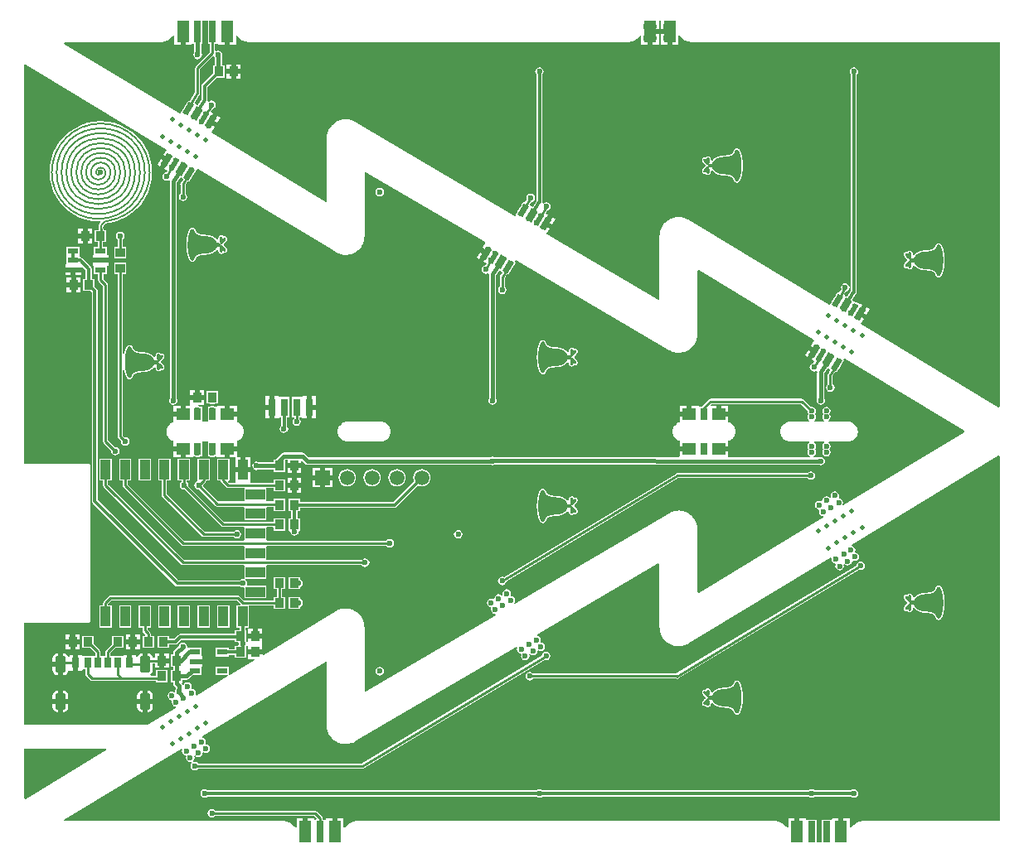
<source format=gtl>
G04*
G04 #@! TF.GenerationSoftware,Altium Limited,Altium Designer,20.0.2 (26)*
G04*
G04 Layer_Physical_Order=1*
G04 Layer_Color=25308*
%FSLAX25Y25*%
%MOIN*%
G70*
G01*
G75*
%ADD13C,0.01000*%
%ADD15R,0.03937X0.07874*%
%ADD16R,0.07874X0.03937*%
%ADD17R,0.03150X0.04409*%
%ADD18R,0.03150X0.07087*%
%ADD19R,0.04331X0.02362*%
%ADD20R,0.03661X0.03858*%
%ADD21R,0.03858X0.03661*%
G04:AMPARAMS|DCode=22|XSize=23.62mil|YSize=51.18mil|CornerRadius=0mil|HoleSize=0mil|Usage=FLASHONLY|Rotation=149.000|XOffset=0mil|YOffset=0mil|HoleType=Round|Shape=Rectangle|*
%AMROTATEDRECTD22*
4,1,4,0.02330,0.01585,-0.00306,-0.02802,-0.02330,-0.01585,0.00306,0.02802,0.02330,0.01585,0.0*
%
%ADD22ROTATEDRECTD22*%

G04:AMPARAMS|DCode=23|XSize=29.53mil|YSize=51.18mil|CornerRadius=0mil|HoleSize=0mil|Usage=FLASHONLY|Rotation=149.000|XOffset=0mil|YOffset=0mil|HoleType=Round|Shape=Rectangle|*
%AMROTATEDRECTD23*
4,1,4,0.02584,0.01433,-0.00053,-0.02954,-0.02584,-0.01433,0.00053,0.02954,0.02584,0.01433,0.0*
%
%ADD23ROTATEDRECTD23*%

G04:AMPARAMS|DCode=24|XSize=19.68mil|YSize=51.18mil|CornerRadius=0mil|HoleSize=0mil|Usage=FLASHONLY|Rotation=149.000|XOffset=0mil|YOffset=0mil|HoleType=Round|Shape=Rectangle|*
%AMROTATEDRECTD24*
4,1,4,0.02162,0.01687,-0.00474,-0.02701,-0.02162,-0.01687,0.00474,0.02701,0.02162,0.01687,0.0*
%
%ADD24ROTATEDRECTD24*%

G04:AMPARAMS|DCode=25|XSize=25.59mil|YSize=51.18mil|CornerRadius=0mil|HoleSize=0mil|Usage=FLASHONLY|Rotation=149.000|XOffset=0mil|YOffset=0mil|HoleType=Round|Shape=Rectangle|*
%AMROTATEDRECTD25*
4,1,4,0.02415,0.01535,-0.00221,-0.02853,-0.02415,-0.01535,0.00221,0.02853,0.02415,0.01535,0.0*
%
%ADD25ROTATEDRECTD25*%

%ADD26R,0.02756X0.08661*%
%ADD27R,0.05118X0.08661*%
%ADD28R,0.05787X0.04567*%
%ADD29R,0.02756X0.04921*%
%ADD52C,0.00800*%
%ADD53C,0.01400*%
%ADD54C,0.01800*%
%ADD55C,0.01402*%
G04:AMPARAMS|DCode=56|XSize=66.93mil|YSize=43.31mil|CornerRadius=10.83mil|HoleSize=0mil|Usage=FLASHONLY|Rotation=270.000|XOffset=0mil|YOffset=0mil|HoleType=Round|Shape=RoundedRectangle|*
%AMROUNDEDRECTD56*
21,1,0.06693,0.02165,0,0,270.0*
21,1,0.04528,0.04331,0,0,270.0*
1,1,0.02165,-0.01083,-0.02264*
1,1,0.02165,-0.01083,0.02264*
1,1,0.02165,0.01083,0.02264*
1,1,0.02165,0.01083,-0.02264*
%
%ADD56ROUNDEDRECTD56*%
%ADD57C,0.05906*%
%ADD58R,0.05906X0.05906*%
%ADD59C,0.01969*%
%ADD60C,0.02362*%
G36*
X256677Y162024D02*
X260236D01*
Y161024D01*
X261236D01*
Y155693D01*
X263795D01*
Y159262D01*
X264274Y159407D01*
X264429Y159174D01*
X264485Y159118D01*
X264529Y159053D01*
X265352Y158230D01*
X265418Y158186D01*
X265474Y158130D01*
X266441Y157484D01*
X266514Y157453D01*
X266580Y157409D01*
X267655Y156964D01*
X267732Y156949D01*
X267805Y156918D01*
X268947Y156691D01*
X269026D01*
X269103Y156676D01*
X392898D01*
Y9910D01*
X392463Y9664D01*
X336951Y43308D01*
X338217Y45414D01*
X336263Y46588D01*
X336778Y47445D01*
X335921Y47960D01*
X337754Y51011D01*
X336657Y51670D01*
X336536Y51468D01*
X335999Y51546D01*
X335966Y51595D01*
X335410Y51967D01*
X335084Y52032D01*
X334311Y52496D01*
X334311Y52496D01*
X333665Y52884D01*
X335103Y55278D01*
X335117Y55287D01*
X335382Y55684D01*
X335475Y56152D01*
Y143684D01*
X335837Y144226D01*
X335968Y144882D01*
X335837Y145538D01*
X335466Y146094D01*
X334910Y146466D01*
X334254Y146596D01*
X333598Y146466D01*
X333042Y146094D01*
X332670Y145538D01*
X332540Y144882D01*
X332670Y144226D01*
X333029Y143690D01*
Y56575D01*
X331650Y54281D01*
X331139Y54402D01*
X330923Y54532D01*
X330503Y54784D01*
X330382Y55269D01*
X330996Y56291D01*
X331471Y56385D01*
X332027Y56757D01*
X332399Y57313D01*
X332529Y57968D01*
X332399Y58624D01*
X332027Y59180D01*
X331471Y59552D01*
X330815Y59683D01*
X330159Y59552D01*
X329603Y59180D01*
X329231Y58624D01*
X329101Y57968D01*
X329231Y57313D01*
X328452Y56016D01*
X327885Y56357D01*
X327091Y55035D01*
X326928Y54791D01*
X326919Y54750D01*
X325469Y52335D01*
X325305Y52091D01*
X325297Y52050D01*
X324815Y51247D01*
X324251Y51005D01*
X267731Y85259D01*
X267209Y85509D01*
X266697Y85783D01*
X266536Y85832D01*
X266383Y85905D01*
X265822Y86048D01*
X265267Y86216D01*
X265099Y86233D01*
X264935Y86275D01*
X264357Y86306D01*
X263780Y86363D01*
X263612Y86346D01*
X263443Y86355D01*
X262870Y86273D01*
X262293Y86216D01*
X262131Y86167D01*
X261964Y86143D01*
X261417Y85951D01*
X260863Y85783D01*
X260714Y85703D01*
X260555Y85647D01*
X260056Y85351D01*
X259545Y85078D01*
X259414Y84971D01*
X259269Y84885D01*
X258838Y84498D01*
X258390Y84130D01*
X258282Y84000D01*
X258157Y83887D01*
X257809Y83423D01*
X257441Y82975D01*
X257362Y82826D01*
X257261Y82691D01*
X257010Y82168D01*
X256737Y81657D01*
X256688Y81495D01*
X256615Y81343D01*
X256471Y80782D01*
X256303Y80227D01*
X256287Y80059D01*
X256245Y79895D01*
X256214Y79316D01*
X256157Y78740D01*
Y53202D01*
X255723Y52954D01*
X210873Y79336D01*
X210749Y79821D01*
X211839Y81634D01*
X209885Y82808D01*
X210400Y83666D01*
X209543Y84181D01*
X211376Y87231D01*
X210323Y87864D01*
X210945Y88900D01*
X211286Y88968D01*
X211842Y89339D01*
X212213Y89895D01*
X212344Y90551D01*
X212213Y91207D01*
X211842Y91763D01*
X211286Y92135D01*
X210630Y92265D01*
X209974Y92135D01*
X209497Y91816D01*
X209198Y91936D01*
X209036Y92064D01*
X209098Y92372D01*
Y143684D01*
X209459Y144226D01*
X209590Y144882D01*
X209459Y145538D01*
X209088Y146094D01*
X208532Y146466D01*
X207876Y146596D01*
X207220Y146466D01*
X206664Y146094D01*
X206292Y145538D01*
X206162Y144882D01*
X206292Y144226D01*
X206650Y143690D01*
Y92796D01*
X205272Y90502D01*
X204761Y90623D01*
X204544Y90753D01*
X204125Y91005D01*
X204004Y91490D01*
X204512Y92334D01*
X204986Y92428D01*
X205542Y92800D01*
X205914Y93356D01*
X206044Y94012D01*
X205914Y94668D01*
X205542Y95224D01*
X204986Y95596D01*
X204330Y95726D01*
X203674Y95596D01*
X203118Y95224D01*
X202747Y94668D01*
X202616Y94012D01*
X202747Y93356D01*
X202074Y92237D01*
X201507Y92578D01*
X200713Y91256D01*
X200550Y91011D01*
X200541Y90970D01*
X199091Y88556D01*
X198927Y88311D01*
X198919Y88270D01*
X198356Y87333D01*
X198579Y87199D01*
X198587Y87143D01*
X198124Y86835D01*
X133786Y124681D01*
X133306Y124904D01*
X132838Y125154D01*
X132629Y125217D01*
X132430Y125309D01*
X131915Y125434D01*
X131408Y125587D01*
X131190Y125609D01*
X130977Y125660D01*
X130448Y125682D01*
X129921Y125734D01*
X129703Y125712D01*
X129484Y125721D01*
X128961Y125639D01*
X128434Y125587D01*
X128224Y125524D01*
X128008Y125490D01*
X127511Y125307D01*
X127004Y125154D01*
X126811Y125050D01*
X126605Y124975D01*
X126153Y124699D01*
X125686Y124449D01*
X125516Y124310D01*
X125330Y124196D01*
X124940Y123837D01*
X124531Y123501D01*
X124392Y123332D01*
X124231Y123183D01*
X123919Y122755D01*
X123582Y122346D01*
X123479Y122153D01*
X123350Y121976D01*
X123128Y121495D01*
X122878Y121028D01*
X122815Y120818D01*
X122722Y120620D01*
X122598Y120105D01*
X122444Y119598D01*
X122423Y119380D01*
X122371Y119167D01*
X122350Y118638D01*
X122298Y118111D01*
Y92783D01*
X121862Y92538D01*
X75886Y120403D01*
X77193Y122579D01*
X75239Y123753D01*
X75754Y124610D01*
X74897Y125125D01*
X76730Y128176D01*
X75677Y128809D01*
X76300Y129845D01*
X76640Y129912D01*
X77196Y130284D01*
X77568Y130840D01*
X77698Y131496D01*
X77568Y132152D01*
X77196Y132708D01*
X76640Y133080D01*
X75984Y133210D01*
X75328Y133080D01*
X74981Y132847D01*
X74432Y132959D01*
X74377Y132999D01*
X74360Y133041D01*
X74391Y133200D01*
X74440Y133342D01*
X74436Y133423D01*
X74453Y133509D01*
Y138646D01*
X78259Y142453D01*
X81189D01*
Y147311D01*
X80227D01*
Y150774D01*
X80324Y150919D01*
X80454Y151575D01*
X80324Y152231D01*
X79952Y152787D01*
X79396Y153158D01*
X78740Y153289D01*
X78084Y153158D01*
X77898Y153034D01*
X77398Y153301D01*
Y156193D01*
X78256D01*
Y156193D01*
X78725Y156117D01*
Y155693D01*
X81284D01*
Y161024D01*
X83284D01*
Y155693D01*
X85843D01*
Y159262D01*
X86321Y159407D01*
X86477Y159175D01*
X86533Y159119D01*
X86576Y159053D01*
X87399Y158230D01*
X87465Y158186D01*
X87521Y158130D01*
X88489Y157484D01*
X88561Y157454D01*
X88627Y157410D01*
X89702Y156965D01*
X89780Y156949D01*
X89853Y156919D01*
X90994Y156692D01*
X91073D01*
X91151Y156676D01*
X243495D01*
X243573Y156692D01*
X243652D01*
X244793Y156919D01*
X244866Y156949D01*
X244944Y156965D01*
X246019Y157410D01*
X246084Y157454D01*
X246157Y157484D01*
X247125Y158130D01*
X247181Y158186D01*
X247247Y158230D01*
X248069Y159053D01*
X248113Y159119D01*
X248169Y159175D01*
X248325Y159407D01*
X248803Y159262D01*
Y155693D01*
X251362D01*
Y161024D01*
X252362D01*
Y162024D01*
X255921D01*
Y165354D01*
X256677D01*
Y162024D01*
D02*
G37*
G36*
X74500Y156193D02*
X75359D01*
Y152785D01*
X69752Y147178D01*
X69531Y146847D01*
X69453Y146457D01*
Y136551D01*
X67429Y133182D01*
X66862Y133522D01*
X66067Y132200D01*
X65904Y131956D01*
X65896Y131915D01*
X64445Y129501D01*
X64282Y129256D01*
X64274Y129215D01*
X63749Y128343D01*
X63335Y128009D01*
X16830Y156195D01*
X16964Y156676D01*
X55700D01*
X55778Y156692D01*
X55857D01*
X56998Y156919D01*
X57071Y156949D01*
X57149Y156965D01*
X58224Y157410D01*
X58289Y157454D01*
X58362Y157484D01*
X59330Y158130D01*
X59386Y158186D01*
X59452Y158230D01*
X60274Y159053D01*
X60318Y159119D01*
X60374Y159175D01*
X60530Y159407D01*
X61008Y159262D01*
Y155693D01*
X63567D01*
Y161024D01*
X65567D01*
Y155693D01*
X68126D01*
Y155932D01*
X68603Y156175D01*
X68820Y156133D01*
X69045Y156074D01*
Y152465D01*
X68889Y152231D01*
X68758Y151575D01*
X68889Y150919D01*
X69261Y150363D01*
X69817Y149991D01*
X70473Y149861D01*
X71128Y149991D01*
X71685Y150363D01*
X72056Y150919D01*
X72187Y151575D01*
X72056Y152231D01*
X71900Y152464D01*
Y156193D01*
X72351D01*
Y165354D01*
X74500D01*
Y156193D01*
D02*
G37*
G36*
X77131Y151049D02*
X77157Y150919D01*
X77372Y150597D01*
Y147311D01*
X76528D01*
Y144184D01*
X72363Y140019D01*
X72097Y139622D01*
X72004Y139154D01*
Y133840D01*
X70708Y131626D01*
X70341Y131532D01*
X69899Y131698D01*
X69605Y131874D01*
X69361Y132439D01*
X71325Y135708D01*
X71327Y135712D01*
X71415Y135843D01*
X71492Y136233D01*
Y146035D01*
X76652Y151195D01*
X77131Y151049D01*
D02*
G37*
G36*
X57962Y113438D02*
X56665Y111279D01*
X58619Y110105D01*
X58104Y109248D01*
X58961Y108733D01*
X57128Y105682D01*
X58181Y105049D01*
X57749Y104331D01*
X57275Y104236D01*
X56718Y103865D01*
X56347Y103309D01*
X56216Y102653D01*
X56347Y101997D01*
X56718Y101441D01*
X57275Y101069D01*
X57930Y100939D01*
X58586Y101069D01*
X58870Y101259D01*
X59280Y100931D01*
X59202Y100541D01*
X59202Y100541D01*
Y13329D01*
X59110Y13191D01*
X58980Y12535D01*
X59110Y11879D01*
X59482Y11323D01*
X60038Y10951D01*
X60492Y10861D01*
X60587Y10842D01*
X60673Y10378D01*
X60673Y10348D01*
Y10064D01*
X60673Y10031D01*
Y8094D01*
X63567D01*
Y10378D01*
X61173D01*
X61029Y10378D01*
X60980Y10878D01*
X61085Y10898D01*
X61349Y10951D01*
X61906Y11323D01*
X62277Y11879D01*
X62408Y12535D01*
X62277Y13191D01*
X62057Y13520D01*
Y100061D01*
X63307Y102140D01*
X63792Y102261D01*
X64379Y101909D01*
X64500Y101424D01*
X63693Y100081D01*
X63693Y100081D01*
X63629Y99975D01*
X63495Y99601D01*
X63514Y99203D01*
X63547Y99133D01*
Y95829D01*
X63355Y95700D01*
X62983Y95144D01*
X62853Y94488D01*
X62983Y93832D01*
X63355Y93276D01*
X63911Y92905D01*
X64567Y92774D01*
X65223Y92905D01*
X65779Y93276D01*
X66150Y93832D01*
X66281Y94488D01*
X66150Y95144D01*
X65779Y95700D01*
X65587Y95829D01*
Y99273D01*
X66430Y100677D01*
X66997Y100336D01*
X67791Y101658D01*
X67954Y101902D01*
X67962Y101943D01*
X69413Y104358D01*
X69577Y104602D01*
X69585Y104643D01*
X70098Y105498D01*
X70556Y105805D01*
X125970Y72220D01*
X126493Y71970D01*
X127004Y71697D01*
X127165Y71648D01*
X127318Y71575D01*
X127879Y71431D01*
X128434Y71263D01*
X128602Y71246D01*
X128765Y71205D01*
X129344Y71173D01*
X129921Y71117D01*
X130089Y71133D01*
X130258Y71124D01*
X130831Y71206D01*
X131408Y71263D01*
X131570Y71312D01*
X131737Y71336D01*
X132284Y71529D01*
X132838Y71697D01*
X132987Y71776D01*
X133147Y71833D01*
X133645Y72128D01*
X134156Y72401D01*
X134287Y72508D01*
X134432Y72594D01*
X134863Y72982D01*
X135311Y73349D01*
X135419Y73480D01*
X135544Y73593D01*
X135892Y74056D01*
X136259Y74504D01*
X136339Y74653D01*
X136440Y74788D01*
X136691Y75311D01*
X136964Y75822D01*
X137013Y75984D01*
X137086Y76136D01*
X137230Y76698D01*
X137398Y77253D01*
X137414Y77421D01*
X137456Y77584D01*
X137487Y78163D01*
X137544Y78740D01*
Y104279D01*
X137978Y104527D01*
X185907Y76333D01*
X186078Y75652D01*
X185011Y73878D01*
X186965Y72703D01*
X186450Y71846D01*
X187308Y71331D01*
X185475Y68281D01*
X186528Y67648D01*
X186096Y66929D01*
X185621Y66835D01*
X185065Y66463D01*
X184693Y65907D01*
X184563Y65251D01*
X184693Y64595D01*
X185065Y64039D01*
X185621Y63668D01*
X186277Y63537D01*
X186933Y63668D01*
X187217Y63857D01*
X187627Y63530D01*
X187549Y63139D01*
X187549Y63139D01*
Y13329D01*
X187457Y13191D01*
X187326Y12535D01*
X187457Y11879D01*
X187828Y11323D01*
X188384Y10951D01*
X189040Y10821D01*
X189696Y10951D01*
X190252Y11323D01*
X190624Y11879D01*
X190754Y12535D01*
X190624Y13191D01*
X190404Y13520D01*
Y62659D01*
X191653Y64739D01*
X192138Y64860D01*
X192725Y64507D01*
X192846Y64022D01*
X192062Y62717D01*
X192044Y62669D01*
X191971Y62559D01*
X191929Y62349D01*
X191927Y62342D01*
X191927Y62338D01*
X191894Y62169D01*
Y58427D01*
X191701Y58299D01*
X191330Y57743D01*
X191199Y57087D01*
X191330Y56431D01*
X191701Y55875D01*
X192257Y55503D01*
X192913Y55373D01*
X193569Y55503D01*
X194125Y55875D01*
X194497Y56431D01*
X194627Y57087D01*
X194497Y57743D01*
X194125Y58299D01*
X193933Y58427D01*
Y61872D01*
X194776Y63275D01*
X195343Y62934D01*
X196137Y64256D01*
X196301Y64501D01*
X196309Y64542D01*
X197760Y66956D01*
X197923Y67200D01*
X197931Y67241D01*
X198494Y68178D01*
X198062Y68438D01*
X198012Y68632D01*
X198445Y68958D01*
X259915Y32799D01*
X260396Y32577D01*
X260863Y32327D01*
X261072Y32263D01*
X261271Y32171D01*
X261786Y32047D01*
X262293Y31893D01*
X262511Y31872D01*
X262724Y31820D01*
X263253Y31798D01*
X263780Y31747D01*
X263998Y31768D01*
X264217Y31759D01*
X264740Y31841D01*
X265267Y31893D01*
X265477Y31956D01*
X265693Y31990D01*
X266190Y32173D01*
X266697Y32327D01*
X266890Y32430D01*
X267096Y32506D01*
X267548Y32781D01*
X268015Y33031D01*
X268184Y33170D01*
X268371Y33284D01*
X268761Y33643D01*
X269170Y33979D01*
X269309Y34149D01*
X269470Y34297D01*
X269782Y34725D01*
X270118Y35134D01*
X270222Y35328D01*
X270351Y35505D01*
X270573Y35985D01*
X270823Y36452D01*
X270886Y36662D01*
X270978Y36861D01*
X271103Y37376D01*
X271257Y37883D01*
X271278Y38100D01*
X271330Y38313D01*
X271351Y38843D01*
X271403Y39370D01*
Y64696D01*
X271839Y64942D01*
X317890Y37032D01*
X318219Y36701D01*
X318020Y36369D01*
X316901Y34507D01*
X318855Y33333D01*
X318340Y32476D01*
X319197Y31961D01*
X317364Y28910D01*
X318417Y28278D01*
X317985Y27559D01*
X317511Y27465D01*
X316955Y27093D01*
X316583Y26537D01*
X316453Y25881D01*
X316583Y25225D01*
X316955Y24669D01*
X317511Y24297D01*
X318167Y24167D01*
X318823Y24297D01*
X319106Y24487D01*
X319516Y24160D01*
X319439Y23769D01*
X319439Y23769D01*
Y13329D01*
X319346Y13191D01*
X319216Y12535D01*
X319346Y11879D01*
X319718Y11323D01*
X320274Y10951D01*
X320930Y10821D01*
X321586Y10951D01*
X322142Y11323D01*
X322513Y11879D01*
X322644Y12535D01*
X322513Y13191D01*
X322294Y13520D01*
Y23289D01*
X323543Y25369D01*
X324028Y25490D01*
X324615Y25137D01*
X324736Y24652D01*
X323866Y23204D01*
X323840Y23132D01*
X323797Y23069D01*
X323773Y22946D01*
X323731Y22829D01*
X323735Y22753D01*
X323720Y22678D01*
Y19015D01*
X323591Y18928D01*
X323220Y18372D01*
X323089Y17717D01*
X323220Y17061D01*
X323591Y16504D01*
X324147Y16133D01*
X324803Y16003D01*
X325459Y16133D01*
X326015Y16504D01*
X326387Y17061D01*
X326517Y17717D01*
X326387Y18372D01*
X326015Y18928D01*
X325759Y19100D01*
Y22396D01*
X326666Y23905D01*
X327233Y23564D01*
X328027Y24886D01*
X328191Y25131D01*
X328199Y25172D01*
X329649Y27586D01*
X329813Y27830D01*
X329821Y27871D01*
X330384Y28808D01*
X330121Y28966D01*
X330110Y29041D01*
X330569Y29348D01*
X378580Y250D01*
Y-250D01*
X330077Y-29646D01*
X329723Y-29276D01*
X329813Y-29142D01*
X329943Y-28486D01*
X329813Y-27830D01*
X329441Y-27274D01*
X328885Y-26903D01*
X328531Y-26832D01*
X328223Y-26480D01*
X328219Y-26299D01*
X328321Y-25787D01*
X328191Y-25131D01*
X327819Y-24575D01*
X327263Y-24203D01*
X326607Y-24072D01*
X325951Y-24203D01*
X325395Y-24575D01*
X325024Y-25131D01*
X324893Y-25787D01*
X325024Y-26443D01*
X324593Y-26648D01*
X324529Y-26552D01*
X323973Y-26180D01*
X323317Y-26050D01*
X322661Y-26180D01*
X322105Y-26552D01*
X321733Y-27108D01*
X321603Y-27764D01*
X321148Y-28040D01*
X321020Y-27954D01*
X320364Y-27824D01*
X319708Y-27954D01*
X319152Y-28326D01*
X318780Y-28882D01*
X318650Y-29538D01*
X318780Y-30194D01*
X319152Y-30750D01*
X319708Y-31121D01*
X320062Y-31192D01*
X320370Y-31545D01*
X320374Y-31725D01*
X320272Y-32238D01*
X320403Y-32893D01*
X320774Y-33450D01*
X321330Y-33821D01*
X321986Y-33952D01*
X322020Y-33945D01*
X322204Y-34418D01*
X271839Y-64942D01*
X271403Y-64697D01*
Y-39370D01*
X271351Y-38843D01*
X271330Y-38314D01*
X271278Y-38101D01*
X271257Y-37883D01*
X271103Y-37376D01*
X270978Y-36861D01*
X270886Y-36663D01*
X270823Y-36453D01*
X270573Y-35986D01*
X270351Y-35505D01*
X270222Y-35328D01*
X270118Y-35135D01*
X269782Y-34726D01*
X269470Y-34298D01*
X269309Y-34149D01*
X269170Y-33980D01*
X268761Y-33644D01*
X268372Y-33285D01*
X268184Y-33171D01*
X268015Y-33032D01*
X267548Y-32782D01*
X267096Y-32506D01*
X266891Y-32431D01*
X266697Y-32327D01*
X266190Y-32174D01*
X265693Y-31991D01*
X265477Y-31957D01*
X265267Y-31894D01*
X264740Y-31842D01*
X264217Y-31760D01*
X263998Y-31769D01*
X263780Y-31747D01*
X263253Y-31799D01*
X262724Y-31821D01*
X262511Y-31872D01*
X262293Y-31894D01*
X261786Y-32047D01*
X261271Y-32172D01*
X261072Y-32264D01*
X260863Y-32327D01*
X260396Y-32577D01*
X259915Y-32800D01*
X198085Y-69170D01*
X197733Y-68797D01*
X197923Y-68512D01*
X198053Y-67856D01*
X197923Y-67200D01*
X197551Y-66644D01*
X196995Y-66273D01*
X196642Y-66202D01*
X196333Y-65850D01*
X196329Y-65669D01*
X196431Y-65157D01*
X196301Y-64501D01*
X195929Y-63945D01*
X195373Y-63573D01*
X194717Y-63443D01*
X194061Y-63573D01*
X193505Y-63945D01*
X193134Y-64501D01*
X193003Y-65157D01*
X193134Y-65812D01*
X192704Y-66018D01*
X192639Y-65922D01*
X192083Y-65550D01*
X191427Y-65420D01*
X190771Y-65550D01*
X190215Y-65922D01*
X189843Y-66478D01*
X189713Y-67134D01*
X189258Y-67410D01*
X189130Y-67324D01*
X188474Y-67194D01*
X187818Y-67324D01*
X187262Y-67696D01*
X186890Y-68252D01*
X186760Y-68908D01*
X186890Y-69564D01*
X187262Y-70120D01*
X187818Y-70491D01*
X188172Y-70562D01*
X188480Y-70915D01*
X188484Y-71095D01*
X188382Y-71608D01*
X188513Y-72264D01*
X188884Y-72820D01*
X189440Y-73191D01*
X190055Y-73313D01*
X190118Y-73430D01*
X190193Y-73812D01*
X137978Y-104526D01*
X137544Y-104278D01*
Y-78740D01*
X137487Y-78164D01*
X137456Y-77585D01*
X137414Y-77421D01*
X137398Y-77253D01*
X137230Y-76698D01*
X137086Y-76137D01*
X137013Y-75985D01*
X136964Y-75823D01*
X136691Y-75312D01*
X136440Y-74789D01*
X136339Y-74654D01*
X136259Y-74505D01*
X135892Y-74057D01*
X135544Y-73593D01*
X135419Y-73480D01*
X135311Y-73350D01*
X134863Y-72982D01*
X134432Y-72595D01*
X134287Y-72509D01*
X134156Y-72402D01*
X133645Y-72129D01*
X133147Y-71833D01*
X132987Y-71777D01*
X132838Y-71697D01*
X132284Y-71529D01*
X131737Y-71337D01*
X131570Y-71313D01*
X131408Y-71264D01*
X130831Y-71207D01*
X130258Y-71125D01*
X130089Y-71134D01*
X129921Y-71117D01*
X129344Y-71174D01*
X128765Y-71205D01*
X128602Y-71247D01*
X128434Y-71264D01*
X127879Y-71432D01*
X127318Y-71575D01*
X127165Y-71648D01*
X127004Y-71697D01*
X126493Y-71971D01*
X125970Y-72221D01*
X96849Y-89870D01*
X96413Y-89625D01*
Y-89583D01*
X93583D01*
X90752D01*
Y-91512D01*
X93211D01*
X93345Y-91993D01*
X83463Y-97983D01*
X82980Y-97691D01*
Y-94579D01*
X77650D01*
Y-97941D01*
X82567D01*
X82707Y-98441D01*
X70002Y-106141D01*
X69874Y-106072D01*
X69599Y-105800D01*
X69707Y-105258D01*
X69577Y-104602D01*
X69205Y-104046D01*
X68649Y-103674D01*
X68295Y-103604D01*
X67987Y-103251D01*
X67983Y-103071D01*
X68085Y-102558D01*
X67954Y-101902D01*
X67583Y-101346D01*
X67027Y-100975D01*
X66371Y-100844D01*
X65715Y-100975D01*
X65159Y-101346D01*
X64862Y-101791D01*
X64632Y-101829D01*
X64467Y-101824D01*
X64310Y-101786D01*
X64059Y-101410D01*
X64059Y-101410D01*
X64003Y-101354D01*
X64210Y-100854D01*
X64417D01*
Y-99853D01*
X66142D01*
X66142Y-99853D01*
X66688Y-99744D01*
X67151Y-99435D01*
X68645Y-97941D01*
X71957D01*
Y-94701D01*
X72457D01*
Y-93520D01*
X69291D01*
Y-91520D01*
X72457D01*
Y-90339D01*
X71957D01*
Y-87098D01*
X66694D01*
X66239Y-86826D01*
X66281Y-86614D01*
X66150Y-85958D01*
X65779Y-85402D01*
X65223Y-85031D01*
X64567Y-84900D01*
X63911Y-85031D01*
X63355Y-85402D01*
X62983Y-85958D01*
X62928Y-86234D01*
X61077Y-88085D01*
X60768Y-88548D01*
X60659Y-89095D01*
X60659Y-89095D01*
Y-89697D01*
X59756D01*
Y-94555D01*
X60659D01*
Y-95996D01*
X59756D01*
Y-100854D01*
X60659D01*
Y-101457D01*
X60659Y-101457D01*
X60768Y-102003D01*
X61077Y-102466D01*
X61622Y-103011D01*
Y-103692D01*
X61497Y-103879D01*
X61366Y-104535D01*
X60912Y-104811D01*
X60784Y-104726D01*
X60128Y-104595D01*
X59472Y-104726D01*
X58916Y-105097D01*
X58544Y-105654D01*
X58414Y-106309D01*
X58544Y-106965D01*
X58916Y-107521D01*
X59472Y-107893D01*
X59825Y-107963D01*
X60134Y-108316D01*
X60138Y-108496D01*
X60036Y-109009D01*
X60166Y-109665D01*
X60538Y-110221D01*
X61094Y-110593D01*
X61544Y-110682D01*
X61637Y-111211D01*
X50280Y-118093D01*
X803D01*
Y-76919D01*
X26772D01*
X27154Y-76761D01*
X27313Y-76378D01*
Y-13386D01*
X27154Y-13003D01*
X26772Y-12845D01*
X803D01*
Y147571D01*
X1238Y147816D01*
X57962Y113438D01*
D02*
G37*
G36*
X392898Y-9910D02*
Y-156676D01*
X338001D01*
X337923Y-156691D01*
X337844D01*
X336703Y-156918D01*
X336630Y-156949D01*
X336552Y-156964D01*
X335477Y-157409D01*
X335412Y-157453D01*
X335339Y-157484D01*
X334371Y-158130D01*
X334315Y-158186D01*
X334249Y-158230D01*
X333427Y-159053D01*
X333383Y-159118D01*
X333327Y-159174D01*
X333171Y-159407D01*
X332693Y-159262D01*
Y-155693D01*
X330134D01*
Y-161023D01*
X328134D01*
Y-155693D01*
X325575D01*
Y-156117D01*
X325106Y-156193D01*
Y-156193D01*
X321350D01*
Y-165354D01*
X319201D01*
Y-156193D01*
X315445D01*
Y-156193D01*
X314976Y-156117D01*
Y-155693D01*
X312417D01*
Y-161023D01*
X310417D01*
Y-155693D01*
X307858D01*
Y-159262D01*
X307380Y-159407D01*
X307224Y-159174D01*
X307168Y-159118D01*
X307124Y-159053D01*
X306302Y-158230D01*
X306236Y-158186D01*
X306180Y-158130D01*
X305212Y-157484D01*
X305139Y-157453D01*
X305074Y-157409D01*
X303999Y-156964D01*
X303921Y-156949D01*
X303848Y-156918D01*
X302707Y-156691D01*
X302628D01*
X302550Y-156676D01*
X134458D01*
X134380Y-156691D01*
X134301D01*
X133160Y-156918D01*
X133087Y-156949D01*
X133009Y-156964D01*
X131934Y-157409D01*
X131868Y-157453D01*
X131795Y-157484D01*
X130828Y-158130D01*
X130772Y-158186D01*
X130706Y-158230D01*
X129883Y-159053D01*
X129840Y-159118D01*
X129784Y-159174D01*
X129628Y-159407D01*
X129150Y-159262D01*
Y-155693D01*
X126591D01*
Y-161024D01*
X124591D01*
Y-155693D01*
X122031D01*
Y-156117D01*
X121563Y-156193D01*
Y-156193D01*
X120705D01*
Y-155512D01*
X120627Y-155122D01*
X120406Y-154791D01*
X118438Y-152822D01*
X118107Y-152601D01*
X117717Y-152524D01*
X77522D01*
X77393Y-152331D01*
X76837Y-151960D01*
X76181Y-151829D01*
X75525Y-151960D01*
X74969Y-152331D01*
X74598Y-152887D01*
X74467Y-153543D01*
X74598Y-154199D01*
X74969Y-154755D01*
X75525Y-155127D01*
X76181Y-155257D01*
X76837Y-155127D01*
X77393Y-154755D01*
X77522Y-154563D01*
X117294D01*
X118364Y-155633D01*
X118199Y-156099D01*
X117807Y-156193D01*
X117339Y-156117D01*
Y-155693D01*
X114779D01*
Y-161024D01*
X112779D01*
Y-155693D01*
X110221D01*
Y-159262D01*
X109742Y-159407D01*
X109587Y-159174D01*
X109531Y-159118D01*
X109487Y-159053D01*
X108664Y-158230D01*
X108598Y-158186D01*
X108542Y-158130D01*
X107575Y-157484D01*
X107502Y-157453D01*
X107436Y-157409D01*
X106361Y-156964D01*
X106283Y-156949D01*
X106210Y-156918D01*
X105069Y-156691D01*
X104990D01*
X104912Y-156676D01*
X16964D01*
X16830Y-156194D01*
X63861Y-127690D01*
X64065Y-127813D01*
X64265Y-128031D01*
X64151Y-128600D01*
X64282Y-129256D01*
X64653Y-129812D01*
X65209Y-130184D01*
X65563Y-130254D01*
X65872Y-130607D01*
X65875Y-130787D01*
X65773Y-131300D01*
X65904Y-131956D01*
X66276Y-132512D01*
X66832Y-132884D01*
X67488Y-133014D01*
X67943Y-132923D01*
X68138Y-133395D01*
X68079Y-133434D01*
X67708Y-133990D01*
X67577Y-134646D01*
X67708Y-135302D01*
X68079Y-135858D01*
X68635Y-136229D01*
X69291Y-136360D01*
X69947Y-136229D01*
X70503Y-135858D01*
X70632Y-135665D01*
X136371Y-135665D01*
X136391Y-135675D01*
X136789Y-135694D01*
X137163Y-135559D01*
X209918Y-91844D01*
X210574Y-91975D01*
X211229Y-91844D01*
X211786Y-91473D01*
X212157Y-90917D01*
X212287Y-90261D01*
X212157Y-89605D01*
X211786Y-89049D01*
X211229Y-88677D01*
X210574Y-88547D01*
X209918Y-88677D01*
X209362Y-89049D01*
X208990Y-89605D01*
X208895Y-90079D01*
X136422Y-133626D01*
X70632Y-133626D01*
X70503Y-133434D01*
X69947Y-133062D01*
X69291Y-132932D01*
X68836Y-133022D01*
X68641Y-132551D01*
X68700Y-132512D01*
X69071Y-131956D01*
X69201Y-131300D01*
X69071Y-130644D01*
X69501Y-130438D01*
X69566Y-130535D01*
X70122Y-130907D01*
X70778Y-131037D01*
X71434Y-130907D01*
X71990Y-130535D01*
X72361Y-129979D01*
X72492Y-129323D01*
X72947Y-129047D01*
X73075Y-129132D01*
X73731Y-129263D01*
X74387Y-129132D01*
X74943Y-128761D01*
X75314Y-128205D01*
X75445Y-127549D01*
X75314Y-126893D01*
X74943Y-126337D01*
X74387Y-125965D01*
X74033Y-125895D01*
X73724Y-125542D01*
X73721Y-125362D01*
X73822Y-124849D01*
X73692Y-124193D01*
X73321Y-123637D01*
X72764Y-123266D01*
X72285Y-123170D01*
X72178Y-122650D01*
X121862Y-92538D01*
X122298Y-92784D01*
Y-118110D01*
X122350Y-118637D01*
X122371Y-119167D01*
X122423Y-119380D01*
X122444Y-119597D01*
X122598Y-120104D01*
X122722Y-120619D01*
X122815Y-120818D01*
X122878Y-121028D01*
X123128Y-121495D01*
X123350Y-121975D01*
X123479Y-122152D01*
X123582Y-122346D01*
X123919Y-122755D01*
X124231Y-123183D01*
X124392Y-123331D01*
X124531Y-123501D01*
X124940Y-123837D01*
X125330Y-124196D01*
X125516Y-124310D01*
X125686Y-124449D01*
X126153Y-124698D01*
X126605Y-124975D01*
X126811Y-125050D01*
X127004Y-125153D01*
X127511Y-125307D01*
X128008Y-125490D01*
X128224Y-125523D01*
X128434Y-125587D01*
X128961Y-125639D01*
X129484Y-125721D01*
X129703Y-125712D01*
X129921Y-125733D01*
X130448Y-125682D01*
X130977Y-125660D01*
X131190Y-125609D01*
X131408Y-125587D01*
X131915Y-125433D01*
X132430Y-125309D01*
X132629Y-125217D01*
X132838Y-125153D01*
X133306Y-124904D01*
X133786Y-124681D01*
X198637Y-86533D01*
X198990Y-86906D01*
X198927Y-86999D01*
X198797Y-87655D01*
X198927Y-88311D01*
X199299Y-88867D01*
X199855Y-89239D01*
X200209Y-89309D01*
X200517Y-89662D01*
X200521Y-89842D01*
X200419Y-90355D01*
X200550Y-91011D01*
X200921Y-91567D01*
X201477Y-91939D01*
X202133Y-92069D01*
X202789Y-91939D01*
X203345Y-91567D01*
X203717Y-91011D01*
X203847Y-90355D01*
X203717Y-89699D01*
X204147Y-89493D01*
X204211Y-89590D01*
X204767Y-89962D01*
X205423Y-90092D01*
X206079Y-89962D01*
X206635Y-89590D01*
X207007Y-89034D01*
X207137Y-88378D01*
X207592Y-88102D01*
X207720Y-88187D01*
X208376Y-88318D01*
X209032Y-88187D01*
X209588Y-87816D01*
X209960Y-87260D01*
X210090Y-86604D01*
X209960Y-85948D01*
X209588Y-85392D01*
X209032Y-85020D01*
X208679Y-84950D01*
X208370Y-84597D01*
X208366Y-84417D01*
X208468Y-83904D01*
X208338Y-83248D01*
X207966Y-82692D01*
X207410Y-82321D01*
X206943Y-82228D01*
X206854Y-81700D01*
X255723Y-52954D01*
X256157Y-53202D01*
Y-78740D01*
X256214Y-79317D01*
X256245Y-79896D01*
X256287Y-80059D01*
X256303Y-80228D01*
X256471Y-80782D01*
X256615Y-81344D01*
X256688Y-81496D01*
X256737Y-81658D01*
X257010Y-82169D01*
X257261Y-82691D01*
X257362Y-82827D01*
X257441Y-82976D01*
X257809Y-83424D01*
X258157Y-83887D01*
X258282Y-84000D01*
X258390Y-84131D01*
X258838Y-84498D01*
X259269Y-84886D01*
X259414Y-84972D01*
X259545Y-85079D01*
X260056Y-85352D01*
X260555Y-85647D01*
X260714Y-85704D01*
X260863Y-85783D01*
X261417Y-85952D01*
X261964Y-86144D01*
X262131Y-86168D01*
X262293Y-86217D01*
X262870Y-86274D01*
X263443Y-86356D01*
X263612Y-86347D01*
X263780Y-86364D01*
X264357Y-86307D01*
X264935Y-86276D01*
X265099Y-86234D01*
X265267Y-86217D01*
X265822Y-86049D01*
X266383Y-85905D01*
X266536Y-85832D01*
X266697Y-85783D01*
X267209Y-85510D01*
X267731Y-85260D01*
X324835Y-50651D01*
X325267Y-50974D01*
X325175Y-51435D01*
X325305Y-52091D01*
X325677Y-52647D01*
X326233Y-53018D01*
X326587Y-53089D01*
X326895Y-53442D01*
X326899Y-53622D01*
X326797Y-54135D01*
X326927Y-54791D01*
X327299Y-55347D01*
X327855Y-55718D01*
X328511Y-55849D01*
X329167Y-55718D01*
X329723Y-55347D01*
X330095Y-54791D01*
X330225Y-54135D01*
X330095Y-53479D01*
X330525Y-53273D01*
X330589Y-53370D01*
X331146Y-53741D01*
X331801Y-53872D01*
X332457Y-53741D01*
X333013Y-53370D01*
X333385Y-52814D01*
X333515Y-52158D01*
X333970Y-51881D01*
X334098Y-51967D01*
X334754Y-52097D01*
X335410Y-51967D01*
X335966Y-51595D01*
X336338Y-51039D01*
X336468Y-50383D01*
X336338Y-49727D01*
X335966Y-49171D01*
X335410Y-48800D01*
X335056Y-48730D01*
X334748Y-48377D01*
X334744Y-48196D01*
X334846Y-47684D01*
X334716Y-47028D01*
X334344Y-46472D01*
X333788Y-46100D01*
X333427Y-46028D01*
X333334Y-45500D01*
X392463Y-9665D01*
X392898Y-9910D01*
D02*
G37*
G36*
X33839Y-128058D02*
X1238Y-147816D01*
X803Y-147570D01*
Y-127576D01*
X33705D01*
X33839Y-128058D01*
D02*
G37*
%LPC*%
G36*
X259236Y160024D02*
X256677D01*
Y155693D01*
X259236D01*
Y160024D01*
D02*
G37*
G36*
X255921Y160024D02*
X253362D01*
Y155693D01*
X255921D01*
Y160024D01*
D02*
G37*
G36*
X87752Y147811D02*
X85921D01*
Y145882D01*
X87752D01*
Y147811D01*
D02*
G37*
G36*
X83921D02*
X82091D01*
Y145882D01*
X83921D01*
Y147811D01*
D02*
G37*
G36*
X87752Y143882D02*
X85921D01*
Y141953D01*
X87752D01*
Y143882D01*
D02*
G37*
G36*
X83921D02*
X82091D01*
Y141953D01*
X83921D01*
Y143882D01*
D02*
G37*
G36*
X78445Y127146D02*
X77126Y124952D01*
X78223Y124293D01*
X79541Y126487D01*
X78445Y127146D01*
D02*
G37*
G36*
X287229Y113998D02*
X287226Y113997D01*
X287224Y113997D01*
X287223Y113997D01*
X287222Y113997D01*
X287218Y113997D01*
X287218Y113997D01*
X287205Y113997D01*
X287193Y113992D01*
X287181Y113997D01*
X287156Y113995D01*
X287144Y113990D01*
X287132Y113993D01*
X287106Y113991D01*
X287095Y113985D01*
X287083Y113988D01*
X287057Y113984D01*
X287046Y113978D01*
X287034Y113980D01*
X287021Y113978D01*
X287021Y113978D01*
X287021Y113978D01*
X287018Y113977D01*
X287016Y113976D01*
X287013Y113976D01*
X287008Y113975D01*
X287006Y113974D01*
X287004Y113974D01*
X286998Y113973D01*
X286996Y113972D01*
X286993Y113972D01*
X286987Y113971D01*
X286985Y113969D01*
X286982Y113970D01*
X286980Y113969D01*
X286980Y113969D01*
X286977Y113969D01*
X286976Y113968D01*
X286974Y113968D01*
X286970Y113967D01*
X286968Y113965D01*
X286965Y113966D01*
X286961Y113965D01*
X286959Y113963D01*
X286957Y113964D01*
X286953Y113963D01*
X286951Y113962D01*
X286950Y113962D01*
X286948Y113962D01*
X286948Y113961D01*
X286947Y113961D01*
X286945Y113961D01*
X286943Y113959D01*
X286941Y113960D01*
X286937Y113959D01*
X286936Y113958D01*
X286934Y113958D01*
X286930Y113957D01*
X286929Y113955D01*
X286926Y113956D01*
X286923Y113955D01*
X286922Y113954D01*
X286921Y113954D01*
X286919Y113953D01*
X286918Y113953D01*
X286917Y113953D01*
X286915Y113953D01*
X286914Y113952D01*
X286912Y113952D01*
X286909Y113951D01*
X286908Y113950D01*
X286907Y113950D01*
X286904Y113949D01*
X286902Y113947D01*
X286899Y113948D01*
X286896Y113947D01*
X286895Y113946D01*
X286893Y113946D01*
X286891Y113945D01*
X286891Y113945D01*
X286890Y113945D01*
X286886Y113944D01*
X286884Y113942D01*
X286882Y113942D01*
X286879Y113941D01*
X286878Y113941D01*
X286877Y113941D01*
X286875Y113940D01*
X286873Y113939D01*
X286872Y113939D01*
X286870Y113938D01*
X286870Y113938D01*
X286868Y113938D01*
X286864Y113936D01*
X286863Y113935D01*
X286861Y113935D01*
X286858Y113934D01*
X286857Y113933D01*
X286856Y113933D01*
X286853Y113932D01*
X286852Y113932D01*
X286851Y113932D01*
X286849Y113931D01*
X286847Y113929D01*
X286844Y113929D01*
X286838Y113927D01*
X286836Y113925D01*
X286833Y113925D01*
X286828Y113924D01*
X286826Y113921D01*
X286823Y113921D01*
X286814Y113918D01*
X286810Y113915D01*
X286806Y113915D01*
X286796Y113911D01*
X286793Y113908D01*
X286789Y113908D01*
X286779Y113903D01*
X286776Y113900D01*
X286771Y113900D01*
X286761Y113896D01*
X286758Y113892D01*
X286754Y113892D01*
X286744Y113888D01*
X286742Y113885D01*
X286738Y113885D01*
X286730Y113881D01*
X286728Y113878D01*
X286724Y113878D01*
X286716Y113874D01*
X286714Y113872D01*
X286711Y113871D01*
X286703Y113868D01*
X286701Y113865D01*
X286697Y113864D01*
X286689Y113860D01*
X286687Y113858D01*
X286684Y113857D01*
X286677Y113853D01*
X286674Y113850D01*
X286671Y113850D01*
X286663Y113846D01*
X286661Y113843D01*
X286658Y113843D01*
X286650Y113839D01*
X286648Y113836D01*
X286645Y113835D01*
X286637Y113831D01*
X286635Y113828D01*
X286632Y113828D01*
X286624Y113823D01*
X286622Y113820D01*
X286619Y113820D01*
X286611Y113815D01*
X286609Y113812D01*
X286606Y113812D01*
X286599Y113807D01*
X286597Y113804D01*
X286594Y113804D01*
X286586Y113799D01*
X286584Y113796D01*
X286581Y113795D01*
X286574Y113791D01*
X286572Y113788D01*
X286569Y113788D01*
X286564Y113784D01*
X286562Y113782D01*
X286560Y113781D01*
X286554Y113777D01*
X286553Y113775D01*
X286551Y113775D01*
X286545Y113771D01*
X286544Y113769D01*
X286542Y113768D01*
X286536Y113764D01*
X286535Y113762D01*
X286533Y113762D01*
X286527Y113758D01*
X286526Y113756D01*
X286524Y113755D01*
X286518Y113751D01*
X286517Y113749D01*
X286514Y113748D01*
X286509Y113744D01*
X286508Y113742D01*
X286506Y113742D01*
X286500Y113737D01*
X286499Y113735D01*
X286497Y113735D01*
X286492Y113730D01*
X286490Y113728D01*
X286488Y113727D01*
X286483Y113723D01*
X286481Y113721D01*
X286479Y113721D01*
X286474Y113716D01*
X286473Y113714D01*
X286471Y113714D01*
X286465Y113709D01*
X286464Y113707D01*
X286462Y113706D01*
X286456Y113702D01*
X286456Y113700D01*
X286454Y113699D01*
X286449Y113695D01*
X286447Y113693D01*
X286445Y113692D01*
X286440Y113687D01*
X286439Y113685D01*
X286436Y113684D01*
X286431Y113680D01*
X286430Y113678D01*
X286428Y113677D01*
X286423Y113672D01*
X286422Y113671D01*
X286420Y113670D01*
X286415Y113665D01*
X286414Y113663D01*
X286411Y113662D01*
X286406Y113657D01*
X286405Y113655D01*
X286403Y113654D01*
X286398Y113649D01*
X286397Y113648D01*
X286395Y113647D01*
X286390Y113642D01*
X286389Y113640D01*
X286387Y113639D01*
X286382Y113634D01*
X286381Y113632D01*
X286379Y113631D01*
X286374Y113626D01*
X286373Y113624D01*
X286370Y113623D01*
X286365Y113618D01*
X286365Y113616D01*
X286363Y113615D01*
X286357Y113610D01*
X286357Y113608D01*
X286355Y113608D01*
X286350Y113602D01*
X286349Y113600D01*
X286347Y113599D01*
X286342Y113594D01*
X286341Y113592D01*
X286339Y113591D01*
X286334Y113586D01*
X286333Y113584D01*
X286331Y113583D01*
X286326Y113577D01*
X286326Y113575D01*
X286323Y113575D01*
X286318Y113569D01*
X286318Y113567D01*
X286316Y113567D01*
X286311Y113561D01*
X286311Y113559D01*
X286308Y113558D01*
X286303Y113552D01*
X286303Y113551D01*
X286301Y113550D01*
X286296Y113544D01*
X286296Y113542D01*
X286293Y113541D01*
X286288Y113535D01*
X286288Y113533D01*
X286286Y113532D01*
X286281Y113527D01*
X286280Y113525D01*
X286278Y113524D01*
X286273Y113518D01*
X286273Y113516D01*
X286272Y113516D01*
X286266Y113510D01*
X286266Y113508D01*
X286264Y113507D01*
X286259Y113501D01*
X286259Y113499D01*
X286257Y113498D01*
X286252Y113492D01*
X286251Y113490D01*
X286249Y113489D01*
X286245Y113483D01*
X286244Y113481D01*
X286242Y113480D01*
X286237Y113474D01*
X286237Y113472D01*
X286235Y113472D01*
X286230Y113465D01*
X286230Y113463D01*
X286228Y113463D01*
X286223Y113456D01*
X286223Y113454D01*
X286221Y113453D01*
X286216Y113447D01*
X286216Y113445D01*
X286214Y113444D01*
X286209Y113438D01*
X286209Y113436D01*
X286208Y113436D01*
X286203Y113429D01*
X286202Y113427D01*
X286200Y113426D01*
X286195Y113419D01*
X286195Y113418D01*
X286194Y113417D01*
X286189Y113410D01*
X286189Y113409D01*
X286187Y113408D01*
X286182Y113401D01*
X286182Y113399D01*
X286180Y113398D01*
X286175Y113391D01*
X286175Y113390D01*
X286173Y113389D01*
X286169Y113382D01*
X286168Y113380D01*
X286167Y113379D01*
X286162Y113372D01*
X286162Y113371D01*
X286160Y113370D01*
X286156Y113363D01*
X286155Y113361D01*
X286154Y113360D01*
X286149Y113353D01*
X286149Y113352D01*
X286147Y113351D01*
X286143Y113344D01*
X286142Y113342D01*
X286141Y113342D01*
X286136Y113334D01*
X286136Y113332D01*
X286134Y113331D01*
X286129Y113324D01*
X286129Y113322D01*
X286128Y113322D01*
X286123Y113314D01*
X286123Y113312D01*
X286122Y113311D01*
X286117Y113304D01*
X286117Y113303D01*
X286116Y113302D01*
X286111Y113295D01*
X286111Y113293D01*
X286110Y113292D01*
X286105Y113285D01*
X286105Y113283D01*
X286103Y113282D01*
X286098Y113274D01*
X286098Y113273D01*
X286097Y113272D01*
X286092Y113264D01*
X286092Y113263D01*
X286091Y113262D01*
X286086Y113254D01*
X286086Y113253D01*
X286085Y113252D01*
X286080Y113244D01*
X286080Y113242D01*
X286079Y113241D01*
X286074Y113233D01*
X286074Y113232D01*
X286073Y113232D01*
X286069Y113224D01*
X286068Y113222D01*
X286067Y113221D01*
X286062Y113213D01*
X286062Y113212D01*
X286061Y113211D01*
X286057Y113203D01*
X286056Y113201D01*
X286055Y113200D01*
X286051Y113192D01*
X286051Y113191D01*
X286050Y113190D01*
X286045Y113182D01*
X286045Y113180D01*
X286044Y113179D01*
X286039Y113171D01*
X286039Y113170D01*
X286038Y113169D01*
X286034Y113161D01*
X286034Y113159D01*
X286032Y113158D01*
X286028Y113150D01*
X286028Y113148D01*
X286027Y113148D01*
X286022Y113139D01*
X286022Y113138D01*
X286021Y113137D01*
X286017Y113128D01*
X286017Y113127D01*
X286016Y113126D01*
X286011Y113118D01*
X286011Y113116D01*
X286010Y113115D01*
X286006Y113107D01*
X286006Y113105D01*
X286005Y113104D01*
X286000Y113096D01*
X286000Y113095D01*
X285999Y113094D01*
X285995Y113085D01*
X285995Y113084D01*
X285994Y113083D01*
X285990Y113074D01*
X285989Y113073D01*
X285988Y113072D01*
X285984Y113063D01*
X285984Y113061D01*
X285983Y113060D01*
X285979Y113052D01*
X285979Y113050D01*
X285978Y113050D01*
X285974Y113041D01*
X285974Y113039D01*
X285972Y113038D01*
X285968Y113029D01*
X285968Y113028D01*
X285967Y113027D01*
X285963Y113018D01*
X285963Y113017D01*
X285962Y113016D01*
X285958Y113007D01*
X285958Y113006D01*
X285957Y113005D01*
X285953Y112996D01*
X285953Y112994D01*
X285952Y112993D01*
X285948Y112984D01*
X285948Y112983D01*
X285947Y112982D01*
X285943Y112972D01*
X285943Y112971D01*
X285942Y112970D01*
X285938Y112961D01*
X285938Y112960D01*
X285937Y112959D01*
X285933Y112949D01*
X285933Y112948D01*
X285932Y112947D01*
X285928Y112938D01*
X285928Y112936D01*
X285927Y112935D01*
X285923Y112926D01*
Y112925D01*
X285923Y112924D01*
X285919Y112915D01*
Y112913D01*
X285918Y112912D01*
X285914Y112903D01*
X285914Y112901D01*
X285913Y112900D01*
X285909Y112890D01*
X285909Y112889D01*
X285908Y112889D01*
X285904Y112879D01*
X285904Y112878D01*
X285904Y112877D01*
X285900Y112867D01*
X285900Y112866D01*
X285899Y112865D01*
X285896Y112859D01*
Y112858D01*
X285896Y112858D01*
X285891Y112844D01*
X285883Y112824D01*
X285876Y112806D01*
X285872Y112796D01*
X285869Y112789D01*
Y112789D01*
X285865Y112779D01*
X285858Y112760D01*
X285850Y112743D01*
Y112743D01*
X285846Y112732D01*
X285846Y112732D01*
X285841Y112721D01*
X285841Y112721D01*
X285836Y112708D01*
X285832Y112698D01*
X285826Y112686D01*
X285824Y112681D01*
X285824Y112681D01*
X285820Y112671D01*
X285815Y112660D01*
X285809Y112647D01*
X285802Y112631D01*
X285800Y112626D01*
X285795Y112616D01*
X285791Y112607D01*
X285788Y112600D01*
X285784Y112592D01*
X285780Y112583D01*
X285777Y112577D01*
X285772Y112567D01*
Y112567D01*
X285769Y112560D01*
X285765Y112553D01*
X285760Y112543D01*
X285757Y112536D01*
X285754Y112530D01*
X285750Y112522D01*
X285745Y112513D01*
X285742Y112507D01*
X285737Y112498D01*
X285734Y112492D01*
X285729Y112482D01*
X285726Y112476D01*
X285726Y112476D01*
X285722Y112468D01*
X285717Y112460D01*
X285714Y112453D01*
X285708Y112444D01*
X285703Y112435D01*
X285698Y112425D01*
X285693Y112416D01*
X285687Y112406D01*
X285681Y112395D01*
X285675Y112386D01*
X285670Y112377D01*
X285664Y112367D01*
X285658Y112358D01*
X285651Y112347D01*
X285644Y112336D01*
X285636Y112323D01*
X285630Y112313D01*
X285622Y112302D01*
X285612Y112287D01*
X285604Y112275D01*
X285592Y112258D01*
X285582Y112244D01*
X285569Y112226D01*
X285554Y112207D01*
X285552Y112204D01*
X285547Y112198D01*
X285543Y112192D01*
X285537Y112186D01*
Y112186D01*
X285536Y112184D01*
X285533Y112180D01*
X285526Y112172D01*
X285520Y112164D01*
X285513Y112156D01*
X285511Y112153D01*
X285496Y112136D01*
X285463Y112099D01*
X285431Y112065D01*
X285396Y112030D01*
X285379Y112014D01*
X285371Y112005D01*
X285364Y111999D01*
X285357Y111993D01*
X285333Y111972D01*
X285315Y111957D01*
X285297Y111941D01*
X285281Y111928D01*
X285264Y111914D01*
X285249Y111903D01*
X285235Y111892D01*
X285218Y111880D01*
X285206Y111871D01*
X285193Y111861D01*
X285179Y111852D01*
X285167Y111843D01*
X285153Y111833D01*
X285139Y111824D01*
X285124Y111814D01*
X285113Y111807D01*
X285102Y111800D01*
X285089Y111792D01*
X285078Y111785D01*
X285066Y111778D01*
X285054Y111770D01*
X285041Y111763D01*
X285030Y111756D01*
X285016Y111748D01*
X285004Y111741D01*
X284991Y111734D01*
X284977Y111726D01*
X284963Y111719D01*
X284951Y111712D01*
X284938Y111705D01*
X284923Y111697D01*
X284909Y111690D01*
X284895Y111683D01*
X284885Y111678D01*
X284873Y111672D01*
X284863Y111668D01*
X284852Y111662D01*
X284841Y111657D01*
X284829Y111651D01*
X284820Y111646D01*
X284808Y111641D01*
X284797Y111636D01*
X284784Y111630D01*
X284773Y111625D01*
X284761Y111620D01*
X284749Y111615D01*
X284736Y111609D01*
X284724Y111604D01*
X284713Y111599D01*
X284701Y111594D01*
X284688Y111589D01*
X284674Y111583D01*
X284662Y111578D01*
X284651Y111574D01*
X284636Y111568D01*
X284625Y111564D01*
X284610Y111558D01*
X284598Y111553D01*
X284585Y111548D01*
X284573Y111543D01*
X284558Y111538D01*
X284545Y111533D01*
X284530Y111528D01*
X284516Y111523D01*
X284504Y111518D01*
X284490Y111514D01*
X284474Y111508D01*
X284462Y111504D01*
X284446Y111498D01*
X284445Y111498D01*
X284432Y111494D01*
X284418Y111489D01*
X284402Y111484D01*
X284387Y111479D01*
X284373Y111475D01*
X284357Y111470D01*
X284342Y111465D01*
X284328Y111461D01*
X284311Y111455D01*
X284297Y111451D01*
X284282Y111447D01*
X284266Y111442D01*
X284249Y111437D01*
X284234Y111433D01*
X284218Y111428D01*
X284200Y111423D01*
X284185Y111419D01*
X284185D01*
X284168Y111415D01*
X284151Y111410D01*
X284134Y111405D01*
X284117Y111401D01*
X284101Y111397D01*
X284084Y111392D01*
X284067Y111388D01*
X284049Y111383D01*
X284032Y111379D01*
X284015Y111375D01*
X283996Y111370D01*
X283996Y111370D01*
X283979Y111366D01*
X283962Y111362D01*
X283943Y111358D01*
X283924Y111353D01*
X283907Y111350D01*
X283887Y111345D01*
X283869Y111341D01*
X283850Y111337D01*
X283832Y111333D01*
X283812Y111329D01*
X283793Y111325D01*
X283774Y111321D01*
X283754Y111317D01*
X283736Y111313D01*
X283715Y111309D01*
X283695Y111305D01*
X283675Y111301D01*
X283656Y111297D01*
X283635Y111293D01*
X283616Y111290D01*
X283616D01*
X283594Y111286D01*
X283575Y111282D01*
X283553Y111278D01*
X283532Y111275D01*
X283511Y111271D01*
X283491Y111268D01*
X283470Y111264D01*
X283448Y111260D01*
X283427Y111257D01*
X283404Y111253D01*
X283404Y111253D01*
X283384Y111250D01*
X283361Y111246D01*
X283338Y111243D01*
X283317Y111240D01*
X283295Y111236D01*
X283295Y111236D01*
X283271Y111233D01*
X283271Y111233D01*
X283250Y111229D01*
X283226Y111226D01*
X283204Y111223D01*
X283180Y111220D01*
X283157Y111216D01*
X283135Y111213D01*
X283111Y111210D01*
X283087Y111207D01*
X283064Y111204D01*
X283039Y111201D01*
X283016Y111198D01*
X282991Y111195D01*
X282991Y111195D01*
X282967Y111192D01*
X282943Y111189D01*
X282943Y111189D01*
X282917Y111186D01*
X282894Y111183D01*
X282868Y111180D01*
X282843Y111177D01*
X282817Y111174D01*
X282793Y111172D01*
X282768Y111169D01*
X282741Y111166D01*
X282716Y111164D01*
X282690Y111161D01*
X282663Y111158D01*
X282638Y111156D01*
X282638Y111156D01*
X282611Y111153D01*
X282584Y111151D01*
X282557Y111148D01*
X282531Y111146D01*
X282504Y111144D01*
X282477Y111141D01*
X282450Y111139D01*
X282422Y111136D01*
X282422Y111136D01*
X282395Y111134D01*
X282395D01*
X282366Y111132D01*
X282339Y111130D01*
X282339D01*
X282311Y111127D01*
X282311Y111127D01*
X282283Y111126D01*
X282283Y111126D01*
X282255Y111123D01*
X282226Y111121D01*
X282226Y111121D01*
X282198Y111119D01*
X282168Y111117D01*
X282168Y111117D01*
X282140Y111115D01*
X282110Y111113D01*
X282110Y111113D01*
X282082Y111111D01*
X282052Y111109D01*
X282022Y111108D01*
X281992Y111106D01*
X281963Y111104D01*
X281933Y111102D01*
X281903Y111101D01*
X281872Y111099D01*
X281842Y111097D01*
X281842Y111097D01*
X281810Y111096D01*
X281780Y111094D01*
X281749Y111093D01*
X281728Y111092D01*
X281727Y111091D01*
X281726Y111092D01*
X281668Y111089D01*
X281666Y111088D01*
X281665Y111088D01*
X281617Y111086D01*
X281615Y111085D01*
X281614Y111085D01*
X281566Y111082D01*
X281564Y111082D01*
X281563Y111082D01*
X281515Y111079D01*
X281514Y111078D01*
X281512Y111079D01*
X281465Y111075D01*
X281464Y111074D01*
X281462Y111075D01*
X281415Y111071D01*
X281414Y111070D01*
X281412Y111071D01*
X281365Y111067D01*
X281364Y111066D01*
X281362Y111067D01*
X281316Y111062D01*
X281315Y111062D01*
X281313Y111062D01*
X281267Y111057D01*
X281265Y111057D01*
X281264Y111057D01*
X281218Y111052D01*
X281217Y111051D01*
X281215Y111052D01*
X281170Y111047D01*
X281168Y111046D01*
X281166Y111047D01*
X281121Y111041D01*
X281120Y111040D01*
X281118Y111041D01*
X281073Y111036D01*
X281072Y111035D01*
X281070Y111035D01*
X281026Y111029D01*
X281024Y111028D01*
X281022Y111029D01*
X280978Y111023D01*
X280977Y111022D01*
X280975Y111022D01*
X280931Y111016D01*
X280930Y111015D01*
X280928Y111016D01*
X280884Y111009D01*
X280883Y111008D01*
X280881Y111009D01*
X280838Y111002D01*
X280836Y111001D01*
X280834Y111002D01*
X280791Y110995D01*
X280790Y110994D01*
X280788Y110994D01*
X280746Y110987D01*
X280744Y110986D01*
X280742Y110986D01*
X280700Y110979D01*
X280698Y110978D01*
X280696Y110978D01*
X280654Y110971D01*
X280653Y110970D01*
X280651Y110970D01*
X280609Y110962D01*
X280607Y110961D01*
X280605Y110962D01*
X280556Y110952D01*
X280554Y110951D01*
X280552Y110951D01*
X280502Y110941D01*
X280500Y110940D01*
X280498Y110940D01*
X280449Y110930D01*
X280447Y110929D01*
X280445Y110929D01*
X280396Y110919D01*
X280395Y110917D01*
X280392Y110918D01*
X280344Y110907D01*
X280342Y110905D01*
X280340Y110906D01*
X280292Y110895D01*
X280290Y110893D01*
X280288Y110894D01*
X280241Y110882D01*
X280239Y110881D01*
X280237Y110881D01*
X280190Y110869D01*
X280188Y110868D01*
X280186Y110868D01*
X280139Y110856D01*
X280137Y110855D01*
X280135Y110855D01*
X280089Y110843D01*
X280087Y110841D01*
X280085Y110841D01*
X280039Y110829D01*
X280037Y110827D01*
X280035Y110828D01*
X279989Y110815D01*
X279988Y110813D01*
X279985Y110813D01*
X279940Y110800D01*
X279938Y110799D01*
X279936Y110799D01*
X279892Y110785D01*
X279890Y110784D01*
X279887Y110784D01*
X279843Y110770D01*
X279841Y110769D01*
X279839Y110769D01*
X279795Y110755D01*
X279793Y110753D01*
X279791Y110753D01*
X279740Y110737D01*
X279738Y110735D01*
X279735Y110735D01*
X279685Y110718D01*
X279683Y110716D01*
X279680Y110716D01*
X279631Y110699D01*
X279629Y110697D01*
X279626Y110697D01*
X279577Y110679D01*
X279575Y110677D01*
X279572Y110677D01*
X279524Y110659D01*
X279522Y110657D01*
X279519Y110657D01*
X279471Y110639D01*
X279469Y110637D01*
X279466Y110637D01*
X279419Y110618D01*
X279416Y110616D01*
X279414Y110616D01*
X279367Y110597D01*
X279365Y110595D01*
X279362Y110595D01*
X279315Y110575D01*
X279313Y110573D01*
X279310Y110573D01*
X279258Y110550D01*
X279256Y110548D01*
X279252Y110548D01*
X279201Y110525D01*
X279199Y110522D01*
X279195Y110522D01*
X279144Y110499D01*
X279142Y110496D01*
X279139Y110496D01*
X279088Y110472D01*
X279086Y110470D01*
X279083Y110469D01*
X279033Y110445D01*
X279031Y110443D01*
X279028Y110442D01*
X278979Y110418D01*
X278976Y110415D01*
X278973Y110415D01*
X278918Y110387D01*
X278916Y110384D01*
X278912Y110383D01*
X278859Y110355D01*
X278856Y110352D01*
X278853Y110351D01*
X278800Y110322D01*
X278798Y110319D01*
X278794Y110319D01*
X278742Y110289D01*
X278739Y110286D01*
X278735Y110286D01*
X278679Y110252D01*
X278676Y110249D01*
X278672Y110248D01*
X278616Y110214D01*
X278614Y110211D01*
X278609Y110210D01*
X278555Y110176D01*
X278552Y110172D01*
X278548Y110172D01*
X278489Y110133D01*
X278486Y110129D01*
X278482Y110128D01*
X278424Y110090D01*
X278422Y110088D01*
X278420Y110087D01*
X278412Y110082D01*
X278412Y110081D01*
X278411Y110081D01*
X278395Y110070D01*
X278394Y110069D01*
X278393Y110069D01*
X278378Y110058D01*
X278377Y110057D01*
X278376Y110056D01*
X278361Y110046D01*
X278360Y110044D01*
X278358Y110044D01*
X278343Y110033D01*
X278342Y110032D01*
X278341Y110032D01*
X278326Y110021D01*
X278325Y110020D01*
X278324Y110020D01*
X278309Y110009D01*
X278308Y110008D01*
X278307Y110007D01*
X278292Y109996D01*
X278292Y109996D01*
X278291Y109995D01*
X278283Y109990D01*
X278283Y109990D01*
X278283Y109990D01*
X278275Y109984D01*
X278274Y109983D01*
X278273Y109982D01*
X278257Y109970D01*
X278256Y109969D01*
X278255Y109969D01*
X278239Y109957D01*
X278238Y109955D01*
X278237Y109955D01*
X278221Y109943D01*
X278220Y109942D01*
X278219Y109941D01*
X278202Y109929D01*
X278202Y109928D01*
X278200Y109927D01*
X278183Y109914D01*
X278183Y109913D01*
X278181Y109913D01*
X278164Y109899D01*
X278164Y109898D01*
X278162Y109898D01*
X278145Y109885D01*
X278145Y109883D01*
X278143Y109883D01*
X278127Y109870D01*
X278126Y109868D01*
X278125Y109868D01*
X278108Y109855D01*
X278108Y109853D01*
X278106Y109853D01*
X278090Y109840D01*
X278089Y109838D01*
X278088Y109838D01*
X278071Y109825D01*
X278071Y109823D01*
X278070Y109823D01*
X278062Y109816D01*
X278061Y109816D01*
X278061Y109816D01*
X278052Y109809D01*
X278052Y109808D01*
X278051Y109807D01*
X278034Y109793D01*
X278033Y109791D01*
X278031Y109791D01*
X278014Y109776D01*
X278014Y109775D01*
X278012Y109774D01*
X277995Y109760D01*
X277994Y109758D01*
X277993Y109758D01*
X277984Y109750D01*
X277976Y109743D01*
X277975Y109741D01*
X277973Y109741D01*
X277956Y109725D01*
X277955Y109724D01*
X277953Y109723D01*
X277936Y109708D01*
X277935Y109706D01*
X277934Y109706D01*
X277916Y109690D01*
X277916Y109688D01*
X277914Y109688D01*
X277896Y109672D01*
X277895Y109670D01*
X277894Y109669D01*
X277876Y109653D01*
X277875Y109651D01*
X277873Y109650D01*
X277855Y109634D01*
X277854Y109632D01*
X277853Y109631D01*
X277835Y109614D01*
X277834Y109613D01*
X277832Y109612D01*
X277823Y109603D01*
X277823Y109603D01*
X277814Y109594D01*
X277813Y109592D01*
X277811Y109592D01*
X277792Y109573D01*
X277791Y109571D01*
X277789Y109570D01*
X277770Y109551D01*
X277769Y109549D01*
X277767Y109548D01*
X277748Y109529D01*
X277747Y109528D01*
X277746Y109527D01*
X277736Y109517D01*
X277736Y109517D01*
X277726Y109507D01*
X277726Y109505D01*
X277723Y109504D01*
X277704Y109484D01*
X277703Y109482D01*
X277701Y109481D01*
X277682Y109461D01*
X277681Y109459D01*
X277679Y109458D01*
X277660Y109438D01*
X277659Y109436D01*
X277657Y109435D01*
X277648Y109425D01*
X277648Y109425D01*
X277647Y109425D01*
X277638Y109414D01*
X277637Y109412D01*
X277635Y109411D01*
X277615Y109390D01*
X277614Y109388D01*
X277612Y109387D01*
X277593Y109365D01*
X277592Y109363D01*
X277590Y109362D01*
X277571Y109341D01*
X277570Y109339D01*
X277568Y109338D01*
X277559Y109327D01*
X277559Y109327D01*
X277559Y109327D01*
X277548Y109315D01*
X277548Y109313D01*
X277545Y109311D01*
X277525Y109288D01*
X277524Y109285D01*
X277522Y109284D01*
X277502Y109261D01*
X277275Y109154D01*
X277239Y109140D01*
X277205Y109130D01*
X277109Y109205D01*
X277010Y109285D01*
X276926Y109355D01*
X276882Y109402D01*
X276812Y109497D01*
X276811Y109505D01*
X276810Y109506D01*
X276810Y109507D01*
X276810Y109516D01*
X276809Y109517D01*
X276809Y109518D01*
X276809Y109526D01*
X276808Y109527D01*
X276808Y109529D01*
X276807Y109537D01*
X276807Y109538D01*
X276807Y109539D01*
X276806Y109547D01*
X276806Y109548D01*
X276806Y109549D01*
X276805Y109557D01*
X276804Y109559D01*
X276805Y109560D01*
X276804Y109568D01*
X276803Y109569D01*
X276803Y109570D01*
X276802Y109579D01*
X276802Y109580D01*
X276802Y109581D01*
X276801Y109589D01*
X276801Y109590D01*
X276801Y109591D01*
X276800Y109599D01*
X276799Y109601D01*
X276799Y109602D01*
X276798Y109610D01*
X276798Y109611D01*
X276798Y109612D01*
X276797Y109620D01*
X276796Y109621D01*
X276797Y109623D01*
X276795Y109631D01*
X276795Y109632D01*
X276795Y109634D01*
X276794Y109642D01*
X276793Y109643D01*
X276794Y109643D01*
X276792Y109651D01*
X276791Y109653D01*
X276792Y109654D01*
X276790Y109662D01*
X276790Y109664D01*
X276790Y109665D01*
X276789Y109673D01*
X276788Y109674D01*
X276788Y109675D01*
X276787Y109683D01*
X276786Y109684D01*
X276787Y109686D01*
X276785Y109694D01*
X276784Y109695D01*
X276785Y109696D01*
X276783Y109704D01*
X276782Y109705D01*
X276783Y109707D01*
X276781Y109715D01*
X276781Y109716D01*
X276781Y109717D01*
X276780Y109725D01*
X276779Y109726D01*
X276779Y109728D01*
X276777Y109736D01*
X276777Y109737D01*
X276777Y109738D01*
X276775Y109746D01*
X276775Y109747D01*
X276775Y109748D01*
X276773Y109756D01*
X276772Y109757D01*
X276773Y109759D01*
X276771Y109766D01*
X276770Y109768D01*
X276770Y109770D01*
X276769Y109777D01*
X276768Y109778D01*
X276768Y109780D01*
X276766Y109787D01*
X276766Y109789D01*
X276766Y109790D01*
X276764Y109798D01*
X276763Y109799D01*
X276764Y109801D01*
X276762Y109808D01*
X276761Y109810D01*
X276761Y109811D01*
X276759Y109819D01*
X276758Y109820D01*
X276759Y109821D01*
X276757Y109829D01*
X276756Y109830D01*
X276756Y109832D01*
X276754Y109840D01*
X276753Y109841D01*
X276753Y109842D01*
X276751Y109850D01*
X276750Y109851D01*
X276751Y109853D01*
X276749Y109860D01*
X276748Y109862D01*
X276748Y109863D01*
X276746Y109871D01*
X276745Y109872D01*
X276745Y109873D01*
X276743Y109881D01*
X276742Y109882D01*
X276742Y109884D01*
X276740Y109891D01*
X276739Y109893D01*
X276739Y109895D01*
X276737Y109902D01*
X276736Y109903D01*
X276736Y109905D01*
X276734Y109912D01*
X276733Y109913D01*
X276733Y109915D01*
X276731Y109922D01*
X276730Y109924D01*
X276730Y109926D01*
X276728Y109933D01*
X276727Y109934D01*
X276727Y109936D01*
X276725Y109943D01*
X276724Y109945D01*
X276724Y109946D01*
X276721Y109953D01*
X276720Y109955D01*
X276720Y109957D01*
X276718Y109964D01*
X276717Y109965D01*
X276717Y109967D01*
X276714Y109974D01*
X276713Y109976D01*
X276713Y109978D01*
X276711Y109985D01*
X276710Y109986D01*
X276710Y109988D01*
X276707Y109995D01*
X276706Y109996D01*
X276706Y109998D01*
X276704Y110005D01*
X276702Y110006D01*
X276702Y110009D01*
X276700Y110016D01*
X276698Y110017D01*
X276699Y110019D01*
X276696Y110025D01*
X276695Y110027D01*
X276695Y110029D01*
X276692Y110036D01*
X276691Y110037D01*
X276691Y110039D01*
X276688Y110046D01*
X276687Y110047D01*
X276687Y110050D01*
X276684Y110056D01*
X276682Y110058D01*
X276682Y110060D01*
X276680Y110067D01*
X276678Y110068D01*
Y110070D01*
X276676Y110077D01*
X276674Y110079D01*
X276674Y110081D01*
X276671Y110087D01*
X276670Y110089D01*
X276670Y110091D01*
X276667Y110097D01*
X276665Y110099D01*
X276665Y110101D01*
X276662Y110108D01*
X276661Y110109D01*
X276661Y110111D01*
X276658Y110118D01*
X276656Y110119D01*
X276656Y110122D01*
X276653Y110128D01*
X276652Y110129D01*
X276651Y110132D01*
X276648Y110138D01*
X276647Y110140D01*
X276647Y110142D01*
X276644Y110148D01*
X276642Y110150D01*
X276642Y110152D01*
X276638Y110159D01*
X276637Y110160D01*
X276637Y110162D01*
X276634Y110168D01*
X276632Y110170D01*
X276631Y110173D01*
X276628Y110179D01*
X276627Y110180D01*
X276627Y110182D01*
X276624Y110188D01*
X276621Y110190D01*
X276621Y110193D01*
X276618Y110199D01*
X276616Y110200D01*
X276616Y110203D01*
X276612Y110209D01*
X276610Y110210D01*
X276610Y110213D01*
X276607Y110219D01*
X276605Y110220D01*
X276605Y110223D01*
X276602Y110229D01*
X276599Y110230D01*
X276599Y110233D01*
X276595Y110239D01*
X276594Y110240D01*
X276593Y110243D01*
X276590Y110249D01*
X276588Y110250D01*
X276587Y110253D01*
X276584Y110259D01*
X276582Y110260D01*
X276581Y110263D01*
X276578Y110269D01*
X276576Y110270D01*
X276575Y110272D01*
X276572Y110278D01*
X276570Y110280D01*
X276569Y110282D01*
X276566Y110288D01*
X276563Y110290D01*
X276563Y110293D01*
X276559Y110298D01*
X276557Y110300D01*
X276556Y110302D01*
X276553Y110308D01*
X276550Y110310D01*
X276550Y110312D01*
X276546Y110318D01*
X276544Y110319D01*
X276544Y110321D01*
X276540Y110327D01*
X276537Y110328D01*
X276536Y110331D01*
X276533Y110337D01*
X276530Y110339D01*
X276529Y110342D01*
X276525Y110347D01*
X276523Y110348D01*
X276523Y110351D01*
X276519Y110356D01*
X276516Y110358D01*
X276516Y110361D01*
X276512Y110366D01*
X276509Y110368D01*
X276508Y110371D01*
X276502Y110379D01*
X276498Y110381D01*
X276497Y110385D01*
X276490Y110393D01*
X276487Y110395D01*
X276485Y110400D01*
X276479Y110407D01*
X276475Y110409D01*
X276474Y110413D01*
X276467Y110421D01*
X276463Y110423D01*
X276462Y110427D01*
X276455Y110435D01*
X276451Y110437D01*
X276450Y110441D01*
X276443Y110449D01*
X276439Y110450D01*
X276438Y110454D01*
X276431Y110462D01*
X276427Y110464D01*
X276425Y110468D01*
X276418Y110475D01*
X276416Y110476D01*
X276415Y110479D01*
X276414Y110480D01*
X276413Y110480D01*
X276412Y110482D01*
X276410Y110484D01*
X276409Y110484D01*
X276408Y110485D01*
X276406Y110488D01*
X276404Y110489D01*
X276403Y110490D01*
X276401Y110493D01*
X276399Y110493D01*
X276399Y110495D01*
X276397Y110496D01*
X276396Y110497D01*
X276396Y110498D01*
X276393Y110501D01*
X276392Y110501D01*
X276392Y110502D01*
X276390Y110502D01*
X276390Y110504D01*
X276388Y110506D01*
X276386Y110506D01*
X276386Y110508D01*
X276383Y110510D01*
X276382Y110510D01*
X276382Y110511D01*
X276381Y110511D01*
X276381Y110512D01*
X276380Y110513D01*
X276378Y110514D01*
X276378Y110515D01*
X276377Y110516D01*
X276377Y110516D01*
X276377Y110516D01*
X276374Y110518D01*
X276373Y110519D01*
X276372Y110521D01*
X276369Y110523D01*
X276368Y110523D01*
X276368Y110525D01*
X276365Y110527D01*
X276363Y110527D01*
X276363Y110529D01*
X276361Y110530D01*
X276361Y110530D01*
X276361Y110530D01*
X276360Y110532D01*
X276358Y110532D01*
X276357Y110534D01*
X276354Y110537D01*
X276352Y110538D01*
X276351Y110539D01*
X276348Y110542D01*
X276347Y110543D01*
X276346Y110544D01*
X276343Y110547D01*
X276341Y110547D01*
X276339Y110550D01*
X276338Y110551D01*
X276338Y110551D01*
X276327Y110560D01*
X276313Y110564D01*
X276306Y110577D01*
X276284Y110594D01*
X276270Y110598D01*
X276262Y110610D01*
X276238Y110627D01*
X276224Y110630D01*
X276215Y110642D01*
X276191Y110657D01*
X276177Y110659D01*
X276167Y110670D01*
X276156Y110677D01*
X276154Y110678D01*
X276150Y110678D01*
X276148Y110681D01*
X276144Y110684D01*
X276142Y110684D01*
X276140Y110686D01*
X276136Y110688D01*
X276133Y110688D01*
X276132Y110690D01*
X276127Y110692D01*
X276125Y110692D01*
X276123Y110694D01*
X276121Y110695D01*
X276120Y110695D01*
X276119Y110696D01*
X276117Y110697D01*
X276116Y110698D01*
X276115Y110698D01*
X276112Y110700D01*
X276109Y110700D01*
X276108Y110702D01*
X276104Y110704D01*
X276102Y110704D01*
X276100Y110705D01*
X276097Y110707D01*
X276096Y110707D01*
X276095Y110708D01*
X276093Y110709D01*
X276092Y110709D01*
X276091Y110710D01*
X276090Y110711D01*
X276088Y110711D01*
X276087Y110712D01*
X276084Y110713D01*
X276082Y110714D01*
X276081Y110715D01*
X276078Y110716D01*
X276077Y110716D01*
X276076Y110717D01*
X276073Y110719D01*
X276070Y110719D01*
X276068Y110720D01*
X276067Y110721D01*
X276065Y110721D01*
X276064Y110722D01*
X276062Y110723D01*
X276062Y110723D01*
X276061Y110724D01*
X276061D01*
X276060Y110724D01*
X276059Y110724D01*
X276057Y110725D01*
X276054Y110727D01*
X276053Y110727D01*
X276052Y110727D01*
X276049Y110729D01*
X276047Y110729D01*
X276046Y110730D01*
X276044Y110731D01*
X276042Y110731D01*
X276040Y110733D01*
X276030Y110737D01*
X276025Y110737D01*
X276022Y110740D01*
X276012Y110744D01*
X276007Y110743D01*
X276003Y110747D01*
X275993Y110751D01*
X275989Y110750D01*
X275986Y110753D01*
X275976Y110757D01*
X275971Y110757D01*
X275967Y110760D01*
X275957Y110763D01*
X275952Y110763D01*
X275948Y110766D01*
X275938Y110769D01*
X275934Y110769D01*
X275931Y110771D01*
X275924Y110773D01*
X275921Y110773D01*
X275919Y110775D01*
X275912Y110777D01*
X275909Y110776D01*
X275906Y110778D01*
X275899Y110780D01*
X275896Y110780D01*
X275893Y110782D01*
X275886Y110784D01*
X275883Y110783D01*
X275881Y110785D01*
X275874Y110787D01*
X275871Y110786D01*
X275868Y110788D01*
X275861Y110790D01*
X275858Y110790D01*
X275856Y110791D01*
X275849Y110793D01*
X275845Y110792D01*
X275843Y110794D01*
X275835Y110796D01*
X275832Y110795D01*
X275830Y110797D01*
X275823Y110798D01*
X275820Y110798D01*
X275817Y110799D01*
X275810Y110801D01*
X275806Y110800D01*
X275803Y110802D01*
X275792Y110804D01*
X275790Y110803D01*
X275788Y110805D01*
X275785Y110805D01*
X275784Y110805D01*
X275782Y110806D01*
X275778Y110807D01*
X275776Y110806D01*
X275775Y110807D01*
X275770Y110808D01*
X275768Y110807D01*
X275767Y110808D01*
X275763Y110809D01*
X275761Y110809D01*
X275759Y110809D01*
X275755Y110810D01*
X275754Y110810D01*
X275753Y110810D01*
X275748Y110811D01*
X275746Y110810D01*
X275744Y110812D01*
X275740Y110812D01*
X275738Y110812D01*
X275736Y110813D01*
X275732Y110813D01*
X275730Y110813D01*
X275729Y110814D01*
X275724Y110814D01*
X275723Y110814D01*
X275721Y110815D01*
X275717Y110815D01*
X275715Y110815D01*
X275713Y110816D01*
X275709Y110816D01*
X275707Y110816D01*
X275706Y110816D01*
X275701Y110817D01*
X275699Y110816D01*
X275698Y110817D01*
X275693Y110818D01*
X275692Y110817D01*
X275690Y110818D01*
X275686Y110818D01*
X275684Y110818D01*
X275683Y110819D01*
X275679Y110819D01*
X275677Y110818D01*
X275674Y110819D01*
X275670Y110820D01*
X275669Y110819D01*
X275668Y110820D01*
X275663Y110820D01*
X275661Y110819D01*
X275659Y110821D01*
X275654Y110821D01*
X275653Y110820D01*
X275652Y110821D01*
X275648Y110821D01*
X275646Y110821D01*
X275644Y110822D01*
X275640Y110822D01*
X275637Y110821D01*
X275635Y110822D01*
X275631Y110822D01*
X275630Y110822D01*
X275629Y110822D01*
X275625Y110822D01*
X275623Y110822D01*
X275620Y110823D01*
X275616Y110823D01*
X275614Y110822D01*
X275612Y110823D01*
X275608Y110823D01*
X275607Y110823D01*
X275606Y110823D01*
X275601Y110823D01*
X275599Y110822D01*
X275598Y110823D01*
X275593Y110823D01*
X275591Y110823D01*
X275589Y110824D01*
X275585Y110824D01*
X275583Y110823D01*
X275581Y110824D01*
X275577Y110824D01*
X275575Y110823D01*
X275573Y110824D01*
X275569Y110824D01*
X275568Y110823D01*
X275567Y110824D01*
X275563Y110824D01*
X275561Y110823D01*
X275558Y110823D01*
X275554Y110823D01*
X275553Y110822D01*
X275550Y110823D01*
X275546Y110823D01*
X275545Y110822D01*
X275544Y110823D01*
X275540Y110823D01*
X275538Y110822D01*
X275535Y110823D01*
X275532Y110823D01*
X275529Y110821D01*
X275526Y110822D01*
X275520Y110822D01*
X275518Y110821D01*
X275515Y110822D01*
X275509Y110821D01*
X275506Y110820D01*
X275503Y110821D01*
X275497Y110821D01*
X275494Y110819D01*
X275491Y110820D01*
X275486Y110820D01*
X275483Y110818D01*
X275480Y110819D01*
X275474Y110819D01*
X275471Y110818D01*
X275469Y110818D01*
X275463Y110818D01*
X275460Y110816D01*
X275456Y110817D01*
X275451Y110816D01*
X275448Y110815D01*
X275445Y110816D01*
X275440Y110815D01*
X275437Y110813D01*
X275433Y110814D01*
X275428Y110813D01*
X275425Y110812D01*
X275423Y110813D01*
X275417Y110812D01*
X275414Y110810D01*
X275410Y110811D01*
X275404Y110810D01*
X275402Y110808D01*
X275399Y110809D01*
X275394Y110808D01*
X275391Y110807D01*
X275388Y110807D01*
X275382Y110806D01*
X275379Y110804D01*
X275375Y110805D01*
X275370Y110804D01*
X275368Y110802D01*
X275365Y110803D01*
X275360Y110802D01*
X275357Y110800D01*
X275353Y110800D01*
X275348Y110799D01*
X275344Y110797D01*
X275340Y110798D01*
X275333Y110796D01*
X275330Y110793D01*
X275326Y110794D01*
X275319Y110792D01*
X275315Y110789D01*
X275310Y110790D01*
X275303Y110788D01*
X275300Y110785D01*
X275295Y110786D01*
X275289Y110784D01*
X275286Y110782D01*
X275283Y110782D01*
X275282Y110782D01*
X275281Y110782D01*
X275281Y110782D01*
X275279Y110781D01*
X275278Y110781D01*
X275277Y110781D01*
X275275Y110780D01*
X275273Y110778D01*
X275270Y110779D01*
X275268Y110778D01*
X275267Y110777D01*
X275267Y110778D01*
X275266Y110777D01*
X275266Y110777D01*
X275265Y110777D01*
X275264Y110776D01*
X275262Y110776D01*
X275260Y110776D01*
X275259Y110775D01*
X275257Y110775D01*
X275255Y110774D01*
X275255Y110773D01*
X275254Y110774D01*
X275251Y110773D01*
X275250Y110772D01*
X275248Y110772D01*
X275247Y110771D01*
X275246Y110770D01*
X275245Y110771D01*
X275243Y110770D01*
X275241Y110768D01*
X275238Y110768D01*
X275237Y110768D01*
X275236Y110767D01*
X275236Y110767D01*
X275234Y110767D01*
X275232Y110765D01*
X275229Y110765D01*
X275228Y110765D01*
X275227Y110764D01*
X275226Y110764D01*
X275223Y110763D01*
X275223Y110763D01*
X275223Y110763D01*
X275221Y110761D01*
X275219Y110761D01*
X275217Y110761D01*
X275216Y110759D01*
X275213Y110759D01*
X275211Y110758D01*
X275210Y110758D01*
X275209Y110758D01*
X275208Y110757D01*
X275208D01*
X275206Y110757D01*
X275204Y110755D01*
X275201Y110755D01*
X275198Y110753D01*
X275197Y110752D01*
X275194Y110752D01*
X275191Y110751D01*
X275190Y110749D01*
X275188D01*
X275185Y110748D01*
X275183Y110746D01*
X275181Y110746D01*
X275179Y110746D01*
X275179Y110745D01*
X275179D01*
X275171Y110742D01*
X275162Y110733D01*
X275150Y110733D01*
X275135Y110726D01*
X275127Y110717D01*
X275115Y110715D01*
X275100Y110708D01*
X275092Y110698D01*
X275080Y110697D01*
X275065Y110688D01*
X275058Y110678D01*
X275046Y110676D01*
X275039Y110672D01*
X275038Y110671D01*
X275038Y110671D01*
X275036Y110670D01*
X275034Y110668D01*
X275032Y110668D01*
X275028Y110665D01*
X275026Y110662D01*
X275023Y110662D01*
X275019Y110659D01*
X275018Y110657D01*
X275015Y110656D01*
X275011Y110654D01*
X275009Y110651D01*
X275006Y110650D01*
X275003Y110648D01*
X275002Y110646D01*
X275000Y110646D01*
X274997Y110644D01*
X274996Y110643D01*
X274995Y110643D01*
X274993Y110641D01*
X274991Y110638D01*
X274988Y110637D01*
X274985Y110635D01*
X274984Y110633D01*
X274981Y110632D01*
X274980Y110631D01*
X274980Y110631D01*
X274979Y110631D01*
X274978Y110630D01*
X274978Y110629D01*
X274977Y110629D01*
X274975Y110627D01*
X274974Y110626D01*
X274973Y110626D01*
X274970Y110624D01*
X274969Y110622D01*
X274967Y110621D01*
X274965Y110620D01*
X274963Y110618D01*
X274961Y110617D01*
X274960Y110616D01*
X274959Y110614D01*
X274956Y110613D01*
X274953Y110610D01*
X274951Y110608D01*
X274949Y110607D01*
X274947Y110606D01*
X274946Y110604D01*
X274945Y110604D01*
X274945Y110604D01*
X274943Y110602D01*
X274942Y110601D01*
X274942Y110601D01*
X274942Y110601D01*
X274940Y110600D01*
X274939Y110598D01*
X274937Y110598D01*
X274936Y110596D01*
X274934Y110594D01*
X274933Y110594D01*
X274932Y110593D01*
X274932Y110593D01*
X274931Y110592D01*
X274929Y110590D01*
X274928Y110589D01*
X274924Y110586D01*
X274923Y110585D01*
X274921Y110584D01*
X274921Y110584D01*
X274920Y110582D01*
X274919Y110582D01*
X274919Y110582D01*
X274918Y110581D01*
X274914Y110577D01*
X274914Y110577D01*
X274914Y110577D01*
X274914Y110577D01*
X274912Y110576D01*
X274911Y110575D01*
X274911Y110575D01*
X274909Y110573D01*
X274905Y110569D01*
X274901Y110566D01*
X274883Y110551D01*
X274853Y110528D01*
X274822Y110507D01*
X274798Y110491D01*
X274777Y110478D01*
X274741Y110459D01*
X274725Y110451D01*
X274688Y110434D01*
X274682Y110432D01*
X274568Y110389D01*
X274528Y110375D01*
X274497Y110366D01*
X274447Y110353D01*
X274400Y110344D01*
X274360Y110339D01*
X274307Y110335D01*
X274273Y110333D01*
X274254Y110334D01*
X274240Y110334D01*
X274235Y110335D01*
X274235Y110334D01*
X274228Y110335D01*
X274223Y110335D01*
X274222Y110335D01*
X274219Y110335D01*
X274214Y110336D01*
X274212Y110335D01*
X274207Y110336D01*
X274202Y110336D01*
X274199Y110335D01*
X274196Y110336D01*
X274191Y110336D01*
X274187Y110335D01*
X274184Y110336D01*
X274179Y110336D01*
X274177Y110335D01*
X274174Y110336D01*
X274169Y110336D01*
X274166Y110335D01*
X274163Y110336D01*
X274158Y110336D01*
X274155Y110334D01*
X274151Y110335D01*
X274146Y110335D01*
X274143Y110334D01*
X274140Y110335D01*
X274135Y110335D01*
X274132Y110333D01*
X274129Y110334D01*
X274124Y110334D01*
X274121Y110333D01*
X274117Y110334D01*
X274112Y110333D01*
X274109Y110332D01*
X274106Y110333D01*
X274101Y110333D01*
X274097Y110331D01*
X274093Y110332D01*
X274087Y110331D01*
X274082Y110329D01*
X274078Y110330D01*
X274071Y110329D01*
X274067Y110327D01*
X274063Y110328D01*
X274056Y110328D01*
X274052Y110325D01*
X274046Y110326D01*
X274040Y110325D01*
X274036Y110323D01*
X274031Y110324D01*
X274024Y110323D01*
X274022Y110321D01*
X274019Y110322D01*
X274018Y110322D01*
X274018Y110321D01*
X274017Y110322D01*
X274015Y110321D01*
X274013Y110320D01*
X274010Y110320D01*
X274008Y110320D01*
X274007Y110319D01*
X274006Y110319D01*
X274004Y110319D01*
X274002Y110318D01*
X274001Y110319D01*
X274000Y110318D01*
X273998Y110317D01*
X273996Y110318D01*
X273994Y110317D01*
X273993Y110317D01*
X273992Y110317D01*
X273990Y110316D01*
X273988Y110315D01*
X273987Y110316D01*
X273985Y110315D01*
X273984Y110315D01*
X273983Y110315D01*
X273982Y110315D01*
X273981Y110314D01*
X273980Y110314D01*
X273979Y110314D01*
X273977Y110313D01*
X273976Y110313D01*
X273973Y110313D01*
X273972Y110312D01*
X273971Y110312D01*
X273968Y110312D01*
X273966Y110310D01*
X273964Y110311D01*
X273962Y110310D01*
X273960Y110309D01*
X273958Y110309D01*
X273957Y110309D01*
X273956Y110308D01*
X273954Y110308D01*
X273953Y110308D01*
X273952Y110307D01*
X273951Y110308D01*
X273949Y110307D01*
X273947Y110306D01*
X273945Y110306D01*
X273942Y110305D01*
X273940Y110304D01*
X273938Y110304D01*
X273935Y110303D01*
X273934Y110302D01*
X273932Y110302D01*
X273931Y110302D01*
X273930Y110302D01*
X273930Y110302D01*
X273924Y110300D01*
X273916Y110294D01*
X273905Y110295D01*
X273893Y110291D01*
X273885Y110284D01*
X273874Y110284D01*
X273862Y110280D01*
X273854Y110273D01*
X273844Y110273D01*
X273832Y110269D01*
X273825Y110261D01*
X273814Y110261D01*
X273808Y110258D01*
X273808Y110258D01*
X273808Y110258D01*
X273805Y110257D01*
X273803Y110255D01*
X273800Y110255D01*
X273796Y110253D01*
X273793Y110250D01*
X273789Y110250D01*
X273785Y110248D01*
X273782Y110245D01*
X273779Y110245D01*
X273775Y110243D01*
X273772Y110240D01*
X273768Y110240D01*
X273765Y110238D01*
X273763Y110236D01*
X273760Y110236D01*
X273757Y110234D01*
X273757Y110233D01*
X273755Y110233D01*
X273753Y110232D01*
X273751Y110230D01*
X273748Y110229D01*
X273745Y110228D01*
X273743Y110225D01*
X273740Y110225D01*
X273739Y110225D01*
X273739D01*
X273738Y110224D01*
X273737Y110223D01*
X273735Y110222D01*
X273733Y110221D01*
X273731Y110220D01*
X273729Y110219D01*
X273727Y110218D01*
X273726Y110217D01*
X273725Y110217D01*
X273722Y110215D01*
X273721Y110213D01*
X273718Y110213D01*
X273716Y110212D01*
X273715Y110211D01*
X273714Y110210D01*
X273712Y110209D01*
X273711Y110208D01*
X273709Y110207D01*
X273707Y110206D01*
X273706Y110205D01*
X273705Y110205D01*
X273703Y110204D01*
X273703Y110203D01*
X273701Y110203D01*
X273700Y110202D01*
X273700Y110202D01*
X273699Y110202D01*
X273698Y110201D01*
X273698Y110201D01*
X273698Y110201D01*
X273696Y110200D01*
X273695Y110198D01*
X273693Y110198D01*
X273691Y110197D01*
X273690Y110196D01*
X273689Y110195D01*
X273687Y110194D01*
X273686Y110193D01*
X273684Y110192D01*
X273683Y110192D01*
X273682Y110191D01*
X273681Y110191D01*
X273680Y110190D01*
X273680Y110189D01*
X273679Y110189D01*
X273678Y110188D01*
X273678Y110188D01*
X273678Y110188D01*
X273678Y110188D01*
X273676Y110187D01*
X273676Y110187D01*
X273675Y110186D01*
X273674Y110185D01*
X273674D01*
X273673Y110185D01*
X273671Y110182D01*
X273668Y110182D01*
X273666Y110181D01*
X273666Y110180D01*
X273664Y110179D01*
X273663Y110178D01*
X273661Y110176D01*
X273659Y110176D01*
X273658Y110175D01*
X273656Y110173D01*
X273654Y110172D01*
X273652Y110171D01*
X273652Y110171D01*
X273652Y110171D01*
X273651Y110170D01*
X273651Y110170D01*
X273651Y110170D01*
X273649Y110169D01*
X273649Y110168D01*
X273647Y110168D01*
X273646Y110167D01*
X273645Y110165D01*
X273644Y110165D01*
X273643Y110164D01*
X273641Y110162D01*
X273639Y110162D01*
X273635Y110158D01*
X273633Y110156D01*
X273629Y110155D01*
X273625Y110152D01*
X273623Y110148D01*
X273619Y110147D01*
X273614Y110143D01*
X273612Y110140D01*
X273609Y110139D01*
X273605Y110136D01*
X273603Y110132D01*
X273599Y110131D01*
X273595Y110128D01*
X273593Y110124D01*
X273589Y110123D01*
X273585Y110119D01*
X273583Y110116D01*
X273579Y110115D01*
X273574Y110111D01*
X273573Y110108D01*
X273570Y110107D01*
X273565Y110103D01*
X273564Y110099D01*
X273560Y110098D01*
X273555Y110094D01*
X273554Y110091D01*
X273550Y110090D01*
X273546Y110085D01*
X273545Y110083D01*
X273542Y110082D01*
X273540Y110079D01*
X273538Y110076D01*
X273535Y110075D01*
X273532Y110073D01*
X273532Y110071D01*
X273530Y110071D01*
X273528Y110068D01*
X273526Y110065D01*
X273523Y110064D01*
X273520Y110061D01*
X273520Y110059D01*
X273518Y110058D01*
X273515Y110055D01*
X273514Y110053D01*
X273512Y110052D01*
X273509Y110049D01*
X273508Y110047D01*
X273506Y110046D01*
X273503Y110044D01*
X273502Y110041D01*
X273500Y110040D01*
X273497Y110037D01*
X273497Y110035D01*
X273494Y110034D01*
X273492Y110031D01*
X273491Y110029D01*
X273488Y110028D01*
X273486Y110024D01*
X273485Y110022D01*
X273483Y110021D01*
X273480Y110018D01*
X273479Y110016D01*
X273477Y110015D01*
X273474Y110012D01*
X273474Y110010D01*
X273472Y110009D01*
X273469Y110006D01*
X273468Y110003D01*
X273466Y110003D01*
X273464Y109999D01*
X273463Y109998D01*
X273461Y109997D01*
X273459Y109994D01*
X273458Y109991D01*
X273455Y109990D01*
X273452Y109986D01*
X273452Y109984D01*
X273450Y109983D01*
X273447Y109980D01*
X273446Y109977D01*
X273445Y109976D01*
X273442Y109973D01*
X273441Y109971D01*
X273440Y109971D01*
X273437Y109967D01*
X273436Y109965D01*
X273434Y109963D01*
X273431Y109960D01*
X273431Y109958D01*
X273429Y109957D01*
X273426Y109953D01*
X273426Y109951D01*
X273424Y109950D01*
X273421Y109947D01*
X273421Y109945D01*
X273419Y109944D01*
X273417Y109941D01*
X273416Y109938D01*
X273414Y109937D01*
X273411Y109933D01*
X273411Y109931D01*
X273409Y109930D01*
X273406Y109926D01*
X273406Y109924D01*
X273404Y109923D01*
X273401Y109920D01*
X273401Y109918D01*
X273399Y109917D01*
X273397Y109913D01*
X273396Y109911D01*
X273395Y109910D01*
X273392Y109906D01*
X273392Y109904D01*
X273390Y109903D01*
X273387Y109899D01*
X273387Y109897D01*
X273385Y109896D01*
X273382Y109892D01*
X273382Y109890D01*
X273381Y109890D01*
X273378Y109886D01*
X273378Y109883D01*
X273376Y109882D01*
X273373Y109878D01*
X273373Y109876D01*
X273371Y109875D01*
X273369Y109871D01*
X273368Y109869D01*
X273367Y109868D01*
X273364Y109864D01*
X273364Y109862D01*
X273362Y109861D01*
X273360Y109857D01*
X273359Y109855D01*
X273358Y109854D01*
X273356Y109850D01*
X273355Y109848D01*
X273354Y109847D01*
X273351Y109843D01*
X273351Y109841D01*
X273349Y109840D01*
X273347Y109836D01*
X273347Y109834D01*
X273345Y109833D01*
X273343Y109829D01*
X273342Y109826D01*
X273341Y109825D01*
X273338Y109821D01*
X273338Y109819D01*
X273337Y109818D01*
X273334Y109814D01*
X273334Y109812D01*
X273333Y109811D01*
X273330Y109807D01*
X273330Y109805D01*
X273328Y109804D01*
X273326Y109799D01*
X273326Y109798D01*
X273325Y109797D01*
X273322Y109792D01*
X273322Y109791D01*
X273321Y109790D01*
X273318Y109785D01*
X273318Y109783D01*
X273316Y109781D01*
X273314Y109777D01*
X273314Y109775D01*
X273313Y109774D01*
X273310Y109770D01*
X273310Y109768D01*
X273309Y109767D01*
X273307Y109762D01*
X273306Y109761D01*
X273305Y109759D01*
X273303Y109755D01*
X273303Y109753D01*
X273301Y109751D01*
X273299Y109747D01*
X273299Y109746D01*
X273298Y109745D01*
X273296Y109740D01*
X273295Y109738D01*
X273294Y109737D01*
X273291Y109732D01*
X273291Y109730D01*
X273290Y109729D01*
X273287Y109722D01*
X273286Y109720D01*
X273286Y109720D01*
X273284Y109716D01*
X273284Y109710D01*
X273280Y109706D01*
X273276Y109699D01*
X273276Y109693D01*
X273272Y109689D01*
X273269Y109682D01*
X273269Y109676D01*
X273265Y109672D01*
X273262Y109664D01*
X273262Y109659D01*
X273258Y109655D01*
X273256Y109651D01*
X273256Y109650D01*
X273256Y109650D01*
X273255Y109647D01*
X273255Y109644D01*
X273253Y109642D01*
X273251Y109637D01*
X273252Y109633D01*
X273249Y109630D01*
X273247Y109625D01*
X273247Y109622D01*
X273245Y109619D01*
X273243Y109614D01*
X273244Y109611D01*
X273242Y109609D01*
X273241Y109607D01*
Y109607D01*
X273241Y109607D01*
X273240Y109605D01*
X273241Y109601D01*
X273238Y109598D01*
X273237Y109595D01*
X273238Y109593D01*
X273236Y109592D01*
X273235Y109589D01*
X273236Y109586D01*
X273234Y109584D01*
X273233Y109581D01*
X273233Y109579D01*
X273232Y109578D01*
X273232Y109577D01*
X273232Y109576D01*
X273232Y109576D01*
X273231Y109574D01*
X273232Y109571D01*
X273230Y109569D01*
X273229Y109566D01*
X273229Y109566D01*
X273229Y109566D01*
X273228Y109563D01*
X273229Y109560D01*
X273227Y109558D01*
X273226Y109555D01*
X273226Y109554D01*
X273225Y109553D01*
X273225Y109552D01*
X273225Y109550D01*
X273224Y109548D01*
X273223Y109546D01*
X273224Y109544D01*
X273223Y109542D01*
X273222Y109539D01*
X273222Y109537D01*
X273221Y109535D01*
X273221Y109535D01*
X273221Y109535D01*
X273220Y109532D01*
X273220Y109531D01*
X273220Y109530D01*
X273219Y109529D01*
X273220Y109527D01*
X273219Y109525D01*
X273218Y109523D01*
X273218Y109521D01*
X273218Y109520D01*
X273217Y109518D01*
X273217Y109517D01*
X273217Y109516D01*
X273216Y109514D01*
X273217Y109511D01*
X273215Y109508D01*
X273214Y109502D01*
X273214Y109501D01*
X273213Y109499D01*
X273213Y109498D01*
X273213Y109497D01*
X273213Y109497D01*
X273212Y109494D01*
X273213Y109491D01*
X273211Y109488D01*
X273210Y109484D01*
X273211Y109482D01*
X273210Y109481D01*
X273209Y109479D01*
X273210Y109477D01*
X273209Y109476D01*
X273209Y109476D01*
X273209Y109475D01*
X273209Y109475D01*
X273208Y109472D01*
X273209Y109469D01*
X273207Y109467D01*
X273207Y109465D01*
X273207Y109464D01*
X273206Y109462D01*
X273206Y109460D01*
X273207Y109458D01*
X273206Y109456D01*
X273205Y109453D01*
X273205Y109452D01*
X273205Y109450D01*
X273204Y109448D01*
X273205Y109447D01*
X273204Y109446D01*
X273204Y109444D01*
X273204Y109443D01*
X273203Y109442D01*
X273203Y109441D01*
X273204Y109440D01*
X273203Y109438D01*
X273203Y109437D01*
X273203Y109437D01*
X273203Y109436D01*
X273202Y109434D01*
X273202Y109434D01*
X273202Y109434D01*
X273202Y109432D01*
X273203Y109429D01*
X273201Y109427D01*
X273201Y109424D01*
X273202Y109422D01*
X273201Y109420D01*
X273200Y109414D01*
X273201Y109411D01*
X273199Y109408D01*
X273199Y109403D01*
X273200Y109400D01*
X273198Y109397D01*
X273198Y109391D01*
X273199Y109388D01*
X273197Y109384D01*
X273197Y109379D01*
X273198Y109376D01*
X273196Y109374D01*
X273196Y109368D01*
X273197Y109365D01*
X273196Y109362D01*
X273195Y109357D01*
X273197Y109354D01*
X273195Y109351D01*
X273195Y109345D01*
X273196Y109342D01*
X273195Y109339D01*
X273195Y109334D01*
X273196Y109331D01*
X273194Y109328D01*
X273194Y109322D01*
X273195Y109319D01*
X273194Y109316D01*
X273194Y109311D01*
X273195Y109308D01*
X273194Y109305D01*
Y109299D01*
X273195Y109297D01*
X273194Y109295D01*
X273194Y109289D01*
X273196Y109286D01*
X273194Y109282D01*
X273194Y109277D01*
X273195Y109274D01*
X273194Y109272D01*
X273195Y109266D01*
X273196Y109263D01*
X273195Y109260D01*
X273195Y109255D01*
X273196Y109252D01*
X273195Y109249D01*
X273196Y109244D01*
X273197Y109241D01*
X273196Y109239D01*
X273196Y109233D01*
X273198Y109230D01*
X273197Y109228D01*
X273197Y109222D01*
X273198Y109219D01*
X273197Y109216D01*
X273198Y109211D01*
X273199Y109208D01*
X273198Y109205D01*
X273199Y109200D01*
X273200Y109197D01*
X273199Y109195D01*
X273200Y109189D01*
X273201Y109187D01*
X273200Y109184D01*
X273201Y109178D01*
X273202Y109176D01*
X273202Y109174D01*
X273202Y109168D01*
X273204Y109165D01*
X273203Y109163D01*
X273204Y109157D01*
X273205Y109155D01*
X273204Y109152D01*
X273205Y109147D01*
X273206Y109144D01*
X273206Y109141D01*
X273207Y109136D01*
X273208Y109134D01*
X273207Y109131D01*
X273208Y109126D01*
X273210Y109123D01*
X273209Y109120D01*
X273210Y109115D01*
X273211Y109113D01*
X273211Y109110D01*
X273212Y109105D01*
X273213Y109102D01*
X273213Y109099D01*
X273214Y109093D01*
X273215Y109092D01*
X273215Y109090D01*
X273216Y109084D01*
X273217Y109082D01*
X273216Y109080D01*
X273218Y109074D01*
X273219Y109071D01*
X273219Y109069D01*
X273220Y109063D01*
X273221Y109061D01*
X273221Y109059D01*
X273222Y109053D01*
X273223Y109051D01*
X273223Y109049D01*
X273224Y109043D01*
X273225Y109041D01*
X273225Y109039D01*
X273226Y109033D01*
X273228Y109031D01*
X273228Y109028D01*
X273229Y109022D01*
X273230Y109021D01*
X273230Y109019D01*
X273232Y109013D01*
X273233Y109011D01*
X273233Y109009D01*
X273234Y109003D01*
X273235Y109001D01*
X273235Y108999D01*
X273237Y108993D01*
X273238Y108991D01*
X273238Y108989D01*
X273239Y108983D01*
X273241Y108981D01*
X273241Y108979D01*
X273242Y108973D01*
X273243Y108971D01*
X273243Y108970D01*
X273245Y108964D01*
X273247Y108962D01*
X273246Y108959D01*
X273248Y108953D01*
X273249Y108952D01*
X273249Y108950D01*
X273251Y108944D01*
X273252Y108942D01*
X273252Y108940D01*
X273254Y108934D01*
X273255Y108933D01*
X273255Y108931D01*
X273257Y108925D01*
X273258Y108924D01*
X273258Y108922D01*
X273260Y108915D01*
X273262Y108914D01*
X273261Y108911D01*
X273264Y108905D01*
X273265Y108904D01*
X273264Y108903D01*
X273267Y108896D01*
X273268Y108895D01*
X273268Y108893D01*
X273270Y108887D01*
X273271Y108886D01*
X273271Y108883D01*
X273273Y108877D01*
X273274Y108876D01*
X273274Y108874D01*
X273277Y108868D01*
X273278Y108867D01*
X273278Y108865D01*
X273280Y108859D01*
X273281Y108858D01*
X273281Y108856D01*
X273284Y108850D01*
X273285Y108848D01*
X273285Y108846D01*
X273287Y108840D01*
X273288Y108839D01*
X273288Y108837D01*
X273291Y108831D01*
X273292Y108830D01*
X273292Y108828D01*
X273294Y108822D01*
X273296Y108821D01*
X273296Y108819D01*
X273298Y108813D01*
X273299Y108812D01*
Y108810D01*
X273302Y108804D01*
X273303Y108803D01*
X273303Y108801D01*
X273306Y108795D01*
X273307Y108794D01*
X273307Y108792D01*
X273310Y108785D01*
X273311Y108784D01*
X273311Y108783D01*
X273314Y108776D01*
X273315Y108775D01*
X273315Y108774D01*
X273318Y108768D01*
X273319Y108767D01*
X273319Y108765D01*
X273321Y108759D01*
X273323Y108758D01*
X273323Y108756D01*
X273325Y108750D01*
X273327Y108749D01*
X273327Y108747D01*
X273330Y108741D01*
X273331Y108740D01*
X273331Y108739D01*
X273334Y108732D01*
X273335Y108731D01*
X273335Y108730D01*
X273338Y108723D01*
X273339Y108723D01*
X273339Y108721D01*
X273342Y108715D01*
X273343Y108714D01*
X273343Y108712D01*
X273346Y108706D01*
X273348Y108705D01*
X273348Y108703D01*
X273351Y108697D01*
X273352Y108696D01*
X273352Y108695D01*
X273355Y108688D01*
X273356Y108688D01*
X273356Y108687D01*
X273359Y108680D01*
X273360Y108679D01*
X273361Y108677D01*
X273364Y108671D01*
X273365Y108670D01*
X273365Y108669D01*
X273368Y108663D01*
X273369Y108662D01*
X273370Y108660D01*
X273373Y108654D01*
X273374Y108653D01*
X273374Y108652D01*
X273377Y108645D01*
X273378Y108645D01*
X273378Y108643D01*
X273382Y108637D01*
X273383Y108636D01*
X273383Y108635D01*
X273386Y108628D01*
X273387Y108628D01*
X273387Y108626D01*
X273391Y108620D01*
X273392Y108619D01*
X273392Y108618D01*
X273396Y108611D01*
X273397Y108610D01*
X273397Y108609D01*
X273400Y108603D01*
X273401Y108602D01*
X273401Y108601D01*
X273405Y108595D01*
X273406Y108594D01*
X273406Y108593D01*
X273410Y108586D01*
X273411Y108585D01*
X273411Y108584D01*
X273415Y108578D01*
X273416Y108577D01*
X273416Y108576D01*
X273419Y108570D01*
X273420Y108569D01*
X273421Y108568D01*
X273424Y108561D01*
X273426Y108560D01*
X273426Y108559D01*
X273429Y108552D01*
X273430Y108552D01*
X273430Y108551D01*
X273434Y108545D01*
X273435Y108544D01*
X273435Y108543D01*
X273439Y108536D01*
X273440Y108536D01*
X273440Y108535D01*
X273444Y108528D01*
X273445Y108527D01*
X273446Y108526D01*
X273449Y108519D01*
X273450Y108519D01*
X273450Y108518D01*
X273454Y108511D01*
X273455Y108511D01*
X273455Y108510D01*
X273459Y108503D01*
X273460Y108503D01*
X273460Y108502D01*
X273464Y108495D01*
X273465Y108495D01*
X273465Y108494D01*
X273469Y108487D01*
X273471Y108486D01*
X273471Y108485D01*
X273475Y108478D01*
X273476Y108478D01*
X273476Y108477D01*
X273480Y108471D01*
X273481Y108470D01*
X273481Y108469D01*
X273485Y108462D01*
X273486Y108462D01*
X273486Y108461D01*
X273491Y108454D01*
X273492Y108454D01*
X273492Y108453D01*
X273496Y108446D01*
X273497Y108446D01*
X273497Y108445D01*
X273501Y108439D01*
X273502Y108438D01*
X273502Y108437D01*
X273506Y108431D01*
X273508Y108430D01*
X273508Y108428D01*
X273512Y108422D01*
X273513Y108421D01*
X273513Y108421D01*
X273517Y108414D01*
X273518Y108414D01*
X273518Y108413D01*
X273523Y108406D01*
X273524Y108406D01*
X273524Y108405D01*
X273529Y108398D01*
X273529Y108397D01*
X273530Y108396D01*
X273534Y108390D01*
X273535Y108390D01*
X273535Y108389D01*
X273539Y108382D01*
X273540Y108382D01*
X273540Y108381D01*
X273545Y108374D01*
X273546Y108374D01*
X273546Y108373D01*
X273551Y108366D01*
X273551Y108366D01*
X273551Y108365D01*
X273556Y108359D01*
X273557Y108358D01*
X273557Y108357D01*
X273562Y108350D01*
X273562Y108350D01*
X273563Y108350D01*
X273567Y108343D01*
X273568Y108342D01*
X273569Y108341D01*
X273573Y108335D01*
X273574Y108334D01*
X273574Y108333D01*
X273579Y108327D01*
X273580Y108326D01*
X273580Y108326D01*
X273585Y108319D01*
X273585Y108319D01*
X273586Y108318D01*
X273590Y108311D01*
X273591Y108311D01*
X273591Y108310D01*
X273596Y108304D01*
X273597Y108303D01*
X273597Y108302D01*
X273602Y108295D01*
X273603Y108295D01*
X273603Y108294D01*
X273608Y108288D01*
X273608Y108287D01*
X273609Y108287D01*
X273614Y108280D01*
X273614Y108280D01*
X273615Y108279D01*
X273620Y108272D01*
X273620Y108272D01*
X273621Y108271D01*
X273626Y108264D01*
X273626Y108264D01*
X273626Y108264D01*
X273631Y108257D01*
X273632Y108256D01*
X273633Y108255D01*
X273638Y108249D01*
X273638Y108248D01*
X273638Y108248D01*
X273643Y108241D01*
X273644Y108241D01*
X273644Y108240D01*
X273650Y108233D01*
X273650Y108233D01*
X273650Y108233D01*
X273655Y108226D01*
X273656Y108226D01*
X273656Y108225D01*
X273661Y108218D01*
X273662Y108218D01*
X273662Y108217D01*
X273668Y108210D01*
X273668Y108210D01*
X273668Y108210D01*
X273673Y108203D01*
X273674Y108203D01*
X273675Y108202D01*
X273680Y108195D01*
X273681Y108194D01*
X273681Y108194D01*
X273686Y108187D01*
X273687Y108187D01*
X273687Y108187D01*
X273692Y108180D01*
X273693Y108179D01*
X273693Y108178D01*
X273698Y108172D01*
X273699Y108172D01*
X273699Y108171D01*
X273704Y108165D01*
X273705Y108164D01*
X273705Y108164D01*
X273711Y108157D01*
X273711Y108157D01*
X273712Y108156D01*
X273717Y108149D01*
X273717Y108149D01*
X273718Y108149D01*
X273723Y108142D01*
X273724Y108142D01*
X273724Y108141D01*
X273729Y108134D01*
X273730Y108134D01*
X273730Y108133D01*
X273736Y108126D01*
X273736Y108126D01*
X273737Y108126D01*
X273742Y108119D01*
X273743Y108119D01*
X273743Y108118D01*
X273748Y108112D01*
X273749Y108111D01*
X273749Y108110D01*
X273755Y108104D01*
X273756Y108104D01*
X273756Y108103D01*
X273761Y108096D01*
X273762Y108096D01*
X273762Y108096D01*
X273767Y108089D01*
X273768Y108089D01*
X273769Y108088D01*
X273774Y108081D01*
X273775Y108081D01*
X273775Y108081D01*
X273780Y108074D01*
X273781Y108074D01*
X273781Y108073D01*
X273787Y108066D01*
X273787Y108066D01*
X273788Y108066D01*
X273793Y108059D01*
X273794Y108059D01*
X273794Y108058D01*
X273800Y108051D01*
X273800Y108051D01*
X273801Y108051D01*
X273806Y108044D01*
X273807Y108044D01*
X273807Y108043D01*
X273813Y108037D01*
X273814Y108036D01*
X273814Y108035D01*
X273820Y108029D01*
X273820Y108029D01*
X273820Y108029D01*
X273826Y108022D01*
X273826Y108022D01*
X273827Y108021D01*
X273833Y108014D01*
X273833Y108014D01*
X273833Y108013D01*
X273839Y108007D01*
X273840Y108007D01*
X273840Y108006D01*
X273846Y108000D01*
X273847Y107999D01*
X273847Y107999D01*
X273853Y107992D01*
X273853Y107992D01*
X273853Y107992D01*
X273859Y107985D01*
X273860Y107985D01*
X273860Y107984D01*
X273866Y107977D01*
X273866Y107977D01*
X273867Y107977D01*
X273872Y107970D01*
X273873Y107970D01*
X273873Y107969D01*
X273879Y107963D01*
X273879Y107963D01*
X273879Y107962D01*
X273885Y107956D01*
X273886Y107955D01*
X273887Y107955D01*
X273893Y107948D01*
X273893Y107948D01*
X273893Y107947D01*
X273899Y107941D01*
X273900Y107940D01*
X273900Y107940D01*
X273906Y107933D01*
X273906Y107933D01*
X273906Y107933D01*
X273913Y107926D01*
X273913Y107926D01*
X273914Y107925D01*
X273920Y107919D01*
X273920Y107918D01*
X273920Y107918D01*
X273929Y107908D01*
X273930Y107908D01*
X273931Y107907D01*
X273940Y107897D01*
X273940Y107897D01*
X273941Y107896D01*
X273950Y107886D01*
X273951Y107886D01*
X273951Y107885D01*
X273960Y107876D01*
X273961Y107875D01*
X273961Y107875D01*
X273971Y107865D01*
X273971Y107864D01*
X273972Y107864D01*
X273981Y107854D01*
X273981Y107854D01*
X273982Y107853D01*
X273991Y107843D01*
X273992Y107843D01*
X273992Y107842D01*
X274002Y107832D01*
X274002Y107832D01*
X274003Y107832D01*
X274012Y107822D01*
X274013Y107822D01*
X274013Y107821D01*
X274023Y107811D01*
X274023Y107811D01*
X274024Y107810D01*
X274033Y107800D01*
X274034Y107800D01*
X274034Y107800D01*
X274043Y107790D01*
X274044Y107790D01*
X274044Y107789D01*
X274054Y107779D01*
X274055Y107779D01*
X274055Y107778D01*
X274064Y107768D01*
X274065Y107768D01*
X274065Y107768D01*
X274075Y107758D01*
X274076Y107758D01*
X274076Y107757D01*
X274086Y107747D01*
X274086Y107747D01*
X274086Y107746D01*
X274096Y107737D01*
X274097Y107737D01*
X274097Y107736D01*
X274107Y107726D01*
X274107Y107726D01*
X274108Y107726D01*
X274117Y107716D01*
X274118Y107716D01*
X274118Y107715D01*
X274128Y107705D01*
X274129Y107705D01*
X274129Y107705D01*
X274139Y107695D01*
X274139Y107695D01*
X274140Y107694D01*
X274150Y107684D01*
X274150Y107684D01*
X274150Y107684D01*
X274160Y107674D01*
X274160Y107674D01*
X274161Y107674D01*
X274171Y107664D01*
X274171Y107664D01*
X274172Y107663D01*
X274182Y107653D01*
X274182Y107653D01*
X274182Y107653D01*
X274192Y107643D01*
X274193Y107643D01*
X274193Y107642D01*
X274203Y107633D01*
X274203Y107633D01*
X274203Y107633D01*
X274213Y107623D01*
X274214Y107623D01*
X274214Y107622D01*
X274224Y107612D01*
X274225Y107612D01*
X274225Y107612D01*
X274235Y107602D01*
X274236Y107602D01*
X274236Y107602D01*
X274246Y107592D01*
X274246Y107592D01*
X274247Y107591D01*
X274257Y107582D01*
X274257Y107582D01*
X274257Y107581D01*
X274267Y107572D01*
X274268Y107572D01*
X274268Y107571D01*
X274278Y107562D01*
X274279Y107562D01*
X274279Y107561D01*
X274289Y107552D01*
X274289Y107552D01*
X274290Y107551D01*
X274300Y107542D01*
X274300Y107542D01*
X274300Y107541D01*
X274311Y107532D01*
X274311Y107532D01*
X274311Y107531D01*
X274321Y107522D01*
X274322Y107522D01*
X274322Y107521D01*
X274332Y107512D01*
X274332Y107512D01*
X274343Y107502D01*
X274343Y107502D01*
X274344Y107501D01*
X274358Y107489D01*
X274358Y107489D01*
X274358Y107488D01*
X274372Y107476D01*
X274372Y107476D01*
X274373Y107475D01*
X274386Y107463D01*
X274387Y107463D01*
X274387Y107462D01*
X274401Y107450D01*
X274401Y107450D01*
X274401Y107449D01*
X274415Y107437D01*
X274415Y107437D01*
X274416Y107436D01*
X274429Y107424D01*
X274430Y107424D01*
X274430Y107424D01*
X274444Y107412D01*
X274444Y107411D01*
X274444Y107411D01*
X274458Y107399D01*
X274459Y107399D01*
X274459Y107398D01*
X274473Y107386D01*
X274473Y107386D01*
X274473Y107386D01*
X274487Y107373D01*
X274487Y107373D01*
X274488Y107373D01*
X274501Y107361D01*
X274502Y107361D01*
X274502Y107360D01*
X274515Y107348D01*
X274516Y107348D01*
X274542Y107313D01*
X274557Y107286D01*
X274582Y107209D01*
X274598Y107136D01*
X274601Y107043D01*
Y107017D01*
X274598Y106924D01*
X274582Y106851D01*
X274557Y106774D01*
X274543Y106748D01*
X274516Y106713D01*
X274516Y106712D01*
X274515Y106712D01*
X274502Y106700D01*
X274501Y106700D01*
X274501Y106700D01*
X274488Y106688D01*
X274487Y106687D01*
X274487Y106687D01*
X274473Y106675D01*
X274473Y106675D01*
X274473Y106675D01*
X274459Y106663D01*
X274459Y106662D01*
X274458Y106662D01*
X274444Y106650D01*
X274444Y106649D01*
X274444Y106649D01*
X274430Y106637D01*
X274430Y106636D01*
X274429Y106636D01*
X274416Y106624D01*
X274415Y106624D01*
X274415Y106623D01*
X274401Y106611D01*
X274401Y106611D01*
X274401Y106611D01*
X274387Y106598D01*
X274387Y106598D01*
X274386Y106598D01*
X274373Y106585D01*
X274372Y106585D01*
X274372Y106585D01*
X274358Y106572D01*
X274358Y106572D01*
X274358Y106572D01*
X274344Y106559D01*
X274343Y106558D01*
X274343Y106558D01*
X274332Y106549D01*
X274332Y106549D01*
X274332D01*
X274322Y106539D01*
X274322Y106539D01*
X274321Y106538D01*
X274311Y106529D01*
X274311Y106529D01*
X274311Y106529D01*
X274300Y106519D01*
X274300Y106519D01*
X274300Y106519D01*
X274290Y106509D01*
X274289Y106509D01*
X274289Y106509D01*
X274279Y106499D01*
X274279Y106499D01*
X274278Y106499D01*
X274268Y106489D01*
X274268Y106489D01*
X274268Y106489D01*
X274257Y106479D01*
X274257Y106479D01*
X274257Y106479D01*
X274247Y106469D01*
X274246Y106468D01*
X274246Y106468D01*
X274236Y106459D01*
X274236Y106458D01*
X274235Y106458D01*
X274225Y106449D01*
X274225Y106448D01*
X274224Y106448D01*
X274214Y106438D01*
X274214Y106438D01*
X274214Y106438D01*
X274204Y106428D01*
X274203Y106428D01*
X274203Y106428D01*
X274193Y106418D01*
X274193Y106418D01*
X274192Y106417D01*
X274182Y106408D01*
X274182Y106407D01*
X274181Y106407D01*
X274171Y106397D01*
X274171Y106397D01*
X274171Y106397D01*
X274161Y106387D01*
X274161Y106386D01*
X274160Y106386D01*
X274150Y106377D01*
X274150Y106376D01*
X274149Y106376D01*
X274139Y106366D01*
X274139Y106366D01*
X274139Y106366D01*
X274129Y106356D01*
X274129Y106355D01*
X274128Y106355D01*
X274118Y106345D01*
X274118Y106345D01*
X274117Y106345D01*
X274108Y106335D01*
X274107Y106334D01*
X274107Y106334D01*
X274097Y106325D01*
X274097Y106324D01*
X274096Y106324D01*
X274086Y106314D01*
X274086Y106313D01*
X274085Y106313D01*
X274076Y106303D01*
X274075Y106303D01*
X274075Y106303D01*
X274065Y106293D01*
X274065Y106292D01*
X274064Y106292D01*
X274055Y106282D01*
X274055Y106282D01*
X274054Y106281D01*
X274044Y106272D01*
X274044Y106271D01*
X274044Y106271D01*
X274034Y106261D01*
X274034Y106261D01*
X274033Y106260D01*
X274023Y106250D01*
X274023Y106250D01*
X274023Y106250D01*
X274013Y106240D01*
X274013Y106239D01*
X274012Y106239D01*
X274003Y106229D01*
X274002Y106228D01*
X274002Y106228D01*
X273992Y106218D01*
X273992Y106218D01*
X273991Y106217D01*
X273982Y106207D01*
X273981Y106207D01*
X273981Y106207D01*
X273972Y106197D01*
X273971Y106196D01*
X273971Y106196D01*
X273961Y106186D01*
X273961Y106185D01*
X273960Y106185D01*
X273951Y106175D01*
X273951Y106175D01*
X273950Y106174D01*
X273941Y106164D01*
X273940Y106164D01*
X273940Y106163D01*
X273931Y106154D01*
X273930Y106153D01*
X273929Y106152D01*
X273920Y106142D01*
X273920Y106142D01*
X273920Y106142D01*
X273914Y106135D01*
X273913Y106134D01*
X273913Y106134D01*
X273906Y106128D01*
X273906Y106127D01*
X273906Y106127D01*
X273900Y106121D01*
X273900Y106120D01*
X273899Y106120D01*
X273893Y106113D01*
X273893Y106113D01*
X273893Y106113D01*
X273887Y106106D01*
X273886Y106105D01*
X273885Y106105D01*
X273879Y106098D01*
X273879Y106098D01*
X273879Y106098D01*
X273873Y106091D01*
X273873Y106091D01*
X273872Y106090D01*
X273867Y106084D01*
X273866Y106084D01*
X273866Y106083D01*
X273860Y106077D01*
X273860Y106076D01*
X273859Y106076D01*
X273853Y106069D01*
X273853Y106069D01*
X273853Y106069D01*
X273847Y106062D01*
X273847Y106061D01*
X273846Y106061D01*
X273840Y106054D01*
X273840Y106054D01*
X273839Y106054D01*
X273833Y106047D01*
X273833Y106046D01*
X273833Y106046D01*
X273827Y106040D01*
X273826Y106039D01*
X273826Y106038D01*
X273820Y106032D01*
X273820Y106032D01*
X273820Y106032D01*
X273814Y106025D01*
X273814Y106024D01*
X273813Y106024D01*
X273807Y106017D01*
X273807Y106017D01*
X273806Y106017D01*
X273801Y106010D01*
X273800Y106009D01*
X273800Y106009D01*
X273794Y106002D01*
X273794Y106002D01*
X273793Y106001D01*
X273788Y105995D01*
X273787Y105994D01*
X273787Y105994D01*
X273781Y105988D01*
X273781Y105987D01*
X273780Y105986D01*
X273775Y105980D01*
X273775Y105980D01*
X273774Y105979D01*
X273769Y105973D01*
X273768Y105972D01*
X273767Y105971D01*
X273762Y105965D01*
X273762Y105965D01*
X273761Y105964D01*
X273756Y105958D01*
X273756Y105957D01*
X273755Y105957D01*
X273749Y105950D01*
X273749Y105949D01*
X273748Y105949D01*
X273743Y105942D01*
X273743Y105942D01*
X273742Y105941D01*
X273737Y105935D01*
X273736Y105934D01*
X273736Y105934D01*
X273730Y105928D01*
X273730Y105927D01*
X273729Y105926D01*
X273724Y105920D01*
X273724Y105919D01*
X273723Y105919D01*
X273718Y105912D01*
X273718Y105912D01*
X273717Y105911D01*
X273711Y105905D01*
X273711Y105904D01*
X273711Y105903D01*
X273705Y105897D01*
X273705Y105896D01*
X273704Y105896D01*
X273699Y105889D01*
X273699Y105889D01*
X273698Y105889D01*
X273693Y105882D01*
X273693Y105881D01*
X273692Y105881D01*
X273687Y105874D01*
X273687Y105874D01*
X273686Y105873D01*
X273681Y105867D01*
X273680Y105866D01*
X273680Y105866D01*
X273675Y105859D01*
X273674Y105858D01*
X273673Y105857D01*
X273668Y105851D01*
X273668Y105851D01*
X273668Y105851D01*
X273663Y105844D01*
X273662Y105843D01*
X273661Y105842D01*
X273656Y105836D01*
X273656Y105835D01*
X273655Y105835D01*
X273650Y105828D01*
X273650Y105827D01*
X273649Y105827D01*
X273644Y105820D01*
X273644Y105820D01*
X273643Y105819D01*
X273638Y105813D01*
X273638Y105812D01*
X273638Y105812D01*
X273633Y105805D01*
X273632Y105804D01*
X273631Y105803D01*
X273626Y105797D01*
X273626Y105796D01*
X273626Y105796D01*
X273621Y105790D01*
X273620Y105789D01*
X273620Y105788D01*
X273615Y105782D01*
X273614Y105781D01*
X273614Y105780D01*
X273609Y105774D01*
X273609Y105773D01*
X273608Y105773D01*
X273603Y105766D01*
X273603Y105766D01*
X273602Y105765D01*
X273597Y105759D01*
X273597Y105757D01*
X273596Y105757D01*
X273591Y105750D01*
X273591Y105750D01*
X273591Y105750D01*
X273586Y105743D01*
X273586Y105742D01*
X273585Y105741D01*
X273580Y105735D01*
X273580Y105734D01*
X273579Y105734D01*
X273574Y105727D01*
X273574Y105726D01*
X273573Y105726D01*
X273569Y105719D01*
X273568Y105718D01*
X273567Y105718D01*
X273563Y105711D01*
X273562Y105711D01*
X273562Y105710D01*
X273557Y105704D01*
X273557Y105703D01*
X273556Y105702D01*
X273552Y105695D01*
X273551Y105695D01*
X273551Y105694D01*
X273546Y105688D01*
X273546Y105687D01*
X273545Y105686D01*
X273540Y105680D01*
X273540Y105679D01*
X273539Y105678D01*
X273535Y105672D01*
X273534Y105671D01*
X273534Y105670D01*
X273529Y105664D01*
X273529Y105663D01*
X273529Y105663D01*
X273524Y105656D01*
X273524Y105655D01*
X273523Y105655D01*
X273518Y105648D01*
X273518Y105647D01*
X273517Y105646D01*
X273513Y105640D01*
X273513Y105639D01*
X273512Y105639D01*
X273508Y105632D01*
X273507Y105631D01*
X273506Y105630D01*
X273502Y105623D01*
X273502Y105623D01*
X273501Y105622D01*
X273497Y105616D01*
X273497Y105615D01*
X273496Y105614D01*
X273492Y105608D01*
X273492Y105607D01*
X273490Y105606D01*
X273486Y105599D01*
X273486Y105599D01*
X273485Y105598D01*
X273481Y105592D01*
X273481Y105590D01*
X273480Y105590D01*
X273476Y105583D01*
X273476Y105582D01*
X273475Y105582D01*
X273471Y105576D01*
X273471Y105574D01*
X273469Y105573D01*
X273465Y105567D01*
X273465Y105566D01*
X273465Y105566D01*
X273461Y105559D01*
X273460Y105558D01*
X273459Y105557D01*
X273455Y105551D01*
X273455Y105550D01*
X273454Y105549D01*
X273450Y105543D01*
X273450Y105542D01*
X273449Y105541D01*
X273445Y105535D01*
X273445Y105533D01*
X273444Y105532D01*
X273440Y105526D01*
X273440Y105525D01*
X273439Y105525D01*
X273435Y105518D01*
X273435Y105517D01*
X273434Y105516D01*
X273430Y105510D01*
X273430Y105509D01*
X273429Y105508D01*
X273426Y105502D01*
X273426Y105500D01*
X273424Y105499D01*
X273421Y105493D01*
X273420Y105492D01*
X273419Y105491D01*
X273415Y105484D01*
X273415Y105483D01*
X273415Y105483D01*
X273411Y105477D01*
X273411Y105475D01*
X273410Y105474D01*
X273406Y105468D01*
X273406Y105466D01*
X273405Y105465D01*
X273401Y105459D01*
X273401Y105458D01*
X273401Y105458D01*
X273397Y105452D01*
X273397Y105450D01*
X273395Y105449D01*
X273392Y105443D01*
X273392Y105441D01*
X273391Y105441D01*
X273388Y105434D01*
X273387Y105433D01*
X273386Y105432D01*
X273383Y105426D01*
X273383Y105424D01*
X273382Y105423D01*
X273378Y105417D01*
X273378Y105416D01*
X273377Y105415D01*
X273374Y105409D01*
X273374Y105408D01*
X273373Y105407D01*
X273370Y105401D01*
X273369Y105399D01*
X273368Y105398D01*
X273365Y105391D01*
X273365Y105390D01*
X273364Y105390D01*
X273361Y105383D01*
X273360Y105381D01*
X273359Y105380D01*
X273356Y105374D01*
X273356Y105373D01*
X273355Y105372D01*
X273352Y105366D01*
X273352Y105365D01*
X273351Y105364D01*
X273348Y105358D01*
X273348Y105356D01*
X273346Y105355D01*
X273343Y105348D01*
X273343Y105347D01*
X273342Y105345D01*
X273339Y105339D01*
X273339Y105338D01*
X273338Y105337D01*
X273335Y105330D01*
X273335Y105329D01*
X273334Y105329D01*
X273331Y105322D01*
X273331Y105321D01*
X273330Y105320D01*
X273327Y105314D01*
X273327Y105312D01*
X273325Y105310D01*
X273323Y105304D01*
X273323Y105303D01*
X273321Y105301D01*
X273319Y105295D01*
X273319Y105294D01*
X273318Y105293D01*
X273315Y105287D01*
X273315Y105285D01*
X273314Y105284D01*
X273311Y105278D01*
X273311Y105276D01*
X273310Y105275D01*
X273307Y105269D01*
X273307Y105267D01*
X273306Y105266D01*
X273303Y105260D01*
X273303Y105258D01*
X273302Y105257D01*
X273299Y105251D01*
Y105249D01*
X273298Y105248D01*
X273296Y105242D01*
X273296Y105240D01*
X273294Y105238D01*
X273292Y105232D01*
X273292Y105231D01*
X273291Y105230D01*
X273288Y105224D01*
X273288Y105222D01*
X273287Y105220D01*
X273285Y105214D01*
X273285Y105212D01*
X273284Y105211D01*
X273281Y105205D01*
X273281Y105203D01*
X273280Y105201D01*
X273278Y105195D01*
X273278Y105194D01*
X273277Y105192D01*
X273274Y105186D01*
X273274Y105185D01*
X273273Y105183D01*
X273271Y105177D01*
X273271Y105175D01*
X273270Y105174D01*
X273268Y105168D01*
X273268Y105166D01*
X273267Y105164D01*
X273264Y105158D01*
X273265Y105157D01*
X273264Y105155D01*
X273261Y105149D01*
X273262Y105147D01*
X273260Y105145D01*
X273258Y105139D01*
X273258Y105137D01*
X273257Y105136D01*
X273255Y105130D01*
X273255Y105128D01*
X273254Y105127D01*
X273252Y105121D01*
X273252Y105118D01*
X273251Y105116D01*
X273249Y105110D01*
X273249Y105108D01*
X273248Y105107D01*
X273246Y105101D01*
X273247Y105099D01*
X273245Y105097D01*
X273243Y105091D01*
X273243Y105089D01*
X273242Y105088D01*
X273241Y105082D01*
X273241Y105079D01*
X273239Y105078D01*
X273238Y105072D01*
X273238Y105069D01*
X273237Y105068D01*
X273235Y105061D01*
X273235Y105060D01*
X273234Y105058D01*
X273233Y105052D01*
X273233Y105050D01*
X273232Y105048D01*
X273230Y105042D01*
X273230Y105040D01*
X273229Y105038D01*
X273228Y105032D01*
X273228Y105030D01*
X273226Y105027D01*
X273225Y105022D01*
X273225Y105019D01*
X273224Y105018D01*
X273223Y105012D01*
X273223Y105009D01*
X273222Y105008D01*
X273221Y105002D01*
X273221Y105000D01*
X273220Y104998D01*
X273219Y104992D01*
X273219Y104989D01*
X273218Y104987D01*
X273217Y104981D01*
X273217Y104979D01*
X273216Y104977D01*
X273215Y104971D01*
X273215Y104969D01*
X273214Y104967D01*
X273213Y104961D01*
X273213Y104958D01*
X273212Y104956D01*
X273211Y104950D01*
X273211Y104948D01*
X273210Y104946D01*
X273209Y104940D01*
X273210Y104938D01*
X273208Y104935D01*
X273207Y104929D01*
X273208Y104927D01*
X273207Y104925D01*
X273206Y104919D01*
X273206Y104916D01*
X273205Y104914D01*
X273204Y104908D01*
X273205Y104906D01*
X273204Y104904D01*
X273203Y104898D01*
X273204Y104895D01*
X273202Y104893D01*
X273202Y104887D01*
X273202Y104885D01*
X273201Y104882D01*
X273200Y104877D01*
X273201Y104874D01*
X273200Y104871D01*
X273199Y104866D01*
X273200Y104863D01*
X273199Y104861D01*
X273198Y104855D01*
X273199Y104852D01*
X273198Y104850D01*
X273197Y104844D01*
X273198Y104841D01*
X273197Y104839D01*
X273197Y104833D01*
X273198Y104830D01*
X273196Y104827D01*
X273196Y104822D01*
X273197Y104819D01*
X273196Y104817D01*
X273195Y104811D01*
X273196Y104808D01*
X273195Y104806D01*
X273195Y104800D01*
X273196Y104797D01*
X273195Y104794D01*
X273194Y104789D01*
X273195Y104786D01*
X273194Y104784D01*
X273194Y104778D01*
X273196Y104775D01*
X273194Y104771D01*
X273194Y104766D01*
X273195Y104764D01*
X273194Y104761D01*
Y104756D01*
X273195Y104753D01*
X273194Y104750D01*
X273194Y104744D01*
X273195Y104741D01*
X273194Y104738D01*
X273194Y104733D01*
X273196Y104730D01*
X273195Y104727D01*
X273195Y104721D01*
X273196Y104718D01*
X273195Y104715D01*
X273195Y104710D01*
X273197Y104707D01*
X273195Y104704D01*
X273196Y104698D01*
X273197Y104695D01*
X273196Y104692D01*
X273196Y104687D01*
X273198Y104684D01*
X273197Y104682D01*
X273197Y104676D01*
X273199Y104673D01*
X273198Y104669D01*
X273198Y104664D01*
X273200Y104661D01*
X273199Y104658D01*
X273199Y104653D01*
X273201Y104650D01*
X273200Y104646D01*
X273201Y104641D01*
X273203Y104638D01*
X273201Y104634D01*
X273202Y104628D01*
X273203Y104627D01*
X273202Y104626D01*
X273203Y104625D01*
X273203Y104624D01*
X273203Y104622D01*
X273203Y104620D01*
X273204Y104619D01*
X273204Y104617D01*
X273204Y104615D01*
X273205Y104614D01*
X273204Y104613D01*
X273205Y104611D01*
X273205Y104610D01*
X273205Y104609D01*
X273205Y104608D01*
X273206Y104606D01*
X273206Y104603D01*
X273206Y104601D01*
X273206Y104601D01*
X273206Y104601D01*
X273206Y104599D01*
X273207Y104598D01*
X273207Y104597D01*
X273207Y104595D01*
X273208Y104594D01*
X273207Y104593D01*
X273207Y104592D01*
X273208Y104591D01*
X273208Y104590D01*
X273208Y104589D01*
X273208Y104588D01*
X273208Y104587D01*
X273209Y104585D01*
X273210Y104584D01*
X273209Y104583D01*
X273210Y104579D01*
X273211Y104577D01*
X273210Y104576D01*
X273211Y104574D01*
X273212Y104572D01*
X273211Y104571D01*
X273212Y104569D01*
X273213Y104567D01*
X273213Y104564D01*
X273213Y104562D01*
X273213Y104562D01*
X273213Y104561D01*
X273214Y104559D01*
X273214Y104558D01*
X273214Y104557D01*
X273214Y104555D01*
X273216Y104554D01*
X273215Y104552D01*
X273216Y104550D01*
X273216Y104549D01*
X273216Y104548D01*
X273217Y104544D01*
X273218Y104542D01*
X273218Y104539D01*
X273218Y104538D01*
X273218Y104537D01*
X273218Y104537D01*
X273219Y104536D01*
X273219Y104534D01*
X273219Y104533D01*
X273220Y104530D01*
X273220Y104529D01*
X273220Y104528D01*
X273221Y104526D01*
X273222Y104524D01*
X273222Y104521D01*
X273223Y104519D01*
X273223Y104518D01*
X273223Y104517D01*
X273223Y104516D01*
X273224Y104516D01*
X273223Y104515D01*
X273224Y104514D01*
X273225Y104512D01*
X273225Y104510D01*
X273225Y104508D01*
X273227Y104506D01*
X273226Y104504D01*
X273227Y104501D01*
X273228Y104500D01*
X273228Y104499D01*
X273229Y104496D01*
X273230Y104494D01*
X273230Y104492D01*
X273230Y104490D01*
X273232Y104488D01*
X273231Y104486D01*
X273231Y104486D01*
X273231Y104486D01*
X273232Y104482D01*
X273234Y104480D01*
X273234Y104478D01*
X273235Y104474D01*
X273236Y104473D01*
X273236Y104471D01*
X273236Y104468D01*
X273238Y104467D01*
X273238Y104465D01*
X273238Y104463D01*
X273238Y104463D01*
X273238Y104462D01*
X273239Y104460D01*
X273241Y104457D01*
X273241Y104454D01*
X273242Y104450D01*
X273245Y104447D01*
X273245Y104443D01*
X273246Y104438D01*
X273248Y104436D01*
X273248Y104434D01*
X273249Y104429D01*
X273252Y104427D01*
X273251Y104424D01*
X273252Y104421D01*
X273252Y104421D01*
X273252Y104421D01*
X273254Y104417D01*
X273258Y104412D01*
X273258Y104406D01*
X273261Y104397D01*
X273266Y104392D01*
X273266Y104385D01*
X273270Y104376D01*
X273274Y104372D01*
X273275Y104365D01*
X273278Y104357D01*
X273283Y104352D01*
X273284Y104345D01*
X273286Y104341D01*
X273287Y104340D01*
X273287Y104339D01*
X273290Y104332D01*
X273291Y104331D01*
X273291Y104329D01*
X273294Y104324D01*
X273295Y104322D01*
X273296Y104320D01*
X273298Y104315D01*
X273299Y104315D01*
X273299Y104314D01*
X273301Y104309D01*
X273303Y104308D01*
X273303Y104306D01*
X273305Y104301D01*
X273306Y104300D01*
X273306Y104299D01*
X273309Y104294D01*
X273310Y104293D01*
X273310Y104291D01*
X273313Y104287D01*
X273314Y104285D01*
X273314Y104283D01*
X273317Y104279D01*
X273318Y104278D01*
X273319Y104276D01*
X273321Y104271D01*
X273322Y104270D01*
X273322Y104269D01*
X273324Y104264D01*
X273326Y104263D01*
X273326Y104261D01*
X273329Y104256D01*
X273330Y104256D01*
X273330Y104254D01*
X273333Y104250D01*
X273334Y104249D01*
X273334Y104247D01*
X273337Y104243D01*
X273338Y104242D01*
X273338Y104240D01*
X273341Y104236D01*
X273342Y104234D01*
X273343Y104232D01*
X273345Y104228D01*
X273347Y104227D01*
X273347Y104225D01*
X273350Y104220D01*
X273351Y104219D01*
X273351Y104218D01*
X273354Y104214D01*
X273355Y104212D01*
X273356Y104211D01*
X273358Y104207D01*
X273359Y104206D01*
X273360Y104204D01*
X273362Y104200D01*
X273364Y104199D01*
X273364Y104197D01*
X273367Y104193D01*
X273368Y104192D01*
X273369Y104190D01*
X273371Y104186D01*
X273373Y104184D01*
X273374Y104182D01*
X273376Y104178D01*
X273378Y104177D01*
X273378Y104175D01*
X273381Y104171D01*
X273382Y104170D01*
X273382Y104169D01*
X273385Y104165D01*
X273387Y104164D01*
X273387Y104162D01*
X273390Y104158D01*
X273392Y104157D01*
X273392Y104154D01*
X273395Y104151D01*
X273397Y104149D01*
X273397Y104147D01*
X273400Y104143D01*
X273401Y104142D01*
X273401Y104141D01*
X273404Y104137D01*
X273406Y104136D01*
X273406Y104134D01*
X273409Y104130D01*
X273411Y104129D01*
X273411Y104127D01*
X273414Y104124D01*
X273416Y104123D01*
X273416Y104121D01*
X273419Y104117D01*
X273421Y104116D01*
X273421Y104114D01*
X273424Y104111D01*
X273426Y104109D01*
X273427Y104107D01*
X273429Y104103D01*
X273431Y104102D01*
X273431Y104101D01*
X273434Y104097D01*
X273436Y104096D01*
X273437Y104093D01*
X273440Y104090D01*
X273441Y104089D01*
X273442Y104087D01*
X273445Y104084D01*
X273446Y104083D01*
X273447Y104081D01*
X273450Y104078D01*
X273452Y104077D01*
X273452Y104074D01*
X273455Y104071D01*
X273458Y104070D01*
X273459Y104067D01*
X273461Y104064D01*
X273463Y104063D01*
X273464Y104061D01*
X273466Y104058D01*
X273468Y104057D01*
X273468Y104055D01*
X273471Y104052D01*
X273474Y104051D01*
X273475Y104048D01*
X273477Y104045D01*
X273479Y104044D01*
X273480Y104042D01*
X273483Y104040D01*
X273485Y104038D01*
X273486Y104036D01*
X273488Y104033D01*
X273491Y104032D01*
X273492Y104030D01*
X273494Y104027D01*
X273497Y104026D01*
X273497Y104023D01*
X273500Y104021D01*
X273502Y104020D01*
X273503Y104018D01*
X273506Y104015D01*
X273508Y104014D01*
X273510Y104011D01*
X273512Y104008D01*
X273514Y104007D01*
X273515Y104005D01*
X273518Y104002D01*
X273520Y104002D01*
X273520Y104000D01*
X273523Y103997D01*
X273526Y103996D01*
X273527Y103993D01*
X273530Y103991D01*
X273532Y103990D01*
X273533Y103987D01*
X273536Y103984D01*
X273538Y103984D01*
X273540Y103981D01*
X273542Y103979D01*
X273545Y103978D01*
X273546Y103975D01*
X273550Y103971D01*
X273554Y103970D01*
X273555Y103966D01*
X273560Y103963D01*
X273563Y103961D01*
X273565Y103958D01*
X273569Y103954D01*
X273573Y103953D01*
X273575Y103949D01*
X273579Y103946D01*
X273583Y103944D01*
X273585Y103941D01*
X273589Y103937D01*
X273593Y103936D01*
X273595Y103933D01*
X273599Y103929D01*
X273603Y103928D01*
X273605Y103925D01*
X273609Y103921D01*
X273612Y103920D01*
X273614Y103918D01*
X273618Y103914D01*
X273623Y103913D01*
X273625Y103909D01*
X273629Y103906D01*
X273633Y103905D01*
X273635Y103902D01*
X273639Y103899D01*
X273641Y103898D01*
X273642Y103897D01*
X273642Y103896D01*
X273645Y103896D01*
X273646Y103894D01*
X273647Y103893D01*
X273649Y103893D01*
X273649Y103892D01*
X273651Y103891D01*
X273652Y103890D01*
X273652Y103890D01*
X273654Y103888D01*
X273656Y103888D01*
X273658Y103886D01*
X273658Y103886D01*
X273658Y103886D01*
X273659Y103885D01*
X273661Y103884D01*
X273663Y103882D01*
X273664Y103881D01*
X273666Y103881D01*
X273666Y103880D01*
X273668Y103879D01*
X273671Y103878D01*
X273673Y103876D01*
X273674Y103875D01*
X273674Y103875D01*
X273675Y103874D01*
X273676Y103874D01*
X273676Y103873D01*
X273678Y103872D01*
X273678Y103872D01*
X273678Y103872D01*
X273679Y103872D01*
X273680Y103871D01*
X273681Y103870D01*
X273682Y103870D01*
X273682Y103869D01*
X273683Y103869D01*
X273686Y103868D01*
X273687Y103866D01*
X273687Y103866D01*
X273687Y103866D01*
X273689Y103865D01*
X273691Y103865D01*
X273692Y103863D01*
X273694Y103862D01*
X273698Y103861D01*
X273700Y103858D01*
X273701Y103858D01*
X273702Y103858D01*
X273703Y103857D01*
X273703Y103856D01*
X273703D01*
X273703Y103856D01*
X273705Y103855D01*
X273706Y103855D01*
X273707Y103854D01*
X273709Y103853D01*
X273711Y103853D01*
X273712Y103851D01*
X273714Y103850D01*
X273714Y103850D01*
X273715Y103850D01*
X273716Y103849D01*
X273717Y103849D01*
X273717Y103848D01*
X273718Y103848D01*
X273721Y103847D01*
X273722Y103845D01*
X273725Y103844D01*
X273726Y103844D01*
X273727Y103842D01*
X273729Y103841D01*
X273731Y103841D01*
X273733Y103840D01*
X273735Y103838D01*
X273737Y103838D01*
X273739Y103836D01*
X273740Y103835D01*
X273741Y103835D01*
X273741Y103835D01*
X273743Y103834D01*
X273744Y103834D01*
X273745Y103833D01*
X273748Y103831D01*
X273751Y103831D01*
X273753Y103829D01*
X273755Y103827D01*
X273757Y103827D01*
X273757Y103826D01*
X273760Y103825D01*
X273764Y103825D01*
X273766Y103822D01*
X273768Y103821D01*
X273771Y103821D01*
X273772Y103819D01*
X273774Y103818D01*
X273774Y103818D01*
X273775Y103817D01*
X273779Y103815D01*
X273782Y103815D01*
X273785Y103813D01*
X273789Y103811D01*
X273793Y103811D01*
X273795Y103808D01*
X273799Y103806D01*
X273805Y103806D01*
X273808Y103802D01*
X273814Y103799D01*
X273825Y103799D01*
X273832Y103792D01*
X273844Y103787D01*
X273854Y103787D01*
X273862Y103780D01*
X273874Y103776D01*
X273885Y103777D01*
X273893Y103770D01*
X273905Y103766D01*
X273916Y103767D01*
X273925Y103760D01*
X273931Y103759D01*
X273931Y103759D01*
X273932Y103758D01*
X273934Y103758D01*
X273935Y103757D01*
X273938Y103756D01*
X273940Y103757D01*
X273942Y103755D01*
X273945Y103755D01*
X273947Y103755D01*
X273949Y103754D01*
X273951Y103753D01*
X273954Y103753D01*
X273955Y103752D01*
X273957Y103752D01*
X273957Y103752D01*
X273957Y103752D01*
X273958Y103751D01*
X273960Y103752D01*
X273962Y103751D01*
X273964Y103750D01*
X273966Y103750D01*
X273968Y103749D01*
X273971Y103748D01*
X273972Y103749D01*
X273973Y103748D01*
X273976Y103747D01*
X273979Y103748D01*
X273982Y103746D01*
X273983Y103746D01*
X273984Y103746D01*
X273985Y103745D01*
X273987Y103745D01*
X273988Y103745D01*
X273990Y103744D01*
X273992Y103744D01*
X273993Y103744D01*
X273994Y103743D01*
X273996Y103743D01*
X273998Y103743D01*
X274000Y103742D01*
X274001Y103742D01*
X274002Y103742D01*
X274004Y103742D01*
X274006Y103741D01*
X274007Y103741D01*
X274008Y103741D01*
X274010Y103740D01*
X274013Y103741D01*
X274015Y103739D01*
X274017Y103739D01*
X274018Y103739D01*
X274018Y103739D01*
X274019Y103739D01*
X274023Y103740D01*
X274026Y103737D01*
X274033Y103736D01*
X274037Y103737D01*
X274040Y103735D01*
X274046Y103734D01*
X274051Y103735D01*
X274056Y103733D01*
X274062Y103732D01*
X274067Y103734D01*
X274072Y103731D01*
X274078Y103730D01*
X274083Y103732D01*
X274087Y103729D01*
X274093Y103729D01*
X274097Y103730D01*
X274101Y103728D01*
X274106Y103728D01*
X274109Y103729D01*
X274112Y103727D01*
X274117Y103727D01*
X274121Y103728D01*
X274124Y103726D01*
X274129Y103726D01*
X274132Y103727D01*
X274134Y103726D01*
X274139Y103726D01*
X274143Y103727D01*
X274147Y103725D01*
X274152Y103725D01*
X274155Y103726D01*
X274157Y103725D01*
X274162Y103725D01*
X274166Y103726D01*
X274169Y103725D01*
X274174Y103725D01*
X274176Y103726D01*
X274178Y103725D01*
X274179Y103725D01*
X274180Y103725D01*
X274180Y103725D01*
X274180Y103725D01*
X274182D01*
X274185Y103726D01*
X274188Y103725D01*
X274189Y103725D01*
X274190Y103725D01*
X274191Y103725D01*
X274196Y103725D01*
X274199Y103726D01*
X274202Y103725D01*
X274207Y103725D01*
X274211Y103726D01*
X274213Y103725D01*
X274218Y103725D01*
X274223Y103726D01*
X274224Y103726D01*
X274229Y103726D01*
X274234Y103726D01*
X274234Y103726D01*
X274239Y103726D01*
X274254Y103727D01*
X274284Y103727D01*
X274307Y103726D01*
X274355Y103722D01*
X274407Y103715D01*
X274446Y103708D01*
X274491Y103696D01*
X274493Y103696D01*
X274509Y103691D01*
X274554Y103676D01*
X274682Y103629D01*
X274692Y103625D01*
X274711Y103616D01*
X274760Y103592D01*
X274766Y103589D01*
X274796Y103571D01*
X274823Y103553D01*
X274852Y103533D01*
X274886Y103507D01*
X274902Y103494D01*
X274904Y103492D01*
X274911Y103486D01*
X274911Y103486D01*
X274912Y103485D01*
X274914Y103483D01*
X274914Y103483D01*
X274914Y103483D01*
X274914Y103483D01*
X274918Y103480D01*
X274919Y103479D01*
X274919Y103479D01*
X274920Y103478D01*
X274921Y103477D01*
X274922Y103477D01*
X274924Y103474D01*
X274927Y103472D01*
X274928Y103471D01*
X274931Y103469D01*
X274933Y103466D01*
X274934Y103466D01*
X274936Y103464D01*
X274937Y103463D01*
X274939Y103463D01*
X274940Y103460D01*
X274943Y103459D01*
X274945Y103458D01*
X274948Y103454D01*
X274948Y103454D01*
X274950Y103452D01*
X274951Y103452D01*
X274951Y103452D01*
X274953Y103450D01*
X274954Y103450D01*
X274955Y103449D01*
X274956Y103447D01*
X274959Y103447D01*
X274960Y103444D01*
X274961Y103444D01*
X274963Y103443D01*
X274965Y103441D01*
X274967Y103439D01*
X274969Y103439D01*
X274970Y103437D01*
X274973Y103435D01*
X274974Y103435D01*
X274975Y103433D01*
X274977Y103432D01*
X274979Y103431D01*
X274980Y103429D01*
X274981Y103428D01*
X274983Y103428D01*
X274983Y103427D01*
X274985Y103426D01*
X274985Y103426D01*
X274985Y103425D01*
X274988Y103424D01*
X274991Y103423D01*
X274993Y103420D01*
X274995Y103418D01*
X274996Y103418D01*
X274997Y103417D01*
X275000Y103415D01*
X275000Y103415D01*
X275001Y103414D01*
X275002Y103413D01*
X275003Y103413D01*
X275004Y103412D01*
X275006Y103410D01*
X275009Y103410D01*
X275011Y103407D01*
X275015Y103404D01*
X275018Y103404D01*
X275019Y103401D01*
X275023Y103399D01*
X275026Y103398D01*
X275028Y103395D01*
X275032Y103393D01*
X275036Y103392D01*
X275039Y103389D01*
X275046Y103384D01*
X275058Y103382D01*
X275065Y103373D01*
X275080Y103364D01*
X275092Y103362D01*
X275100Y103353D01*
X275115Y103345D01*
X275127Y103344D01*
X275135Y103335D01*
X275150Y103328D01*
X275163Y103327D01*
X275171Y103318D01*
X275179Y103315D01*
X275179D01*
X275179Y103315D01*
X275181Y103314D01*
X275183Y103314D01*
X275185Y103312D01*
X275188Y103311D01*
X275190D01*
X275191Y103310D01*
X275194Y103309D01*
X275197Y103309D01*
X275198Y103307D01*
X275201Y103306D01*
X275206Y103306D01*
X275209Y103303D01*
X275210Y103303D01*
X275210D01*
X275211Y103302D01*
X275211Y103302D01*
X275213Y103301D01*
X275216Y103301D01*
X275217Y103300D01*
X275219Y103299D01*
X275222Y103299D01*
X275223Y103298D01*
X275226Y103297D01*
X275226Y103297D01*
X275226Y103296D01*
X275227Y103296D01*
X275228Y103296D01*
X275228Y103296D01*
X275229Y103296D01*
X275232Y103296D01*
X275234Y103294D01*
X275236Y103293D01*
X275236Y103293D01*
X275237Y103293D01*
X275238Y103292D01*
X275241Y103292D01*
X275243Y103291D01*
X275245Y103290D01*
X275248Y103290D01*
X275251Y103288D01*
X275253Y103287D01*
X275254Y103287D01*
X275255Y103287D01*
X275255Y103287D01*
X275257Y103286D01*
X275259Y103286D01*
X275260Y103285D01*
X275262Y103284D01*
X275264Y103285D01*
X275265Y103284D01*
X275266Y103283D01*
X275266Y103283D01*
X275267Y103283D01*
X275270Y103282D01*
X275273Y103282D01*
X275275Y103280D01*
X275277Y103280D01*
X275278Y103280D01*
X275279Y103279D01*
X275281Y103279D01*
X275285Y103279D01*
X275289Y103276D01*
X275295Y103275D01*
X275300Y103275D01*
X275303Y103272D01*
X275310Y103270D01*
X275315Y103271D01*
X275319Y103268D01*
X275326Y103267D01*
X275330Y103267D01*
X275333Y103265D01*
X275340Y103263D01*
X275344Y103264D01*
X275348Y103261D01*
X275353Y103260D01*
X275356Y103261D01*
X275359Y103259D01*
X275364Y103258D01*
X275368Y103259D01*
X275371Y103257D01*
X275376Y103256D01*
X275379Y103256D01*
X275382Y103255D01*
X275387Y103254D01*
X275391Y103254D01*
X275394Y103252D01*
X275399Y103252D01*
X275402Y103252D01*
X275405Y103251D01*
X275411Y103250D01*
X275414Y103250D01*
X275416Y103249D01*
X275422Y103248D01*
X275425Y103249D01*
X275428Y103247D01*
X275433Y103246D01*
X275437Y103247D01*
X275440Y103245D01*
X275445Y103245D01*
X275449Y103246D01*
X275451Y103244D01*
X275457Y103244D01*
X275460Y103244D01*
X275462Y103243D01*
X275468Y103242D01*
X275471Y103243D01*
X275474Y103242D01*
X275480Y103241D01*
X275483Y103242D01*
X275486Y103241D01*
X275492Y103240D01*
X275495Y103241D01*
X275497Y103240D01*
X275503Y103239D01*
X275506Y103240D01*
X275509Y103239D01*
X275515Y103239D01*
X275518Y103240D01*
X275520Y103238D01*
X275526Y103238D01*
X275529Y103239D01*
X275532Y103238D01*
X275535Y103238D01*
X275537Y103238D01*
X275538Y103238D01*
X275542Y103237D01*
X275545Y103239D01*
X275548Y103237D01*
X275552Y103237D01*
X275552Y103238D01*
X275553Y103237D01*
X275557Y103237D01*
X275560Y103238D01*
X275563Y103237D01*
X275567Y103237D01*
X275569Y103238D01*
X275571Y103237D01*
X275575Y103237D01*
X275575Y103237D01*
X275576Y103237D01*
X275577Y103237D01*
X275578Y103237D01*
X275580D01*
X275581Y103237D01*
X275582Y103237D01*
X275583Y103237D01*
X275584Y103238D01*
X275585Y103237D01*
X275589Y103237D01*
X275590Y103237D01*
X275590Y103237D01*
X275591Y103237D01*
X275592Y103238D01*
X275593Y103237D01*
X275598Y103237D01*
X275599Y103238D01*
X275600Y103237D01*
X275604Y103237D01*
X275607Y103238D01*
X275609Y103237D01*
X275613Y103238D01*
X275615Y103238D01*
X275616Y103238D01*
X275620Y103238D01*
X275622Y103239D01*
X275624Y103238D01*
X275628Y103238D01*
X275630Y103239D01*
X275632Y103238D01*
X275636Y103239D01*
X275638Y103239D01*
X275640Y103239D01*
X275644Y103239D01*
X275646Y103240D01*
X275648Y103239D01*
X275652Y103240D01*
X275653Y103240D01*
X275654Y103240D01*
X275659Y103240D01*
X275661Y103241D01*
X275663Y103240D01*
X275668Y103241D01*
X275669Y103241D01*
X275670Y103241D01*
X275674Y103241D01*
X275676Y103242D01*
X275678Y103242D01*
X275682Y103242D01*
X275684Y103243D01*
X275686Y103242D01*
X275690Y103243D01*
X275692Y103244D01*
X275694Y103243D01*
X275699Y103244D01*
X275700Y103244D01*
X275701Y103244D01*
X275706Y103244D01*
X275707Y103245D01*
X275709Y103244D01*
X275713Y103245D01*
X275715Y103246D01*
X275717Y103245D01*
X275721Y103246D01*
X275723Y103247D01*
X275724Y103246D01*
X275729Y103247D01*
X275730Y103248D01*
X275732Y103247D01*
X275736Y103248D01*
X275738Y103249D01*
X275740Y103248D01*
X275744Y103249D01*
X275746Y103250D01*
X275747Y103249D01*
X275752Y103250D01*
X275753Y103251D01*
X275755Y103251D01*
X275759Y103251D01*
X275761Y103252D01*
X275763Y103252D01*
X275767Y103252D01*
X275769Y103253D01*
X275771Y103253D01*
X275776Y103254D01*
X275777Y103254D01*
X275778Y103254D01*
X275782Y103255D01*
X275784Y103256D01*
X275785Y103255D01*
X275788Y103256D01*
X275790Y103257D01*
X275792Y103256D01*
X275803Y103259D01*
X275806Y103260D01*
X275810Y103260D01*
X275817Y103261D01*
X275820Y103263D01*
X275823Y103262D01*
X275831Y103264D01*
X275833Y103265D01*
X275835Y103265D01*
X275843Y103267D01*
X275845Y103268D01*
X275848Y103268D01*
X275855Y103269D01*
X275858Y103271D01*
X275862Y103271D01*
X275869Y103272D01*
X275871Y103274D01*
X275873Y103274D01*
X275881Y103275D01*
X275883Y103278D01*
X275887Y103277D01*
X275894Y103279D01*
X275896Y103280D01*
X275899Y103280D01*
X275906Y103282D01*
X275908Y103284D01*
X275912Y103284D01*
X275919Y103286D01*
X275921Y103288D01*
X275924Y103287D01*
X275931Y103289D01*
X275934Y103292D01*
X275938Y103291D01*
X275948Y103295D01*
X275952Y103298D01*
X275957Y103297D01*
X275967Y103301D01*
X275970Y103304D01*
X275975Y103304D01*
X275985Y103307D01*
X275989Y103310D01*
X275994Y103310D01*
X276004Y103314D01*
X276007Y103317D01*
X276012Y103317D01*
X276012Y103317D01*
X276022Y103321D01*
X276025Y103324D01*
X276030Y103324D01*
X276030Y103324D01*
X276040Y103328D01*
X276042Y103330D01*
X276044Y103330D01*
X276044Y103330D01*
X276046Y103330D01*
X276047Y103331D01*
X276047Y103332D01*
X276049D01*
X276049Y103332D01*
X276052Y103333D01*
X276053Y103334D01*
X276054D01*
X276054Y103334D01*
X276057Y103335D01*
X276059Y103337D01*
X276061Y103337D01*
X276061Y103337D01*
X276063Y103338D01*
X276063Y103338D01*
X276063Y103338D01*
X276065Y103339D01*
X276066Y103340D01*
X276066Y103340D01*
X276067Y103340D01*
X276067Y103340D01*
X276068Y103340D01*
X276069Y103341D01*
X276071Y103342D01*
X276073Y103342D01*
X276073Y103342D01*
X276076Y103343D01*
X276077Y103345D01*
X276078Y103345D01*
X276078Y103345D01*
X276081Y103346D01*
X276082Y103347D01*
X276084Y103347D01*
X276084Y103347D01*
X276087Y103349D01*
X276088Y103350D01*
X276090Y103350D01*
X276090Y103350D01*
X276091Y103350D01*
X276092Y103351D01*
X276092Y103351D01*
X276093Y103352D01*
X276093Y103352D01*
X276095Y103352D01*
X276096Y103353D01*
X276097Y103353D01*
X276097Y103353D01*
X276100Y103355D01*
X276102Y103357D01*
X276104Y103357D01*
X276104Y103357D01*
X276108Y103359D01*
X276109Y103360D01*
X276112Y103360D01*
X276112Y103360D01*
X276115Y103362D01*
X276116Y103363D01*
X276117Y103363D01*
X276117Y103363D01*
X276119Y103364D01*
X276120Y103365D01*
X276120Y103365D01*
X276121Y103365D01*
X276121Y103365D01*
X276123Y103366D01*
X276124Y103367D01*
X276125Y103368D01*
X276127Y103368D01*
X276127Y103368D01*
X276132Y103371D01*
X276133Y103373D01*
X276136Y103373D01*
X276136Y103373D01*
X276140Y103375D01*
X276142Y103377D01*
X276144Y103377D01*
X276144Y103377D01*
X276148Y103379D01*
X276150Y103382D01*
X276151Y103383D01*
X276154Y103383D01*
X276155Y103383D01*
X276156Y103384D01*
X276167Y103390D01*
X276172Y103396D01*
X276180Y103402D01*
X276191Y103404D01*
X276191Y103404D01*
X276215Y103419D01*
X276221Y103427D01*
X276227Y103431D01*
X276238Y103434D01*
X276238Y103434D01*
X276262Y103450D01*
X276266Y103456D01*
X276275Y103464D01*
X276284Y103466D01*
X276284Y103466D01*
X276306Y103484D01*
X276308Y103487D01*
X276322Y103499D01*
X276327Y103501D01*
X276339Y103511D01*
X276341Y103513D01*
X276343Y103514D01*
X276346Y103517D01*
X276347Y103518D01*
X276348Y103519D01*
X276351Y103521D01*
X276352Y103523D01*
X276354Y103524D01*
X276357Y103526D01*
X276358Y103529D01*
X276361Y103530D01*
X276363Y103532D01*
X276364Y103533D01*
X276365Y103534D01*
X276368Y103536D01*
X276368Y103537D01*
X276369Y103538D01*
X276372Y103540D01*
X276373Y103542D01*
X276374Y103542D01*
X276377Y103544D01*
X276377Y103544D01*
X276377Y103544D01*
X276378Y103546D01*
X276378Y103547D01*
X276380Y103547D01*
X276381Y103548D01*
X276381Y103550D01*
X276382Y103550D01*
X276382Y103550D01*
X276383Y103551D01*
X276386Y103553D01*
X276386Y103554D01*
X276388Y103554D01*
X276390Y103557D01*
X276390Y103557D01*
X276392Y103559D01*
X276392Y103559D01*
X276392Y103560D01*
X276393Y103560D01*
X276396Y103563D01*
X276396Y103564D01*
X276397Y103564D01*
X276399Y103566D01*
X276399Y103567D01*
X276401Y103568D01*
X276403Y103570D01*
X276404Y103572D01*
X276406Y103573D01*
X276408Y103575D01*
X276409Y103576D01*
X276410Y103577D01*
X276412Y103579D01*
X276413Y103581D01*
X276415Y103582D01*
X276417Y103584D01*
X276417Y103585D01*
X276418Y103586D01*
X276425Y103593D01*
X276427Y103597D01*
X276431Y103599D01*
X276438Y103606D01*
X276439Y103610D01*
X276444Y103612D01*
X276450Y103620D01*
X276451Y103624D01*
X276455Y103626D01*
X276462Y103633D01*
X276463Y103637D01*
X276467Y103640D01*
X276474Y103647D01*
X276475Y103651D01*
X276479Y103654D01*
X276485Y103661D01*
X276487Y103665D01*
X276490Y103668D01*
X276497Y103675D01*
X276498Y103680D01*
X276502Y103682D01*
X276508Y103690D01*
X276509Y103693D01*
X276512Y103695D01*
X276516Y103700D01*
X276517Y103703D01*
X276519Y103704D01*
X276523Y103709D01*
X276523Y103712D01*
X276525Y103714D01*
X276529Y103719D01*
X276530Y103722D01*
X276533Y103724D01*
X276536Y103729D01*
X276537Y103732D01*
X276539Y103733D01*
X276543Y103739D01*
X276544Y103742D01*
X276546Y103743D01*
X276550Y103749D01*
X276551Y103751D01*
X276553Y103753D01*
X276556Y103758D01*
X276557Y103761D01*
X276559Y103762D01*
X276563Y103768D01*
X276563Y103771D01*
X276565Y103772D01*
X276569Y103778D01*
X276570Y103781D01*
X276572Y103782D01*
X276575Y103788D01*
X276576Y103790D01*
X276578Y103792D01*
X276581Y103798D01*
X276582Y103800D01*
X276584Y103802D01*
X276588Y103808D01*
X276588Y103810D01*
X276590Y103812D01*
X276593Y103817D01*
X276593Y103820D01*
X276596Y103822D01*
X276599Y103828D01*
X276599Y103830D01*
X276602Y103832D01*
X276605Y103838D01*
X276605Y103840D01*
X276607Y103841D01*
X276610Y103847D01*
X276610Y103850D01*
X276612Y103852D01*
X276616Y103858D01*
X276616Y103860D01*
X276618Y103862D01*
X276621Y103868D01*
X276621Y103871D01*
X276624Y103872D01*
X276627Y103879D01*
X276627Y103881D01*
X276628Y103882D01*
X276631Y103888D01*
X276632Y103891D01*
X276634Y103893D01*
X276637Y103899D01*
X276637Y103901D01*
X276638Y103902D01*
X276641Y103908D01*
X276642Y103911D01*
X276644Y103912D01*
X276647Y103919D01*
X276647Y103921D01*
X276648Y103923D01*
X276652Y103929D01*
X276652Y103931D01*
X276653Y103933D01*
X276656Y103939D01*
X276656Y103941D01*
X276658Y103943D01*
X276661Y103949D01*
X276661Y103951D01*
X276662Y103953D01*
X276665Y103959D01*
X276665Y103962D01*
X276667Y103963D01*
X276670Y103970D01*
X276670Y103972D01*
X276671Y103974D01*
X276674Y103980D01*
X276674Y103982D01*
X276676Y103984D01*
X276678Y103990D01*
Y103992D01*
X276680Y103994D01*
X276682Y104000D01*
X276682Y104003D01*
X276684Y104004D01*
X276687Y104011D01*
X276687Y104013D01*
X276688Y104015D01*
X276691Y104021D01*
X276691Y104023D01*
X276692Y104025D01*
X276695Y104032D01*
X276695Y104034D01*
X276696Y104035D01*
X276699Y104042D01*
X276699Y104044D01*
X276700Y104045D01*
X276702Y104052D01*
X276702Y104054D01*
X276704Y104056D01*
X276706Y104063D01*
X276706Y104064D01*
X276707Y104066D01*
X276710Y104073D01*
X276710Y104075D01*
X276711Y104076D01*
X276713Y104083D01*
X276713Y104085D01*
X276714Y104086D01*
X276717Y104093D01*
X276717Y104095D01*
X276718Y104097D01*
X276720Y104104D01*
X276720Y104106D01*
X276721Y104107D01*
X276724Y104114D01*
X276724Y104116D01*
X276725Y104117D01*
X276727Y104124D01*
X276727Y104126D01*
X276728Y104128D01*
X276730Y104135D01*
X276730Y104137D01*
X276731Y104138D01*
X276733Y104146D01*
X276733Y104147D01*
X276734Y104149D01*
X276736Y104156D01*
X276736Y104157D01*
X276737Y104159D01*
X276739Y104166D01*
X276739Y104168D01*
X276740Y104169D01*
X276742Y104176D01*
X276742Y104178D01*
X276743Y104180D01*
X276745Y104187D01*
X276745Y104189D01*
X276746Y104190D01*
X276748Y104197D01*
X276748Y104199D01*
X276749Y104200D01*
X276751Y104208D01*
X276750Y104209D01*
X276751Y104211D01*
X276753Y104218D01*
X276753Y104220D01*
X276754Y104221D01*
X276756Y104229D01*
X276756Y104230D01*
X276757Y104232D01*
X276759Y104239D01*
X276758Y104241D01*
X276759Y104242D01*
X276761Y104249D01*
X276761Y104251D01*
X276762Y104252D01*
X276764Y104260D01*
X276763Y104262D01*
X276764Y104263D01*
X276766Y104271D01*
X276766Y104272D01*
X276766Y104273D01*
X276768Y104281D01*
X276768Y104282D01*
X276769Y104283D01*
X276770Y104291D01*
X276770Y104293D01*
X276771Y104294D01*
X276773Y104302D01*
X276772Y104303D01*
X276773Y104305D01*
X276775Y104313D01*
X276775Y104314D01*
X276775Y104315D01*
X276777Y104323D01*
X276777Y104324D01*
X276777Y104325D01*
X276779Y104333D01*
X276779Y104334D01*
X276780Y104336D01*
X276781Y104344D01*
X276781Y104345D01*
X276781Y104346D01*
X276783Y104354D01*
X276782Y104355D01*
X276783Y104357D01*
X276785Y104365D01*
X276784Y104366D01*
X276785Y104367D01*
X276787Y104375D01*
X276786Y104376D01*
X276787Y104378D01*
X276788Y104386D01*
X276788Y104387D01*
X276789Y104387D01*
X276790Y104395D01*
X276790Y104397D01*
X276790Y104398D01*
X276792Y104406D01*
X276791Y104408D01*
X276792Y104409D01*
X276794Y104417D01*
X276793Y104418D01*
X276794Y104419D01*
X276795Y104427D01*
X276795Y104428D01*
X276795Y104430D01*
X276797Y104438D01*
X276796Y104439D01*
X276797Y104441D01*
X276798Y104449D01*
X276798Y104449D01*
X276798Y104450D01*
X276799Y104458D01*
X276799Y104460D01*
X276800Y104461D01*
X276801Y104469D01*
X276801Y104471D01*
X276801Y104472D01*
X276802Y104480D01*
X276802Y104481D01*
X276802Y104482D01*
X276803Y104490D01*
X276803Y104491D01*
X276804Y104492D01*
X276805Y104500D01*
X276804Y104502D01*
X276805Y104503D01*
X276806Y104512D01*
X276806Y104513D01*
X276806Y104514D01*
X276807Y104522D01*
X276807Y104523D01*
X276807Y104523D01*
X276808Y104532D01*
X276808Y104533D01*
X276809Y104534D01*
X276809Y104543D01*
X276809Y104544D01*
X276810Y104545D01*
X276810Y104553D01*
X276810Y104554D01*
X276811Y104555D01*
X276812Y104564D01*
X276811Y104565D01*
X276812Y104566D01*
X276813Y104575D01*
X276812Y104576D01*
X276813Y104576D01*
X276813Y104585D01*
X276813Y104586D01*
X276814Y104587D01*
X276814Y104595D01*
X276814Y104596D01*
X276814Y104597D01*
X276815Y104606D01*
X276815Y104607D01*
X276815Y104608D01*
X276816Y104617D01*
X276816Y104618D01*
X276816Y104618D01*
X276817Y104627D01*
X276816Y104628D01*
X276817Y104629D01*
X276817Y104637D01*
X276817Y104638D01*
X276817Y104639D01*
X276818Y104648D01*
X276818Y104649D01*
X276818Y104650D01*
X276819Y104658D01*
X276818Y104660D01*
X276819Y104661D01*
X276819Y104670D01*
X276886Y104770D01*
X276932Y104824D01*
X276994Y104883D01*
X277205Y105050D01*
X277214Y105048D01*
X277261Y105031D01*
X277318Y105005D01*
X277498Y104917D01*
X277508Y104906D01*
X277510Y104905D01*
X277510Y104903D01*
X277530Y104880D01*
X277532Y104879D01*
X277533Y104877D01*
X277552Y104854D01*
X277554Y104853D01*
X277555Y104851D01*
X277575Y104828D01*
X277577Y104827D01*
X277578Y104825D01*
X277588Y104814D01*
X277588Y104814D01*
X277588Y104814D01*
X277598Y104803D01*
X277600Y104802D01*
X277600Y104800D01*
X277620Y104778D01*
X277622Y104777D01*
X277623Y104775D01*
X277642Y104754D01*
X277644Y104753D01*
X277645Y104751D01*
X277665Y104729D01*
X277667Y104728D01*
X277668Y104727D01*
X277678Y104716D01*
X277678Y104716D01*
X277678Y104716D01*
X277688Y104706D01*
X277690Y104705D01*
X277690Y104703D01*
X277710Y104683D01*
X277712Y104682D01*
X277713Y104680D01*
X277732Y104659D01*
X277734Y104659D01*
X277735Y104657D01*
X277755Y104637D01*
X277757Y104636D01*
X277758Y104634D01*
X277766Y104625D01*
X277766Y104625D01*
X277767Y104625D01*
X277768Y104624D01*
X277768Y104624D01*
X277777Y104615D01*
X277779Y104614D01*
X277780Y104612D01*
X277798Y104594D01*
X277800Y104594D01*
X277800Y104592D01*
X277819Y104574D01*
X277821Y104573D01*
X277822Y104572D01*
X277840Y104554D01*
X277842Y104553D01*
X277843Y104551D01*
X277852Y104543D01*
X277852Y104543D01*
X277861Y104534D01*
X277863Y104534D01*
X277864Y104532D01*
X277882Y104515D01*
X277883Y104514D01*
X277884Y104513D01*
X277902Y104496D01*
X277904Y104495D01*
X277905Y104494D01*
X277923Y104477D01*
X277925Y104476D01*
X277925Y104475D01*
X277935Y104467D01*
X277935Y104467D01*
X277935Y104466D01*
X277944Y104459D01*
X277945Y104458D01*
X277946Y104457D01*
X277963Y104441D01*
X277965Y104440D01*
X277966Y104439D01*
X277983Y104423D01*
X277985Y104423D01*
X277986Y104421D01*
X278004Y104406D01*
X278005Y104405D01*
X278006Y104404D01*
X278023Y104389D01*
X278025Y104389D01*
X278026Y104387D01*
X278043Y104373D01*
X278044Y104372D01*
X278045Y104371D01*
X278062Y104356D01*
X278064Y104356D01*
X278064Y104355D01*
X278082Y104340D01*
X278083Y104340D01*
X278084Y104338D01*
X278093Y104331D01*
X278093Y104331D01*
X278101Y104325D01*
X278102Y104324D01*
X278103Y104323D01*
X278119Y104309D01*
X278121Y104309D01*
X278122Y104308D01*
X278138Y104295D01*
X278139Y104294D01*
X278140Y104293D01*
X278157Y104280D01*
X278158Y104279D01*
X278159Y104278D01*
X278175Y104265D01*
X278176Y104265D01*
X278177Y104264D01*
X278193Y104252D01*
X278194Y104251D01*
X278195Y104250D01*
X278210Y104238D01*
X278212Y104237D01*
X278212Y104236D01*
X278228Y104224D01*
X278230Y104224D01*
X278231Y104223D01*
X278239Y104217D01*
X278239Y104217D01*
X278246Y104210D01*
X278248Y104210D01*
X278248Y104209D01*
X278264Y104197D01*
X278266Y104197D01*
X278266Y104196D01*
X278282Y104184D01*
X278284Y104183D01*
X278285Y104182D01*
X278301Y104170D01*
X278302Y104170D01*
X278303Y104169D01*
X278319Y104157D01*
X278320Y104157D01*
X278320Y104156D01*
X278336Y104145D01*
X278337Y104145D01*
X278337Y104144D01*
X278353Y104133D01*
X278354Y104133D01*
X278355Y104132D01*
X278370Y104121D01*
X278372Y104120D01*
X278373Y104119D01*
X278379Y104114D01*
X278379Y104114D01*
X278387Y104109D01*
X278389Y104109D01*
X278389Y104107D01*
X278405Y104096D01*
X278406Y104096D01*
X278407Y104095D01*
X278422Y104085D01*
X278424Y104084D01*
X278424Y104083D01*
X278440Y104073D01*
X278441Y104072D01*
X278442Y104071D01*
X278450Y104066D01*
X278452Y104066D01*
X278453Y104064D01*
X278512Y104025D01*
X278516Y104024D01*
X278519Y104020D01*
X278578Y103982D01*
X278583Y103981D01*
X278586Y103978D01*
X278641Y103944D01*
X278645Y103943D01*
X278647Y103940D01*
X278703Y103906D01*
X278708Y103905D01*
X278710Y103902D01*
X278767Y103869D01*
X278771Y103869D01*
X278774Y103865D01*
X278826Y103836D01*
X278830Y103836D01*
X278832Y103833D01*
X278886Y103804D01*
X278889Y103804D01*
X278892Y103801D01*
X278946Y103772D01*
X278949Y103772D01*
X278952Y103769D01*
X279007Y103741D01*
X279010Y103741D01*
X279013Y103738D01*
X279062Y103714D01*
X279065Y103714D01*
X279068Y103711D01*
X279118Y103687D01*
X279121Y103687D01*
X279123Y103684D01*
X279174Y103661D01*
X279177Y103661D01*
X279180Y103658D01*
X279231Y103635D01*
X279234Y103635D01*
X279237Y103632D01*
X279289Y103610D01*
X279292Y103610D01*
X279294Y103607D01*
X279347Y103585D01*
X279350Y103585D01*
X279352Y103583D01*
X279399Y103563D01*
X279402D01*
X279404Y103561D01*
X279451Y103542D01*
X279454Y103542D01*
X279456Y103540D01*
X279504Y103522D01*
X279506Y103522D01*
X279508Y103520D01*
X279557Y103502D01*
X279560Y103502D01*
X279562Y103500D01*
X279610Y103482D01*
X279613Y103482D01*
X279615Y103480D01*
X279665Y103463D01*
X279668Y103463D01*
X279670Y103461D01*
X279719Y103444D01*
X279722Y103444D01*
X279724Y103442D01*
X279775Y103425D01*
X279778Y103425D01*
X279780Y103424D01*
X279831Y103407D01*
X279833Y103407D01*
X279835Y103405D01*
X279879Y103392D01*
X279882Y103392D01*
X279883Y103390D01*
X279928Y103377D01*
X279930Y103377D01*
X279932Y103375D01*
X279977Y103362D01*
X279979Y103363D01*
X279981Y103361D01*
X280026Y103348D01*
X280029Y103348D01*
X280031Y103347D01*
X280076Y103334D01*
X280079Y103334D01*
X280081Y103333D01*
X280127Y103321D01*
X280129Y103321D01*
X280131Y103319D01*
X280177Y103307D01*
X280179Y103307D01*
X280181Y103306D01*
X280228Y103294D01*
X280230Y103295D01*
X280232Y103293D01*
X280279Y103282D01*
X280282Y103282D01*
X280284Y103281D01*
X280331Y103269D01*
X280334Y103270D01*
X280335Y103268D01*
X280384Y103258D01*
X280386Y103258D01*
X280388Y103256D01*
X280436Y103246D01*
X280438Y103246D01*
X280440Y103245D01*
X280489Y103235D01*
X280491Y103235D01*
X280493Y103234D01*
X280542Y103224D01*
X280545Y103224D01*
X280547Y103223D01*
X280596Y103213D01*
X280598Y103214D01*
X280601Y103212D01*
X280651Y103203D01*
X280653Y103203D01*
X280655Y103202D01*
X280705Y103193D01*
X280707Y103194D01*
X280709Y103193D01*
X280751Y103185D01*
X280753Y103186D01*
X280755Y103185D01*
X280797Y103177D01*
X280799Y103178D01*
X280801Y103177D01*
X280844Y103170D01*
X280845Y103171D01*
X280847Y103170D01*
X280890Y103163D01*
X280892Y103163D01*
X280894Y103163D01*
X280937Y103156D01*
X280939Y103156D01*
X280941Y103156D01*
X280984Y103149D01*
X280986Y103150D01*
X280988Y103149D01*
X281032Y103143D01*
X281034Y103144D01*
X281035Y103143D01*
X281080Y103137D01*
X281081Y103137D01*
X281083Y103137D01*
X281128Y103131D01*
X281129Y103131D01*
X281131Y103131D01*
X281176Y103125D01*
X281178Y103126D01*
X281179Y103125D01*
X281225Y103120D01*
X281226Y103121D01*
X281228Y103120D01*
X281274Y103115D01*
X281275Y103115D01*
X281277Y103115D01*
X281323Y103110D01*
X281324Y103111D01*
X281326Y103110D01*
X281372Y103106D01*
X281374Y103106D01*
X281376Y103105D01*
X281422Y103101D01*
X281424Y103102D01*
X281425Y103101D01*
X281472Y103097D01*
X281474Y103098D01*
X281475Y103097D01*
X281522Y103094D01*
X281524Y103094D01*
X281525Y103094D01*
X281573Y103090D01*
X281575Y103091D01*
X281576Y103090D01*
X281624Y103087D01*
X281626Y103088D01*
X281627Y103087D01*
X281675Y103084D01*
X281677Y103085D01*
X281678Y103084D01*
X281727Y103082D01*
X281727Y103082D01*
X281728Y103082D01*
X281769Y103079D01*
X281769Y103079D01*
X281800Y103078D01*
X281832Y103076D01*
X281832Y103076D01*
X281861Y103075D01*
X281892Y103073D01*
X281923Y103071D01*
X281953Y103070D01*
X281982Y103068D01*
X282012Y103066D01*
X282042Y103064D01*
X282072Y103062D01*
X282101Y103060D01*
X282130Y103059D01*
X282158Y103057D01*
X282187Y103055D01*
X282216Y103053D01*
X282245Y103050D01*
X282274Y103048D01*
X282274D01*
X282301Y103046D01*
X282329Y103044D01*
X282358Y103042D01*
X282358Y103042D01*
X282385Y103040D01*
X282385Y103040D01*
X282414Y103037D01*
X282440Y103035D01*
X282468Y103033D01*
X282495Y103031D01*
X282523Y103028D01*
X282550Y103026D01*
X282576Y103023D01*
X282603Y103021D01*
X282628Y103018D01*
X282655Y103016D01*
X282682Y103013D01*
X282708Y103010D01*
X282732Y103008D01*
X282759Y103005D01*
X282784Y103002D01*
X282809Y103000D01*
X282835Y102997D01*
X282859Y102994D01*
X282885Y102991D01*
X282910Y102988D01*
X282935Y102985D01*
X282958Y102982D01*
X282983Y102979D01*
X283008Y102976D01*
X283031Y102974D01*
X283056Y102970D01*
X283080Y102967D01*
X283103Y102964D01*
X283126Y102961D01*
X283126Y102961D01*
X283149Y102958D01*
X283173Y102955D01*
X283196Y102951D01*
X283219Y102948D01*
X283242Y102945D01*
X283265Y102942D01*
X283288Y102938D01*
X283309Y102935D01*
X283332Y102931D01*
X283353Y102928D01*
X283375Y102925D01*
X283398Y102921D01*
X283419Y102918D01*
X283440Y102914D01*
X283462Y102910D01*
X283484Y102907D01*
X283504Y102903D01*
X283526Y102900D01*
X283546Y102896D01*
X283568Y102892D01*
X283589Y102888D01*
X283609Y102885D01*
X283628Y102881D01*
X283649Y102877D01*
X283669Y102873D01*
X283690Y102869D01*
X283690D01*
X283708Y102866D01*
X283729Y102861D01*
X283729D01*
X283748Y102858D01*
X283767Y102854D01*
X283786Y102850D01*
X283807Y102846D01*
X283807D01*
X283825Y102841D01*
X283844Y102837D01*
X283863Y102833D01*
X283882Y102829D01*
X283900Y102825D01*
X283918Y102821D01*
X283937Y102817D01*
X283955Y102813D01*
X283973Y102808D01*
X283990Y102804D01*
X284008Y102800D01*
X284027Y102795D01*
X284027D01*
X284043Y102791D01*
X284060Y102787D01*
X284060Y102787D01*
X284078Y102783D01*
X284096Y102778D01*
X284111Y102774D01*
X284111Y102774D01*
X284130Y102769D01*
X284145Y102765D01*
X284163Y102760D01*
X284179Y102756D01*
X284195Y102751D01*
X284213Y102746D01*
X284227Y102742D01*
X284243Y102738D01*
X284261Y102733D01*
X284275Y102729D01*
X284292Y102723D01*
X284306Y102719D01*
X284323Y102714D01*
X284323D01*
X284337Y102710D01*
X284353Y102705D01*
X284368Y102700D01*
X284384Y102695D01*
X284398Y102690D01*
X284412Y102686D01*
X284427Y102681D01*
X284442Y102676D01*
X284455Y102672D01*
X284470Y102666D01*
X284485Y102662D01*
X284499Y102656D01*
X284513Y102651D01*
X284525Y102647D01*
X284540Y102642D01*
X284555Y102636D01*
X284566Y102632D01*
X284580Y102627D01*
X284594Y102622D01*
X284607Y102617D01*
X284619Y102612D01*
X284634Y102606D01*
X284646Y102602D01*
X284660Y102596D01*
X284670Y102592D01*
X284684Y102586D01*
X284696Y102581D01*
X284709Y102576D01*
X284721Y102571D01*
X284732Y102566D01*
X284744Y102561D01*
X284756Y102556D01*
X284768Y102550D01*
X284780Y102545D01*
X284792Y102539D01*
X284803Y102534D01*
X284814Y102529D01*
X284826Y102524D01*
X284838Y102518D01*
X284848Y102513D01*
X284858Y102508D01*
X284870Y102503D01*
X284881Y102497D01*
X284892Y102492D01*
X284903Y102486D01*
X284912Y102481D01*
X284926Y102474D01*
X284941Y102466D01*
X284954Y102459D01*
X284968Y102452D01*
X284980Y102445D01*
X284993Y102438D01*
X285008Y102430D01*
X285019Y102423D01*
X285031Y102416D01*
X285045Y102408D01*
X285057Y102401D01*
X285069Y102394D01*
X285081Y102386D01*
X285092Y102379D01*
X285104Y102372D01*
X285117Y102364D01*
X285127Y102357D01*
X285142Y102347D01*
X285155Y102338D01*
X285169Y102329D01*
X285182Y102320D01*
X285196Y102310D01*
X285208Y102301D01*
X285221Y102291D01*
X285237Y102280D01*
X285252Y102268D01*
X285266Y102257D01*
X285283Y102243D01*
X285299Y102230D01*
X285317Y102215D01*
X285336Y102199D01*
X285356Y102181D01*
X285357Y102180D01*
X285364Y102174D01*
X285369Y102169D01*
X285378Y102161D01*
X285378Y102161D01*
X285383Y102156D01*
X285390Y102149D01*
X285397Y102142D01*
X285406Y102133D01*
X285408Y102132D01*
X285425Y102115D01*
X285459Y102079D01*
X285491Y102043D01*
X285524Y102005D01*
X285538Y101987D01*
X285545Y101978D01*
X285549Y101973D01*
X285555Y101966D01*
X285571Y101944D01*
X285583Y101927D01*
X285594Y101912D01*
X285605Y101897D01*
X285614Y101884D01*
X285623Y101870D01*
X285631Y101858D01*
X285638Y101847D01*
X285645Y101836D01*
X285653Y101824D01*
X285660Y101812D01*
X285665Y101804D01*
X285671Y101794D01*
X285677Y101784D01*
X285682Y101775D01*
X285688Y101765D01*
X285693Y101756D01*
X285699Y101746D01*
X285704Y101737D01*
X285709Y101728D01*
X285715Y101716D01*
X285719Y101710D01*
Y101710D01*
X285723Y101703D01*
X285727Y101694D01*
X285727Y101694D01*
X285731Y101688D01*
X285735Y101680D01*
X285739Y101672D01*
X285742Y101666D01*
X285747Y101657D01*
X285751Y101649D01*
X285754Y101642D01*
X285759Y101633D01*
X285762Y101627D01*
Y101627D01*
X285766Y101618D01*
X285770Y101611D01*
X285774Y101602D01*
X285777Y101595D01*
X285781Y101586D01*
X285785Y101578D01*
X285788Y101572D01*
X285793Y101562D01*
X285796Y101556D01*
Y101556D01*
X285800Y101547D01*
X285802Y101541D01*
X285807Y101530D01*
X285809Y101526D01*
X285815Y101514D01*
X285817Y101509D01*
Y101509D01*
X285820Y101502D01*
X285826Y101487D01*
X285832Y101475D01*
X285836Y101465D01*
X285841Y101452D01*
X285841Y101452D01*
X285843Y101447D01*
X285848Y101436D01*
X285850Y101430D01*
Y101430D01*
X285853Y101424D01*
X285858Y101412D01*
X285864Y101396D01*
X285869Y101384D01*
X285872Y101377D01*
X285876Y101367D01*
X285881Y101354D01*
Y101354D01*
X285883Y101349D01*
X285891Y101330D01*
X285893Y101325D01*
X285895Y101318D01*
X285895Y101318D01*
Y101318D01*
X285896Y101315D01*
X285897Y101314D01*
X285897Y101314D01*
X285902Y101301D01*
X285903Y101300D01*
X285903Y101298D01*
X285907Y101289D01*
X285908Y101288D01*
X285908Y101286D01*
X285911Y101277D01*
X285912Y101276D01*
X285912Y101275D01*
X285916Y101265D01*
X285917Y101264D01*
X285917Y101262D01*
X285921Y101253D01*
X285922Y101252D01*
Y101251D01*
X285926Y101242D01*
X285927Y101241D01*
X285927Y101239D01*
X285931Y101230D01*
X285931Y101229D01*
X285931Y101228D01*
X285935Y101218D01*
X285936Y101217D01*
X285936Y101216D01*
X285941Y101207D01*
X285941Y101206D01*
X285942Y101204D01*
X285946Y101195D01*
X285946Y101194D01*
X285946Y101193D01*
X285950Y101184D01*
X285951Y101183D01*
X285952Y101181D01*
X285956Y101172D01*
X285956Y101171D01*
X285956Y101170D01*
X285961Y101161D01*
X285962Y101160D01*
X285962Y101159D01*
X285966Y101150D01*
X285967Y101149D01*
X285967Y101147D01*
X285971Y101138D01*
X285972Y101137D01*
X285972Y101136D01*
X285976Y101127D01*
X285977Y101127D01*
X285977Y101125D01*
X285981Y101117D01*
X285982Y101116D01*
X285982Y101114D01*
X285987Y101105D01*
X285988Y101104D01*
X285988Y101102D01*
X285992Y101094D01*
X285993Y101093D01*
X285993Y101092D01*
X285997Y101084D01*
X285998Y101083D01*
X285998Y101081D01*
X286003Y101072D01*
X286004Y101071D01*
X286004Y101070D01*
X286008Y101061D01*
X286009Y101060D01*
X286010Y101059D01*
X286014Y101050D01*
X286015Y101050D01*
X286015Y101048D01*
X286019Y101040D01*
X286020Y101039D01*
X286021Y101037D01*
X286025Y101029D01*
X286026Y101028D01*
X286026Y101027D01*
X286030Y101019D01*
X286032Y101018D01*
X286032Y101016D01*
X286036Y101008D01*
X286037Y101007D01*
X286037Y101006D01*
X286042Y100998D01*
X286043Y100996D01*
X286043Y100995D01*
X286048Y100986D01*
X286049Y100986D01*
X286049Y100985D01*
X286053Y100976D01*
X286054Y100976D01*
X286055Y100974D01*
X286059Y100966D01*
X286060Y100965D01*
X286061Y100963D01*
X286065Y100955D01*
X286066Y100954D01*
X286066Y100953D01*
X286071Y100945D01*
X286072Y100944D01*
X286072Y100943D01*
X286077Y100935D01*
X286078Y100934D01*
X286078Y100933D01*
X286083Y100925D01*
X286084Y100924D01*
X286084Y100922D01*
X286089Y100915D01*
X286090Y100914D01*
X286090Y100912D01*
X286095Y100905D01*
X286096Y100903D01*
X286097Y100902D01*
X286101Y100894D01*
X286102Y100893D01*
X286102Y100892D01*
X286107Y100885D01*
X286109Y100884D01*
X286109Y100882D01*
X286114Y100874D01*
X286115Y100873D01*
X286115Y100872D01*
X286120Y100865D01*
X286121Y100864D01*
X286121Y100862D01*
X286126Y100855D01*
X286127Y100854D01*
X286128Y100852D01*
X286133Y100845D01*
X286134Y100844D01*
X286134Y100843D01*
X286138Y100836D01*
X286140Y100835D01*
X286141Y100832D01*
X286145Y100825D01*
X286147Y100824D01*
X286147Y100823D01*
X286152Y100816D01*
X286153Y100815D01*
X286153Y100813D01*
X286158Y100806D01*
X286159Y100805D01*
X286160Y100804D01*
X286164Y100797D01*
X286166Y100796D01*
X286167Y100794D01*
X286171Y100787D01*
X286173Y100786D01*
X286173Y100785D01*
X286178Y100778D01*
X286179Y100777D01*
X286179Y100776D01*
X286184Y100769D01*
X286186Y100768D01*
X286187Y100766D01*
X286192Y100759D01*
X286193Y100758D01*
X286193Y100757D01*
X286198Y100750D01*
X286200Y100749D01*
X286200Y100747D01*
X286205Y100741D01*
X286207Y100740D01*
X286207Y100739D01*
X286212Y100732D01*
X286213Y100731D01*
X286214Y100729D01*
X286219Y100723D01*
X286221Y100722D01*
X286221Y100720D01*
X286226Y100713D01*
X286227Y100713D01*
X286228Y100711D01*
X286233Y100705D01*
X286234Y100704D01*
X286235Y100702D01*
X286240Y100696D01*
X286242Y100695D01*
X286242Y100693D01*
X286247Y100687D01*
X286249Y100686D01*
X286249Y100684D01*
X286254Y100678D01*
X286256Y100677D01*
X286257Y100675D01*
X286262Y100669D01*
X286263Y100668D01*
X286264Y100666D01*
X286269Y100660D01*
X286270Y100660D01*
X286271Y100658D01*
X286276Y100652D01*
X286278Y100651D01*
X286279Y100649D01*
X286283Y100643D01*
X286285Y100642D01*
X286286Y100641D01*
X286291Y100635D01*
X286293Y100634D01*
X286294Y100632D01*
X286299Y100626D01*
X286300Y100625D01*
X286301Y100623D01*
X286306Y100618D01*
X286308Y100617D01*
X286308Y100615D01*
X286313Y100610D01*
X286315Y100609D01*
X286316Y100606D01*
X286321Y100601D01*
X286323Y100600D01*
X286323Y100599D01*
X286329Y100593D01*
X286331Y100592D01*
X286332Y100590D01*
X286337Y100584D01*
X286339Y100584D01*
X286339Y100582D01*
X286345Y100576D01*
X286346Y100576D01*
X286347Y100574D01*
X286352Y100569D01*
X286354Y100568D01*
X286355Y100566D01*
X286360Y100561D01*
X286362Y100560D01*
X286363Y100557D01*
X286368Y100552D01*
X286370Y100551D01*
X286371Y100550D01*
X286376Y100545D01*
X286378Y100544D01*
X286379Y100542D01*
X286384Y100537D01*
X286386Y100536D01*
X286387Y100534D01*
X286392Y100529D01*
X286395Y100528D01*
X286396Y100526D01*
X286401Y100521D01*
X286402Y100520D01*
X286403Y100519D01*
X286408Y100514D01*
X286411Y100513D01*
X286412Y100511D01*
X286417Y100506D01*
X286419Y100505D01*
X286420Y100503D01*
X286425Y100498D01*
X286427Y100498D01*
X286428Y100496D01*
X286434Y100491D01*
X286436Y100490D01*
X286437Y100488D01*
X286442Y100484D01*
X286444Y100483D01*
X286445Y100481D01*
X286451Y100476D01*
X286453Y100476D01*
X286454Y100474D01*
X286459Y100469D01*
X286461Y100469D01*
X286462Y100467D01*
X286468Y100462D01*
X286470Y100461D01*
X286472Y100459D01*
X286477Y100454D01*
X286479Y100454D01*
X286479Y100452D01*
X286485Y100448D01*
X286487Y100447D01*
X286488Y100445D01*
X286494Y100441D01*
X286496Y100440D01*
X286497Y100438D01*
X286503Y100434D01*
X286505Y100433D01*
X286506Y100431D01*
X286512Y100427D01*
X286514Y100426D01*
X286515Y100424D01*
X286521Y100420D01*
X286523Y100420D01*
X286524Y100418D01*
X286529Y100414D01*
X286532Y100413D01*
X286533Y100411D01*
X286539Y100407D01*
X286541Y100406D01*
X286542Y100405D01*
X286547Y100401D01*
X286550Y100400D01*
X286551Y100398D01*
X286557Y100394D01*
X286559Y100393D01*
X286561Y100391D01*
X286566Y100388D01*
X286569Y100387D01*
X286570Y100385D01*
X286576Y100381D01*
X286578Y100381D01*
X286580Y100379D01*
X286587Y100374D01*
X286591Y100373D01*
X286593Y100370D01*
X286600Y100365D01*
X286603Y100364D01*
X286605Y100362D01*
X286613Y100357D01*
X286616Y100357D01*
X286618Y100354D01*
X286625Y100349D01*
X286629Y100349D01*
X286631Y100346D01*
X286638Y100341D01*
X286641Y100341D01*
X286643Y100339D01*
X286650Y100334D01*
X286654Y100334D01*
X286657Y100331D01*
X286665Y100326D01*
X286668Y100326D01*
X286670Y100324D01*
X286677Y100320D01*
X286681Y100319D01*
X286683Y100316D01*
X286690Y100312D01*
X286694Y100312D01*
X286697Y100309D01*
X286704Y100305D01*
X286707Y100305D01*
X286710Y100302D01*
X286717Y100298D01*
X286721Y100298D01*
X286723Y100295D01*
X286731Y100292D01*
X286734Y100292D01*
X286737Y100289D01*
X286744Y100285D01*
X286748Y100285D01*
X286751Y100282D01*
X286761Y100278D01*
X286765Y100278D01*
X286768Y100274D01*
X286778Y100270D01*
X286783Y100270D01*
X286786Y100267D01*
X286795Y100263D01*
X286800Y100263D01*
X286803Y100259D01*
X286813Y100256D01*
X286818Y100256D01*
X286821Y100253D01*
X286830Y100249D01*
X286833Y100249D01*
X286835Y100247D01*
X286837Y100247D01*
X286838Y100247D01*
X286839Y100246D01*
X286842Y100245D01*
X286843Y100245D01*
X286843Y100244D01*
X286846Y100243D01*
X286847Y100243D01*
X286848Y100242D01*
X286851Y100241D01*
X286854Y100242D01*
X286856Y100240D01*
X286858Y100239D01*
X286858Y100239D01*
X286859Y100239D01*
X286862Y100238D01*
X286862D01*
X286863Y100237D01*
X286865Y100237D01*
X286866Y100236D01*
X286869Y100235D01*
X286870Y100235D01*
X286870Y100235D01*
X286873Y100234D01*
X286876Y100234D01*
X286879Y100232D01*
X286880Y100232D01*
X286880Y100232D01*
X286880Y100231D01*
X286881Y100231D01*
X286881Y100231D01*
X286884Y100230D01*
X286885Y100230D01*
X286887Y100229D01*
X286890Y100228D01*
X286891Y100229D01*
X286893Y100227D01*
X286896Y100226D01*
X286899Y100227D01*
X286901Y100225D01*
X286902Y100224D01*
X286903Y100224D01*
X286903Y100224D01*
X286906Y100223D01*
X286909Y100224D01*
X286911Y100222D01*
X286914Y100221D01*
X286916Y100221D01*
X286917Y100220D01*
X286921Y100219D01*
X286921Y100219D01*
X286922Y100219D01*
X286924Y100218D01*
X286925Y100218D01*
X286926Y100218D01*
X286928Y100217D01*
X286929Y100217D01*
X286930Y100216D01*
X286934Y100215D01*
X286936Y100216D01*
X286938Y100214D01*
X286942Y100213D01*
X286943Y100214D01*
X286945Y100213D01*
X286948Y100212D01*
X286951Y100212D01*
X286952Y100210D01*
X286956Y100209D01*
X286958Y100210D01*
X286960Y100209D01*
X286964Y100207D01*
X286967Y100208D01*
X286969Y100206D01*
X286973Y100205D01*
X286975Y100206D01*
X286976Y100205D01*
X286980Y100204D01*
X286984Y100204D01*
X286986Y100202D01*
X286990Y100202D01*
X286993Y100202D01*
X286995Y100200D01*
X287000Y100199D01*
X287003Y100200D01*
X287005Y100198D01*
X287011Y100197D01*
X287013Y100198D01*
X287016Y100196D01*
X287021Y100195D01*
X287024Y100196D01*
X287026Y100194D01*
X287028Y100194D01*
X287032Y100193D01*
X287036Y100194D01*
X287040Y100192D01*
X287049Y100190D01*
X287053Y100191D01*
X287056Y100189D01*
X287065Y100188D01*
X287069Y100189D01*
X287072Y100187D01*
X287081Y100186D01*
X287085Y100187D01*
X287089Y100184D01*
X287093Y100184D01*
X287093Y100184D01*
X287104Y100183D01*
X287116Y100186D01*
X287126Y100180D01*
X287150Y100178D01*
X287161Y100182D01*
X287172Y100177D01*
X287196Y100176D01*
X287207Y100180D01*
X287218Y100176D01*
X287241Y100175D01*
X287248Y100178D01*
X287253Y100176D01*
X287258Y100178D01*
X287264Y100176D01*
X287275Y100177D01*
X287275Y100177D01*
X287278Y100177D01*
X287280Y100178D01*
X287283Y100177D01*
X287288Y100177D01*
X287291Y100178D01*
X287293Y100177D01*
X287299Y100178D01*
X287301Y100179D01*
X287304Y100178D01*
X287309Y100178D01*
X287313Y100180D01*
X287316Y100179D01*
X287319Y100179D01*
X287321Y100180D01*
X287323Y100179D01*
X287328Y100180D01*
X287330Y100181D01*
X287331Y100180D01*
X287336Y100181D01*
X287337Y100181D01*
X287339Y100181D01*
X287344Y100181D01*
X287346Y100183D01*
X287349Y100182D01*
X287350Y100182D01*
X287350Y100182D01*
X287352Y100182D01*
X287354Y100183D01*
X287356Y100183D01*
X287360Y100183D01*
X287362Y100184D01*
X287364Y100184D01*
X287368Y100184D01*
X287370Y100185D01*
X287372Y100185D01*
X287376Y100185D01*
X287378Y100186D01*
X287380Y100186D01*
X287382Y100186D01*
X287383Y100186D01*
X287383Y100186D01*
X287385Y100186D01*
X287385Y100186D01*
X287388Y100187D01*
X287390Y100188D01*
X287393Y100187D01*
X287396Y100188D01*
X287398Y100189D01*
X287399Y100188D01*
X287403Y100189D01*
X287404Y100189D01*
X287405Y100189D01*
X287406Y100189D01*
X287407Y100189D01*
X287407Y100189D01*
X287408Y100190D01*
X287410Y100191D01*
X287412Y100190D01*
X287415Y100191D01*
X287416Y100191D01*
X287417Y100191D01*
X287420Y100192D01*
X287421Y100192D01*
X287421Y100192D01*
X287424Y100192D01*
X287427Y100194D01*
X287429Y100193D01*
X287431Y100194D01*
X287431D01*
X287432Y100194D01*
X287432Y100194D01*
X287433Y100194D01*
X287436Y100194D01*
X287437Y100196D01*
X287439Y100195D01*
X287442Y100196D01*
X287444Y100197D01*
X287445Y100196D01*
X287448Y100197D01*
X287449Y100197D01*
X287449Y100197D01*
X287450Y100197D01*
X287452Y100198D01*
X287453Y100198D01*
X287455Y100198D01*
X287455Y100198D01*
X287455Y100198D01*
X287458Y100199D01*
X287459Y100200D01*
X287461Y100199D01*
X287464Y100200D01*
X287466Y100201D01*
X287468Y100201D01*
X287471Y100201D01*
X287472Y100202D01*
X287474Y100202D01*
X287475Y100202D01*
X287476Y100203D01*
X287478Y100203D01*
X287488Y100205D01*
X287491Y100208D01*
X287496Y100207D01*
X287506Y100210D01*
X287510Y100212D01*
X287514Y100212D01*
X287524Y100214D01*
X287528Y100217D01*
X287532Y100216D01*
X287542Y100219D01*
X287546Y100222D01*
X287550Y100222D01*
X287560Y100224D01*
X287564Y100227D01*
X287569Y100227D01*
X287578Y100230D01*
X287581Y100233D01*
X287585Y100232D01*
X287593Y100235D01*
X287596Y100237D01*
X287599Y100237D01*
X287607Y100240D01*
X287610Y100242D01*
X287614Y100242D01*
X287622Y100245D01*
X287624Y100247D01*
X287627Y100247D01*
X287635Y100250D01*
X287638Y100252D01*
X287642Y100252D01*
X287650Y100255D01*
X287652Y100257D01*
X287655Y100257D01*
X287663Y100260D01*
X287666Y100263D01*
X287669Y100263D01*
X287677Y100266D01*
X287680Y100268D01*
X287683Y100268D01*
X287691Y100272D01*
X287693Y100274D01*
X287696Y100274D01*
X287704Y100277D01*
X287707Y100280D01*
X287711Y100280D01*
X287718Y100284D01*
X287721Y100286D01*
X287724Y100286D01*
X287732Y100290D01*
X287734Y100292D01*
X287737Y100292D01*
X287744Y100296D01*
X287747Y100299D01*
X287751Y100299D01*
X287758Y100303D01*
X287760Y100305D01*
X287764Y100305D01*
X287771Y100309D01*
X287773Y100312D01*
X287777Y100312D01*
X287785Y100316D01*
X287787Y100318D01*
X287789Y100319D01*
X287795Y100322D01*
X287796Y100323D01*
X287799Y100323D01*
X287804Y100327D01*
X287806Y100329D01*
X287808Y100329D01*
X287814Y100332D01*
X287816Y100334D01*
X287819Y100335D01*
X287825Y100338D01*
X287826Y100339D01*
X287828Y100340D01*
X287834Y100343D01*
X287835Y100345D01*
X287837Y100345D01*
X287843Y100349D01*
X287845Y100351D01*
X287848Y100351D01*
X287854Y100355D01*
X287855Y100356D01*
X287856Y100356D01*
X287862Y100360D01*
X287863Y100362D01*
X287866Y100362D01*
X287872Y100366D01*
X287873Y100368D01*
X287875Y100368D01*
X287881Y100372D01*
X287882Y100374D01*
X287885Y100374D01*
X287891Y100378D01*
X287892Y100380D01*
X287894Y100380D01*
X287900Y100384D01*
X287901Y100385D01*
X287903Y100386D01*
X287909Y100390D01*
X287910Y100391D01*
X287913Y100392D01*
X287918Y100396D01*
X287920Y100398D01*
X287922Y100398D01*
X287928Y100402D01*
X287929Y100404D01*
X287931Y100404D01*
X287936Y100408D01*
X287938Y100410D01*
X287940Y100411D01*
X287946Y100415D01*
X287947Y100416D01*
X287948Y100417D01*
X287954Y100421D01*
X287955Y100423D01*
X287958Y100424D01*
X287964Y100428D01*
X287965Y100430D01*
X287967Y100430D01*
X287973Y100434D01*
X287974Y100436D01*
X287975Y100436D01*
X287981Y100441D01*
X287982Y100442D01*
X287984Y100443D01*
X287990Y100447D01*
X287991Y100449D01*
X287993Y100450D01*
X287999Y100454D01*
X288000Y100456D01*
X288002Y100457D01*
X288008Y100461D01*
X288009Y100462D01*
X288010Y100463D01*
X288016Y100467D01*
X288017Y100470D01*
X288020Y100470D01*
X288026Y100475D01*
X288026Y100477D01*
X288028Y100477D01*
X288034Y100482D01*
X288035Y100484D01*
X288036Y100484D01*
X288042Y100489D01*
X288043Y100490D01*
X288045Y100491D01*
X288051Y100496D01*
X288052Y100498D01*
X288054Y100498D01*
X288059Y100503D01*
X288060Y100505D01*
X288062Y100505D01*
X288068Y100510D01*
X288069Y100512D01*
X288071Y100513D01*
X288076Y100518D01*
X288077Y100520D01*
X288079Y100520D01*
X288085Y100525D01*
X288085Y100527D01*
X288087Y100527D01*
X288093Y100532D01*
X288094Y100534D01*
X288095Y100535D01*
X288101Y100540D01*
X288102Y100541D01*
X288103Y100542D01*
X288109Y100547D01*
X288110Y100549D01*
X288112Y100550D01*
X288118Y100555D01*
X288118Y100557D01*
X288120Y100557D01*
X288125Y100563D01*
X288126Y100564D01*
X288128Y100565D01*
X288134Y100570D01*
X288135Y100572D01*
X288136Y100573D01*
X288142Y100578D01*
X288142Y100580D01*
X288144Y100580D01*
X288150Y100586D01*
X288150Y100588D01*
X288152Y100589D01*
X288158Y100594D01*
X288159Y100595D01*
X288160Y100596D01*
X288166Y100602D01*
X288166Y100603D01*
X288168Y100604D01*
X288174Y100610D01*
X288174Y100611D01*
X288176Y100612D01*
X288181Y100618D01*
X288182Y100619D01*
X288184Y100620D01*
X288189Y100626D01*
X288190Y100627D01*
X288191Y100628D01*
X288197Y100634D01*
X288197Y100636D01*
X288199Y100636D01*
X288205Y100642D01*
X288205Y100644D01*
X288207Y100645D01*
X288213Y100651D01*
X288213Y100652D01*
X288214Y100653D01*
X288220Y100659D01*
X288221Y100660D01*
X288222Y100661D01*
X288227Y100667D01*
X288228Y100669D01*
X288230Y100670D01*
X288236Y100676D01*
X288236Y100677D01*
X288237Y100678D01*
X288243Y100684D01*
X288243Y100686D01*
X288245Y100687D01*
X288250Y100693D01*
X288251Y100694D01*
X288252Y100695D01*
X288258Y100701D01*
X288258Y100703D01*
X288260Y100704D01*
X288265Y100710D01*
X288266Y100712D01*
X288267Y100712D01*
X288273Y100719D01*
X288273Y100720D01*
X288275Y100721D01*
X288280Y100727D01*
X288281Y100729D01*
X288282Y100730D01*
X288287Y100736D01*
X288288Y100738D01*
X288289Y100738D01*
X288294Y100745D01*
X288295Y100747D01*
X288297Y100748D01*
X288302Y100754D01*
X288302Y100755D01*
X288303Y100756D01*
X288309Y100763D01*
X288309Y100765D01*
X288311Y100766D01*
X288316Y100772D01*
X288317Y100774D01*
X288318Y100774D01*
X288323Y100781D01*
X288324Y100783D01*
X288325Y100783D01*
X288330Y100790D01*
X288331Y100792D01*
X288332Y100792D01*
X288337Y100799D01*
X288338Y100801D01*
X288339Y100802D01*
X288345Y100809D01*
X288345Y100810D01*
X288346Y100811D01*
X288351Y100818D01*
X288352Y100819D01*
X288353Y100820D01*
X288358Y100827D01*
X288359Y100829D01*
X288360Y100830D01*
X288365Y100837D01*
X288366Y100838D01*
X288367Y100839D01*
X288372Y100846D01*
X288372Y100847D01*
X288374Y100848D01*
X288379Y100856D01*
X288379Y100857D01*
X288381Y100858D01*
X288386Y100865D01*
X288386Y100866D01*
X288387Y100867D01*
X288392Y100875D01*
X288393Y100876D01*
X288394Y100877D01*
X288399Y100884D01*
X288400Y100886D01*
X288401Y100887D01*
X288406Y100894D01*
X288406Y100896D01*
X288408Y100896D01*
X288413Y100904D01*
X288413Y100905D01*
X288414Y100906D01*
X288419Y100914D01*
X288420Y100915D01*
X288421Y100916D01*
X288426Y100924D01*
X288426Y100925D01*
X288427Y100925D01*
X288432Y100933D01*
X288433Y100935D01*
X288434Y100936D01*
X288439Y100944D01*
X288439Y100945D01*
X288440Y100945D01*
X288446Y100953D01*
X288446Y100955D01*
X288447Y100956D01*
X288452Y100964D01*
X288452Y100965D01*
X288454Y100965D01*
X288458Y100974D01*
X288459Y100975D01*
X288460Y100975D01*
X288465Y100983D01*
X288465Y100985D01*
X288466Y100986D01*
X288471Y100994D01*
X288472Y100995D01*
X288472Y100996D01*
X288477Y101004D01*
X288478Y101005D01*
X288479Y101006D01*
X288484Y101014D01*
X288484Y101016D01*
X288485Y101017D01*
X288490Y101025D01*
X288491Y101026D01*
X288492Y101027D01*
X288496Y101035D01*
X288497Y101037D01*
X288498Y101038D01*
X288503Y101046D01*
X288503Y101047D01*
X288504Y101048D01*
X288509Y101056D01*
X288509Y101058D01*
X288510Y101058D01*
X288515Y101067D01*
X288515Y101068D01*
X288516Y101069D01*
X288521Y101077D01*
X288521Y101078D01*
X288522Y101079D01*
X288527Y101088D01*
X288527Y101089D01*
X288528Y101090D01*
X288533Y101099D01*
X288533Y101100D01*
X288534Y101101D01*
X288539Y101110D01*
X288539Y101111D01*
X288540Y101111D01*
X288545Y101120D01*
X288545Y101121D01*
X288546Y101122D01*
X288551Y101131D01*
X288551Y101133D01*
X288552Y101134D01*
X288557Y101143D01*
X288557Y101143D01*
X288558Y101144D01*
X288563Y101153D01*
X288563Y101154D01*
X288564Y101155D01*
X288569Y101164D01*
X288569Y101165D01*
X288570Y101166D01*
X288575Y101175D01*
X288575Y101176D01*
X288576Y101177D01*
X288581Y101187D01*
X288581Y101188D01*
X288582Y101189D01*
X288588Y101201D01*
X288588Y101202D01*
X288589Y101204D01*
X288596Y101216D01*
X288596Y101217D01*
X288597Y101218D01*
X288603Y101231D01*
X288603Y101233D01*
X288605Y101234D01*
X288611Y101246D01*
X288611Y101248D01*
X288612Y101249D01*
X288618Y101261D01*
X288618Y101263D01*
X288619Y101264D01*
X288626Y101277D01*
X288626Y101278D01*
X288627Y101279D01*
X288633Y101292D01*
X288633Y101294D01*
X288634Y101295D01*
X288640Y101308D01*
X288640Y101309D01*
X288641Y101310D01*
X288648Y101323D01*
X288648Y101325D01*
X288649Y101326D01*
X288655Y101339D01*
X288655Y101341D01*
X288656Y101341D01*
X288662Y101355D01*
X288662Y101356D01*
X288663Y101358D01*
X288669Y101371D01*
X288669Y101372D01*
X288669Y101372D01*
X288671Y101375D01*
X288671Y101376D01*
X288671Y101377D01*
X288679Y101393D01*
X288679Y101393D01*
X288679Y101394D01*
X288685Y101407D01*
X288685Y101407D01*
X288685Y101408D01*
X288691Y101421D01*
X288691Y101421D01*
X288691Y101422D01*
X288697Y101435D01*
X288697Y101436D01*
X288697Y101436D01*
X288703Y101449D01*
X288703Y101450D01*
X288703Y101450D01*
X288709Y101463D01*
Y101464D01*
X288709Y101464D01*
X288715Y101477D01*
X288715Y101478D01*
X288715Y101479D01*
X288721Y101492D01*
Y101493D01*
X288721Y101493D01*
X288727Y101506D01*
Y101507D01*
X288727Y101507D01*
X288733Y101521D01*
Y101522D01*
X288733Y101522D01*
X288740Y101539D01*
Y101540D01*
X288741Y101541D01*
X288748Y101558D01*
Y101558D01*
X288748Y101559D01*
X288755Y101576D01*
X288755Y101577D01*
X288756Y101577D01*
X288763Y101594D01*
X288763Y101595D01*
X288763Y101596D01*
X288770Y101613D01*
X288770Y101614D01*
X288771Y101615D01*
X288778Y101632D01*
X288778Y101633D01*
X288778Y101633D01*
X288785Y101651D01*
X288785Y101652D01*
X288786Y101652D01*
X288793Y101670D01*
X288793Y101671D01*
X288793Y101671D01*
X288800Y101689D01*
X288800Y101690D01*
X288801Y101690D01*
X288808Y101708D01*
X288807Y101709D01*
X288808Y101710D01*
X288815Y101728D01*
X288815Y101729D01*
X288815Y101729D01*
X288822Y101748D01*
X288822Y101748D01*
X288823Y101749D01*
X288830Y101767D01*
X288830Y101768D01*
X288830Y101768D01*
X288837Y101787D01*
X288837Y101787D01*
X288838Y101788D01*
X288844Y101807D01*
X288844Y101807D01*
X288845Y101808D01*
X288852Y101827D01*
X288852Y101827D01*
X288852Y101828D01*
X288859Y101847D01*
X288859Y101847D01*
X288860Y101848D01*
X288866Y101867D01*
X288866Y101868D01*
X288867Y101868D01*
X288874Y101887D01*
X288874Y101888D01*
X288874Y101888D01*
X288881Y101908D01*
X288881Y101909D01*
X288881Y101909D01*
X288890Y101932D01*
X288890Y101933D01*
X288890Y101934D01*
X288898Y101957D01*
X288898Y101958D01*
X288899Y101959D01*
X288907Y101982D01*
X288907Y101983D01*
X288907Y101983D01*
X288916Y102007D01*
X288915Y102008D01*
X288916Y102009D01*
X288924Y102033D01*
X288924Y102033D01*
X288925Y102034D01*
X288933Y102058D01*
X288933Y102059D01*
X288933Y102059D01*
X288941Y102084D01*
X288941Y102085D01*
X288942Y102085D01*
X288950Y102110D01*
X288950Y102111D01*
X288950Y102111D01*
X288959Y102136D01*
X288958Y102136D01*
X288959Y102137D01*
X288967Y102162D01*
X288967Y102163D01*
X288967Y102163D01*
X288976Y102188D01*
X288975Y102189D01*
X288976Y102190D01*
X288984Y102215D01*
X288984Y102215D01*
X288984Y102216D01*
X288992Y102241D01*
X288992Y102242D01*
X288993Y102243D01*
X289001Y102268D01*
X289001Y102269D01*
X289001Y102269D01*
X289009Y102295D01*
X289009Y102296D01*
X289009Y102296D01*
X289019Y102327D01*
X289019Y102328D01*
X289019Y102328D01*
X289029Y102359D01*
X289028Y102360D01*
X289029Y102360D01*
X289038Y102391D01*
X289038Y102392D01*
X289039Y102392D01*
X289048Y102423D01*
X289048Y102424D01*
X289048Y102425D01*
X289057Y102456D01*
X289057Y102457D01*
X289058Y102457D01*
X289067Y102489D01*
X289067Y102489D01*
X289067Y102490D01*
X289076Y102522D01*
X289076Y102523D01*
X289077Y102523D01*
X289086Y102555D01*
X289086Y102556D01*
X289086Y102556D01*
X289095Y102588D01*
X289095Y102589D01*
X289095Y102590D01*
X289104Y102622D01*
X289104Y102623D01*
X289105Y102624D01*
X289114Y102656D01*
X289114Y102657D01*
X289114Y102658D01*
X289123Y102690D01*
X289123Y102691D01*
X289123Y102692D01*
X289133Y102729D01*
X289133Y102730D01*
X289134Y102731D01*
X289144Y102769D01*
X289144Y102770D01*
X289144Y102771D01*
X289154Y102809D01*
X289154Y102810D01*
X289155Y102811D01*
X289164Y102849D01*
X289164Y102850D01*
X289165Y102851D01*
X289175Y102890D01*
X289175Y102891D01*
X289175Y102892D01*
X289185Y102930D01*
X289185Y102931D01*
X289185Y102932D01*
X289195Y102972D01*
X289195Y102972D01*
X289195Y102973D01*
X289205Y103013D01*
X289205Y103014D01*
X289205Y103015D01*
X289215Y103054D01*
X289215Y103056D01*
X289215Y103056D01*
X289225Y103096D01*
X289225Y103097D01*
X289225Y103098D01*
X289236Y103144D01*
X289236Y103145D01*
X289236Y103146D01*
X289247Y103192D01*
X289246Y103193D01*
X289247Y103194D01*
X289257Y103240D01*
X289257Y103241D01*
X289258Y103242D01*
X289268Y103289D01*
X289268Y103290D01*
X289268Y103291D01*
X289279Y103338D01*
X289279Y103339D01*
X289279Y103340D01*
X289289Y103387D01*
X289289Y103388D01*
X289290Y103389D01*
X289300Y103437D01*
X289299Y103438D01*
X289300Y103439D01*
X289310Y103487D01*
X289310Y103488D01*
X289310Y103489D01*
X289321Y103543D01*
X289321Y103544D01*
X289321Y103545D01*
X289332Y103599D01*
X289332Y103601D01*
X289333Y103602D01*
X289343Y103656D01*
X289343Y103657D01*
X289344Y103658D01*
X289354Y103714D01*
X289354Y103715D01*
X289354Y103716D01*
X289365Y103772D01*
X289364Y103773D01*
X289365Y103774D01*
X289375Y103830D01*
X289375Y103831D01*
X289375Y103832D01*
X289386Y103889D01*
X289385Y103890D01*
X289386Y103891D01*
X289397Y103954D01*
X289397Y103955D01*
X289397Y103956D01*
X289408Y104019D01*
X289407Y104021D01*
X289408Y104022D01*
X289419Y104086D01*
X289418Y104087D01*
X289419Y104088D01*
X289429Y104153D01*
X289429Y104154D01*
X289430Y104155D01*
X289440Y104220D01*
X289439Y104221D01*
X289440Y104222D01*
X289450Y104288D01*
X289450Y104289D01*
X289450Y104290D01*
X289461Y104362D01*
X289460Y104363D01*
X289461Y104365D01*
X289471Y104437D01*
X289471Y104439D01*
X289472Y104440D01*
X289482Y104513D01*
X289481Y104515D01*
X289482Y104516D01*
X289492Y104590D01*
X289491Y104591D01*
X289492Y104592D01*
X289502Y104667D01*
X289501Y104668D01*
X289502Y104669D01*
X289511Y104745D01*
X289511Y104746D01*
X289511Y104747D01*
X289521Y104829D01*
X289521Y104831D01*
X289522Y104832D01*
X289531Y104915D01*
X289530Y104917D01*
X289531Y104918D01*
X289540Y105002D01*
X289540Y105003D01*
X289541Y105004D01*
X289549Y105089D01*
X289549Y105090D01*
X289549Y105091D01*
X289558Y105177D01*
X289557Y105178D01*
X289558Y105179D01*
X289567Y105272D01*
X289566Y105273D01*
X289567Y105275D01*
X289575Y105368D01*
X289575Y105370D01*
X289575Y105371D01*
X289583Y105465D01*
X289583Y105467D01*
X289583Y105468D01*
X289591Y105563D01*
X289590Y105565D01*
X289591Y105566D01*
X289598Y105662D01*
X289597Y105664D01*
X289598Y105665D01*
X289605Y105769D01*
X289605Y105771D01*
X289605Y105772D01*
X289612Y105877D01*
X289611Y105878D01*
X289612Y105880D01*
X289618Y105985D01*
X289617Y105987D01*
X289618Y105988D01*
X289623Y106095D01*
X289623Y106097D01*
X289623Y106098D01*
X289628Y106206D01*
X289628Y106207D01*
X289628Y106209D01*
X289633Y106325D01*
X289632Y106326D01*
X289633Y106328D01*
X289637Y106445D01*
X289636Y106446D01*
X289637Y106448D01*
X289640Y106566D01*
X289640Y106568D01*
X289640Y106569D01*
X289643Y106688D01*
X289642Y106690D01*
X289643Y106691D01*
X289645Y106811D01*
X289644Y106813D01*
X289645Y106815D01*
X289646Y106944D01*
X289645Y106945D01*
X289646Y106947D01*
X289647Y107077D01*
X289646Y107078D01*
X289647Y107079D01*
Y107087D01*
X289646Y107087D01*
X289647Y107088D01*
X289646Y107226D01*
X289645Y107228D01*
X289646Y107229D01*
X289645Y107351D01*
X289644Y107352D01*
X289645Y107354D01*
X289643Y107474D01*
X289642Y107476D01*
X289643Y107477D01*
X289640Y107596D01*
X289640Y107598D01*
X289640Y107600D01*
X289637Y107718D01*
X289636Y107719D01*
X289637Y107721D01*
X289633Y107838D01*
X289633Y107839D01*
X289633Y107841D01*
X289629Y107950D01*
X289628Y107951D01*
X289629Y107953D01*
X289624Y108060D01*
X289623Y108062D01*
X289624Y108063D01*
X289619Y108170D01*
X289618Y108172D01*
X289618Y108173D01*
X289613Y108279D01*
X289612Y108281D01*
X289613Y108282D01*
X289606Y108387D01*
X289605Y108388D01*
X289606Y108390D01*
X289600Y108487D01*
X289599Y108488D01*
X289599Y108490D01*
X289593Y108586D01*
X289592Y108587D01*
X289592Y108589D01*
X289585Y108684D01*
X289584Y108685D01*
X289585Y108687D01*
X289577Y108781D01*
X289577Y108783D01*
X289577Y108784D01*
X289569Y108878D01*
X289568Y108879D01*
X289569Y108881D01*
X289560Y108974D01*
X289559Y108975D01*
X289560Y108976D01*
X289551Y109062D01*
X289551Y109063D01*
X289551Y109064D01*
X289543Y109149D01*
X289542Y109150D01*
X289542Y109152D01*
X289533Y109236D01*
X289533Y109237D01*
X289533Y109238D01*
X289524Y109321D01*
X289523Y109323D01*
X289523Y109324D01*
X289514Y109406D01*
X289513Y109408D01*
X289513Y109409D01*
X289504Y109484D01*
X289504Y109486D01*
X289504Y109487D01*
X289495Y109562D01*
X289494Y109563D01*
X289494Y109564D01*
X289485Y109639D01*
X289484Y109640D01*
X289484Y109641D01*
X289474Y109714D01*
X289474Y109716D01*
X289474Y109717D01*
X289464Y109790D01*
X289463Y109791D01*
X289463Y109792D01*
X289453Y109865D01*
X289452Y109866D01*
X289453Y109867D01*
X289443Y109933D01*
X289442Y109934D01*
X289442Y109935D01*
X289432Y110000D01*
X289432Y110001D01*
X289432Y110002D01*
X289422Y110067D01*
X289421Y110068D01*
X289422Y110069D01*
X289411Y110133D01*
X289410Y110134D01*
X289411Y110136D01*
X289400Y110199D01*
X289400Y110200D01*
X289400Y110202D01*
X289389Y110265D01*
X289388Y110266D01*
X289389Y110267D01*
X289379Y110324D01*
X289378Y110325D01*
X289378Y110326D01*
X289368Y110382D01*
X289368Y110383D01*
X289368Y110384D01*
X289358Y110440D01*
X289357Y110441D01*
X289357Y110442D01*
X289347Y110497D01*
X289346Y110498D01*
X289346Y110500D01*
X289336Y110555D01*
X289335Y110556D01*
X289335Y110557D01*
X289325Y110611D01*
X289324Y110612D01*
X289324Y110613D01*
X289314Y110668D01*
X289313Y110668D01*
X289313Y110670D01*
X289303Y110718D01*
X289303Y110719D01*
X289303Y110720D01*
X289293Y110768D01*
X289293Y110768D01*
X289293Y110769D01*
X289283Y110817D01*
X289282Y110818D01*
X289282Y110819D01*
X289272Y110866D01*
X289271Y110867D01*
X289272Y110868D01*
X289261Y110915D01*
X289261Y110916D01*
X289261Y110917D01*
X289251Y110963D01*
X289250Y110964D01*
X289250Y110965D01*
X289240Y111011D01*
X289239Y111012D01*
X289239Y111013D01*
X289229Y111059D01*
X289228Y111060D01*
X289228Y111061D01*
X289219Y111101D01*
X289218Y111102D01*
X289219Y111103D01*
X289209Y111143D01*
X289209Y111144D01*
X289209Y111145D01*
X289199Y111184D01*
X289199Y111185D01*
X289199Y111186D01*
X289189Y111226D01*
X289189Y111226D01*
X289189Y111227D01*
X289179Y111266D01*
X289178Y111267D01*
X289178Y111268D01*
X289169Y111307D01*
X289168Y111308D01*
X289168Y111309D01*
X289159Y111347D01*
X289158Y111348D01*
X289158Y111349D01*
X289148Y111387D01*
X289148Y111388D01*
X289148Y111389D01*
X289138Y111427D01*
X289137Y111428D01*
X289137Y111429D01*
X289127Y111466D01*
X289127Y111467D01*
X289127Y111468D01*
X289118Y111501D01*
X289118Y111502D01*
X289118Y111502D01*
X289109Y111535D01*
X289108Y111536D01*
X289108Y111537D01*
X289100Y111569D01*
X289099Y111569D01*
X289099Y111570D01*
X289090Y111602D01*
X289090Y111603D01*
X289090Y111604D01*
X289081Y111636D01*
X289080Y111636D01*
X289080Y111637D01*
X289071Y111669D01*
X289071Y111670D01*
X289071Y111670D01*
X289062Y111702D01*
X289061Y111702D01*
X289061Y111703D01*
X289052Y111734D01*
X289052Y111735D01*
X289052Y111736D01*
X289043Y111767D01*
X289042Y111768D01*
X289042Y111768D01*
X289033Y111799D01*
X289033Y111800D01*
X289033Y111801D01*
X289023Y111831D01*
X289023Y111832D01*
X289023Y111833D01*
X289015Y111858D01*
X289015Y111859D01*
X289015Y111860D01*
X289007Y111886D01*
X289006Y111886D01*
X289006Y111887D01*
X288998Y111913D01*
X288998Y111913D01*
X288998Y111914D01*
X288990Y111939D01*
X288989Y111940D01*
X288990Y111941D01*
X288982Y111966D01*
X288981Y111967D01*
X288981Y111967D01*
X288973Y111992D01*
X288973Y111993D01*
X288973Y111994D01*
X288965Y112019D01*
X288964Y112019D01*
X288964Y112020D01*
X288956Y112045D01*
X288955Y112045D01*
X288956Y112046D01*
X288948Y112071D01*
X288947Y112071D01*
X288947Y112072D01*
X288939Y112096D01*
X288938Y112097D01*
X288939Y112098D01*
X288931Y112122D01*
X288930Y112123D01*
X288930Y112124D01*
X288922Y112147D01*
X288921Y112148D01*
X288921Y112149D01*
X288913Y112173D01*
X288913Y112173D01*
X288913Y112174D01*
X288905Y112198D01*
X288904Y112199D01*
X288904Y112199D01*
X288896Y112223D01*
X288895Y112223D01*
X288895Y112224D01*
X288887Y112248D01*
X288887Y112248D01*
X288887Y112249D01*
X288880Y112268D01*
X288879Y112269D01*
X288879Y112270D01*
X288873Y112289D01*
X288872Y112289D01*
X288872Y112290D01*
X288865Y112309D01*
X288865Y112309D01*
X288865Y112310D01*
X288858Y112329D01*
X288858Y112330D01*
X288858Y112330D01*
X288851Y112349D01*
X288850Y112350D01*
X288850Y112351D01*
X288843Y112369D01*
X288843Y112370D01*
X288843Y112370D01*
X288836Y112389D01*
X288836Y112390D01*
X288836Y112390D01*
X288829Y112409D01*
X288828Y112409D01*
X288828Y112410D01*
X288821Y112428D01*
X288821Y112429D01*
X288821Y112429D01*
X288814Y112448D01*
X288813Y112448D01*
X288813Y112449D01*
X288806Y112468D01*
X288806Y112468D01*
X288806Y112468D01*
X288799Y112486D01*
X288798Y112487D01*
X288798Y112488D01*
X288792Y112506D01*
X288791Y112506D01*
X288791Y112507D01*
X288784Y112525D01*
X288784Y112525D01*
X288784Y112526D01*
X288777Y112543D01*
X288776Y112544D01*
X288776Y112545D01*
X288769Y112562D01*
X288769Y112563D01*
X288769Y112564D01*
X288762Y112581D01*
X288761Y112582D01*
X288761Y112582D01*
X288754Y112600D01*
X288754Y112600D01*
X288754Y112601D01*
X288747Y112618D01*
X288746Y112619D01*
Y112619D01*
X288739Y112636D01*
X288739Y112637D01*
Y112637D01*
X288733Y112651D01*
X288733Y112652D01*
Y112652D01*
X288727Y112666D01*
X288727Y112666D01*
Y112667D01*
X288721Y112680D01*
X288721Y112680D01*
Y112681D01*
X288715Y112694D01*
X288715Y112695D01*
X288715Y112696D01*
X288709Y112709D01*
X288709Y112709D01*
Y112710D01*
X288703Y112723D01*
X288703Y112723D01*
X288703Y112724D01*
X288697Y112737D01*
X288697Y112738D01*
X288697Y112738D01*
X288691Y112751D01*
X288691Y112752D01*
X288691Y112752D01*
X288685Y112765D01*
X288685Y112766D01*
X288685Y112767D01*
X288679Y112779D01*
X288679Y112780D01*
X288679Y112780D01*
X288673Y112793D01*
X288673Y112793D01*
Y112793D01*
X288671Y112796D01*
X288670Y112797D01*
X288670Y112799D01*
X288663Y112815D01*
X288662Y112817D01*
X288662Y112818D01*
X288656Y112832D01*
X288655Y112833D01*
X288655Y112834D01*
X288649Y112847D01*
X288648Y112848D01*
X288648Y112849D01*
X288642Y112863D01*
X288640Y112864D01*
X288640Y112865D01*
X288634Y112878D01*
X288633Y112879D01*
X288633Y112881D01*
X288627Y112894D01*
X288626Y112895D01*
X288626Y112896D01*
X288619Y112909D01*
X288618Y112910D01*
X288618Y112912D01*
X288612Y112925D01*
X288611Y112925D01*
X288611Y112927D01*
X288605Y112939D01*
X288603Y112940D01*
X288603Y112942D01*
X288597Y112955D01*
X288596Y112955D01*
X288596Y112957D01*
X288591Y112966D01*
X288590Y112967D01*
X288590Y112969D01*
X288585Y112978D01*
X288585Y112978D01*
X288584Y112979D01*
X288580Y112988D01*
X288579Y112989D01*
X288578Y112991D01*
X288574Y113000D01*
X288573Y113001D01*
X288573Y113001D01*
X288568Y113011D01*
X288567Y113011D01*
X288567Y113013D01*
X288562Y113022D01*
X288561Y113023D01*
X288561Y113024D01*
X288556Y113033D01*
X288555Y113033D01*
X288555Y113034D01*
X288550Y113043D01*
X288549Y113044D01*
X288549Y113046D01*
X288544Y113054D01*
X288543Y113055D01*
X288543Y113057D01*
X288538Y113065D01*
X288538Y113066D01*
X288537Y113067D01*
X288532Y113076D01*
X288531Y113076D01*
X288531Y113078D01*
X288526Y113087D01*
X288526Y113087D01*
X288525Y113088D01*
X288520Y113097D01*
X288519Y113098D01*
X288519Y113100D01*
X288514Y113108D01*
X288513Y113109D01*
X288513Y113110D01*
X288508Y113118D01*
X288507Y113119D01*
X288507Y113121D01*
X288502Y113129D01*
X288501Y113130D01*
X288501Y113131D01*
X288496Y113139D01*
X288494Y113140D01*
X288494Y113142D01*
X288489Y113150D01*
X288488Y113151D01*
X288488Y113152D01*
X288483Y113160D01*
X288482Y113161D01*
X288482Y113162D01*
X288477Y113170D01*
X288476Y113171D01*
X288476Y113172D01*
X288471Y113180D01*
X288469Y113181D01*
X288469Y113183D01*
X288464Y113191D01*
X288463Y113192D01*
X288463Y113193D01*
X288458Y113201D01*
X288457Y113202D01*
X288456Y113203D01*
X288451Y113211D01*
X288450Y113212D01*
X288450Y113213D01*
X288445Y113221D01*
X288444Y113222D01*
X288443Y113223D01*
X288438Y113231D01*
X288437Y113232D01*
X288437Y113233D01*
X288432Y113241D01*
X288431Y113242D01*
X288431Y113243D01*
X288425Y113251D01*
X288424Y113252D01*
X288424Y113253D01*
X288418Y113261D01*
X288417Y113262D01*
X288417Y113263D01*
X288412Y113270D01*
X288411Y113271D01*
X288411Y113272D01*
X288405Y113280D01*
X288404Y113281D01*
X288404Y113282D01*
X288399Y113290D01*
X288397Y113291D01*
X288397Y113292D01*
X288392Y113300D01*
X288391Y113300D01*
X288390Y113302D01*
X288385Y113309D01*
X288384Y113310D01*
X288384Y113311D01*
X288378Y113319D01*
X288377Y113319D01*
X288377Y113321D01*
X288371Y113328D01*
X288370Y113329D01*
X288370Y113330D01*
X288365Y113337D01*
X288363Y113338D01*
X288363Y113340D01*
X288358Y113347D01*
X288356Y113348D01*
X288356Y113349D01*
X288351Y113356D01*
X288350Y113357D01*
X288349Y113358D01*
X288344Y113365D01*
X288342Y113366D01*
X288342Y113368D01*
X288336Y113375D01*
X288335Y113375D01*
X288335Y113377D01*
X288330Y113384D01*
X288329Y113384D01*
X288328Y113386D01*
X288323Y113393D01*
X288321Y113393D01*
X288321Y113395D01*
X288316Y113402D01*
X288314Y113402D01*
X288314Y113404D01*
X288308Y113411D01*
X288307Y113411D01*
X288307Y113413D01*
X288301Y113420D01*
X288300Y113420D01*
X288299Y113422D01*
X288294Y113429D01*
X288293Y113429D01*
X288292Y113431D01*
X288287Y113438D01*
X288285Y113438D01*
X288285Y113440D01*
X288279Y113447D01*
X288278Y113447D01*
X288278Y113449D01*
X288272Y113455D01*
X288270Y113456D01*
X288270Y113458D01*
X288264Y113464D01*
X288264Y113464D01*
X288263Y113466D01*
X288258Y113472D01*
X288256Y113473D01*
X288255Y113475D01*
X288250Y113481D01*
X288248Y113482D01*
X288248Y113483D01*
X288242Y113489D01*
X288241Y113490D01*
X288240Y113492D01*
X288235Y113498D01*
X288233Y113499D01*
X288233Y113500D01*
X288227Y113506D01*
X288226Y113507D01*
X288225Y113509D01*
X288220Y113515D01*
X288218Y113515D01*
X288217Y113517D01*
X288212Y113523D01*
X288210Y113524D01*
X288210Y113525D01*
X288204Y113531D01*
X288203Y113532D01*
X288202Y113533D01*
X288197Y113539D01*
X288195Y113540D01*
X288194Y113542D01*
X288189Y113548D01*
X288187Y113548D01*
X288187Y113550D01*
X288181Y113556D01*
X288179Y113556D01*
X288179Y113558D01*
X288173Y113564D01*
X288172Y113565D01*
X288171Y113566D01*
X288165Y113572D01*
X288164Y113572D01*
X288163Y113574D01*
X288158Y113580D01*
X288156Y113580D01*
X288155Y113582D01*
X288149Y113587D01*
X288148Y113588D01*
X288147Y113590D01*
X288141Y113595D01*
X288140Y113596D01*
X288139Y113598D01*
X288133Y113603D01*
X288132Y113604D01*
X288131Y113605D01*
X288126Y113610D01*
X288123Y113611D01*
X288123Y113613D01*
X288117Y113619D01*
X288116Y113619D01*
X288115Y113620D01*
X288109Y113626D01*
X288107Y113626D01*
X288106Y113628D01*
X288101Y113634D01*
X288099Y113634D01*
X288098Y113636D01*
X288092Y113641D01*
X288091Y113642D01*
X288090Y113643D01*
X288084Y113648D01*
X288083Y113649D01*
X288082Y113650D01*
X288076Y113655D01*
X288074Y113656D01*
X288073Y113658D01*
X288067Y113663D01*
X288066Y113663D01*
X288065Y113665D01*
X288060Y113670D01*
X288057Y113670D01*
X288056Y113672D01*
X288051Y113677D01*
X288049Y113678D01*
X288048Y113680D01*
X288042Y113684D01*
X288040Y113685D01*
X288039Y113687D01*
X288034Y113691D01*
X288032Y113692D01*
X288031Y113694D01*
X288025Y113698D01*
X288023Y113699D01*
X288022Y113701D01*
X288016Y113705D01*
X288015Y113706D01*
X288014Y113707D01*
X288008Y113712D01*
X288006Y113712D01*
X288005Y113715D01*
X287999Y113719D01*
X287997Y113719D01*
X287996Y113721D01*
X287990Y113725D01*
X287988Y113726D01*
X287987Y113728D01*
X287981Y113732D01*
X287979Y113733D01*
X287978Y113735D01*
X287972Y113739D01*
X287970Y113740D01*
X287969Y113741D01*
X287964Y113745D01*
X287962Y113746D01*
X287961Y113748D01*
X287955Y113752D01*
X287953Y113752D01*
X287952Y113754D01*
X287946Y113758D01*
X287943Y113759D01*
X287942Y113761D01*
X287936Y113765D01*
X287935Y113765D01*
X287934Y113767D01*
X287928Y113770D01*
X287926Y113771D01*
X287924Y113773D01*
X287918Y113777D01*
X287916Y113778D01*
X287915Y113780D01*
X287909Y113784D01*
X287907Y113784D01*
X287906Y113785D01*
X287900Y113789D01*
X287898Y113789D01*
X287897Y113791D01*
X287891Y113795D01*
X287889Y113796D01*
X287887Y113797D01*
X287881Y113801D01*
X287879Y113802D01*
X287878Y113803D01*
X287872Y113807D01*
X287870Y113807D01*
X287869Y113809D01*
X287863Y113813D01*
X287861Y113813D01*
X287859Y113815D01*
X287853Y113819D01*
X287851Y113819D01*
X287850Y113821D01*
X287844Y113824D01*
X287842Y113824D01*
X287840Y113826D01*
X287834Y113830D01*
X287832Y113830D01*
X287830Y113832D01*
X287824Y113835D01*
X287823Y113836D01*
X287822Y113837D01*
X287816Y113840D01*
X287813Y113840D01*
X287811Y113843D01*
X287805Y113846D01*
X287803Y113846D01*
X287802Y113848D01*
X287796Y113851D01*
X287793Y113851D01*
X287791Y113853D01*
X287786Y113856D01*
X287784Y113857D01*
X287782Y113858D01*
X287776Y113861D01*
X287773Y113861D01*
X287771Y113864D01*
X287764Y113868D01*
X287760Y113868D01*
X287758Y113870D01*
X287751Y113874D01*
X287747Y113874D01*
X287744Y113877D01*
X287737Y113881D01*
X287734Y113881D01*
X287732Y113883D01*
X287724Y113887D01*
X287720Y113887D01*
X287718Y113890D01*
X287710Y113893D01*
X287707Y113893D01*
X287705Y113895D01*
X287697Y113899D01*
X287693Y113899D01*
X287691Y113901D01*
X287683Y113905D01*
X287680Y113905D01*
X287677Y113907D01*
X287669Y113910D01*
X287666Y113910D01*
X287663Y113913D01*
X287655Y113916D01*
X287652Y113916D01*
X287649Y113918D01*
X287641Y113921D01*
X287638Y113921D01*
X287636Y113923D01*
X287628Y113926D01*
X287624Y113926D01*
X287621Y113928D01*
X287614Y113931D01*
X287610Y113931D01*
X287608Y113933D01*
X287600Y113936D01*
X287596Y113936D01*
X287593Y113938D01*
X287585Y113941D01*
X287582Y113941D01*
X287579Y113943D01*
X287571Y113945D01*
X287567Y113945D01*
X287564Y113948D01*
X287554Y113951D01*
X287549Y113950D01*
X287546Y113953D01*
X287536Y113956D01*
X287531Y113955D01*
X287528Y113958D01*
X287518Y113960D01*
X287514Y113960D01*
X287510Y113962D01*
X287500Y113965D01*
X287495Y113964D01*
X287491Y113967D01*
X287481Y113969D01*
X287479Y113969D01*
X287478Y113970D01*
X287476Y113970D01*
X287474Y113970D01*
X287473Y113971D01*
X287470Y113972D01*
X287469Y113972D01*
X287468Y113972D01*
X287465Y113973D01*
X287463Y113973D01*
X287461Y113974D01*
X287458Y113974D01*
X287457Y113974D01*
X287456Y113975D01*
X287454Y113975D01*
X287453Y113975D01*
X287452Y113976D01*
X287450Y113976D01*
X287447Y113976D01*
X287446Y113977D01*
X287443Y113977D01*
X287441Y113977D01*
X287439Y113978D01*
X287436Y113979D01*
X287435Y113978D01*
X287433Y113979D01*
X287432Y113979D01*
X287430Y113979D01*
X287428Y113980D01*
X287425Y113980D01*
X287424Y113980D01*
X287423Y113981D01*
X287420Y113981D01*
X287419Y113981D01*
X287417Y113982D01*
X287414Y113982D01*
X287413Y113982D01*
X287413Y113983D01*
X287411Y113983D01*
X287409Y113982D01*
X287408Y113983D01*
X287403Y113984D01*
X287401Y113984D01*
X287400Y113985D01*
X287396Y113985D01*
X287395Y113985D01*
X287393Y113986D01*
X287390Y113986D01*
X287388Y113986D01*
X287386Y113987D01*
X287385Y113987D01*
X287384Y113987D01*
X287384Y113987D01*
X287382Y113987D01*
X287381Y113987D01*
X287379Y113988D01*
X287375Y113988D01*
X287373Y113988D01*
X287371Y113989D01*
X287367Y113989D01*
X287366Y113989D01*
X287365Y113989D01*
X287361Y113990D01*
X287360Y113990D01*
X287359Y113990D01*
X287357Y113990D01*
X287356Y113990D01*
X287355Y113991D01*
X287353Y113991D01*
X287351Y113990D01*
X287348Y113991D01*
X287344Y113992D01*
X287341Y113991D01*
X287339Y113992D01*
X287334Y113993D01*
X287333Y113992D01*
X287332Y113993D01*
X287328Y113993D01*
X287325Y113993D01*
X287323Y113994D01*
X287320Y113994D01*
X287320Y113994D01*
X287319Y113994D01*
X287316Y113994D01*
X287315Y113994D01*
X287313Y113995D01*
X287308Y113995D01*
X287305Y113994D01*
X287303Y113995D01*
X287297Y113996D01*
X287295Y113995D01*
X287292Y113996D01*
X287287Y113996D01*
X287283Y113995D01*
X287280Y113997D01*
X287275Y113997D01*
X287271Y113995D01*
X287268Y113997D01*
X287260Y113997D01*
X287256Y113996D01*
X287252Y113997D01*
X287245Y113997D01*
X287241Y113996D01*
X287237Y113997D01*
X287229Y113998D01*
D02*
G37*
G36*
X213090Y86201D02*
X211772Y84008D01*
X212869Y83349D01*
X214187Y85542D01*
X213090Y86201D01*
D02*
G37*
G36*
X368344Y75859D02*
X368320Y75859D01*
X368309Y75854D01*
X368298Y75858D01*
X368274Y75857D01*
X368265Y75853D01*
X368261Y75854D01*
X368260Y75853D01*
X368252Y75856D01*
X368229Y75854D01*
X368218Y75848D01*
X368207Y75852D01*
X368195Y75850D01*
X368195Y75850D01*
X368195Y75850D01*
X368190Y75849D01*
X368187Y75848D01*
X368183Y75849D01*
X368175Y75847D01*
X368171Y75845D01*
X368167Y75846D01*
X368159Y75845D01*
X368155Y75843D01*
X368151Y75844D01*
X368143Y75842D01*
X368139Y75840D01*
X368134Y75841D01*
X368130Y75840D01*
X368129Y75840D01*
X368129Y75840D01*
X368126Y75839D01*
X368125Y75839D01*
X368123Y75839D01*
X368118Y75838D01*
X368116Y75836D01*
X368113Y75837D01*
X368108Y75836D01*
X368105Y75834D01*
X368103Y75835D01*
X368097Y75834D01*
X368095Y75832D01*
X368092Y75833D01*
X368089Y75832D01*
X368086Y75830D01*
X368083Y75830D01*
X368078Y75829D01*
X368077Y75829D01*
X368076Y75829D01*
X368071Y75828D01*
X368069Y75826D01*
X368067Y75827D01*
X368062Y75826D01*
X368061Y75824D01*
X368059Y75825D01*
X368056Y75824D01*
X368055Y75823D01*
X368054Y75823D01*
X368052Y75823D01*
X368052Y75823D01*
X368051Y75823D01*
X368047Y75822D01*
X368046Y75821D01*
X368044Y75821D01*
X368040Y75820D01*
X368039Y75819D01*
X368036Y75819D01*
X368033Y75818D01*
X368031Y75817D01*
X368030Y75817D01*
X368028Y75817D01*
X368026Y75815D01*
X368023Y75815D01*
X368020Y75814D01*
X368018Y75813D01*
X368016Y75813D01*
X368013Y75812D01*
X368011Y75811D01*
X368009Y75811D01*
X368005Y75810D01*
X368005Y75810D01*
X368005Y75810D01*
X368002Y75809D01*
X368000Y75807D01*
X367998Y75808D01*
X367995Y75807D01*
X367994Y75806D01*
X367992Y75806D01*
X367989Y75805D01*
X367988Y75804D01*
X367986Y75804D01*
X367984Y75803D01*
X367983Y75803D01*
X367982Y75803D01*
X367980Y75802D01*
X367978Y75800D01*
X367975Y75800D01*
X367972Y75799D01*
X367972Y75799D01*
X367971Y75799D01*
X367968Y75798D01*
X367967Y75796D01*
X367964Y75797D01*
X367961Y75795D01*
X367960Y75795D01*
X367960Y75795D01*
X367959Y75795D01*
X367956Y75792D01*
X367953Y75793D01*
X367950Y75792D01*
X367950Y75791D01*
X367949Y75791D01*
X367946Y75790D01*
X367945Y75789D01*
X367944Y75789D01*
X367941Y75788D01*
X367941Y75788D01*
X367941D01*
X367940Y75788D01*
X367937Y75785D01*
X367933Y75785D01*
X367923Y75782D01*
X367920Y75778D01*
X367915Y75778D01*
X367906Y75775D01*
X367902Y75771D01*
X367898Y75771D01*
X367888Y75767D01*
X367885Y75764D01*
X367880Y75764D01*
X367871Y75760D01*
X367868Y75757D01*
X367863Y75756D01*
X367853Y75752D01*
X367851Y75749D01*
X367846Y75749D01*
X367839Y75745D01*
X367837Y75743D01*
X367833Y75742D01*
X367826Y75739D01*
X367823Y75736D01*
X367820Y75736D01*
X367812Y75732D01*
X367810Y75729D01*
X367806Y75729D01*
X367799Y75725D01*
X367796Y75722D01*
X367793Y75722D01*
X367785Y75718D01*
X367783Y75715D01*
X367779Y75715D01*
X367772Y75711D01*
X367770Y75708D01*
X367767Y75708D01*
X367759Y75704D01*
X367757Y75700D01*
X367753Y75700D01*
X367745Y75695D01*
X367744Y75693D01*
X367741Y75693D01*
X367733Y75688D01*
X367731Y75685D01*
X367727Y75685D01*
X367720Y75680D01*
X367718Y75677D01*
X367715Y75677D01*
X367707Y75672D01*
X367706Y75670D01*
X367703Y75669D01*
X367695Y75664D01*
X367693Y75661D01*
X367689Y75661D01*
X367682Y75656D01*
X367681Y75654D01*
X367678Y75653D01*
X367673Y75649D01*
X367671Y75647D01*
X367669Y75647D01*
X367663Y75643D01*
X367662Y75641D01*
X367659Y75640D01*
X367654Y75636D01*
X367652Y75634D01*
X367650Y75634D01*
X367644Y75630D01*
X367643Y75628D01*
X367641Y75627D01*
X367636Y75623D01*
X367634Y75621D01*
X367632Y75620D01*
X367626Y75616D01*
X367625Y75614D01*
X367623Y75614D01*
X367618Y75610D01*
X367616Y75608D01*
X367614Y75607D01*
X367609Y75603D01*
X367608Y75601D01*
X367605Y75600D01*
X367600Y75596D01*
X367599Y75594D01*
X367596Y75593D01*
X367591Y75589D01*
X367590Y75587D01*
X367587Y75586D01*
X367582Y75582D01*
X367581Y75580D01*
X367579Y75580D01*
X367574Y75575D01*
X367573Y75573D01*
X367570Y75572D01*
X367565Y75568D01*
X367564Y75566D01*
X367562Y75565D01*
X367556Y75560D01*
X367555Y75559D01*
X367553Y75558D01*
X367548Y75553D01*
X367547Y75551D01*
X367544Y75550D01*
X367539Y75546D01*
X367538Y75544D01*
X367536Y75543D01*
X367531Y75538D01*
X367530Y75537D01*
X367528Y75536D01*
X367523Y75531D01*
X367522Y75529D01*
X367519Y75528D01*
X367514Y75523D01*
X367513Y75521D01*
X367511Y75520D01*
X367506Y75515D01*
X367505Y75514D01*
X367503Y75513D01*
X367498Y75508D01*
X367497Y75506D01*
X367495Y75505D01*
X367490Y75500D01*
X367489Y75498D01*
X367486Y75497D01*
X367481Y75492D01*
X367480Y75490D01*
X367478Y75490D01*
X367473Y75485D01*
X367473Y75483D01*
X367471Y75482D01*
X367465Y75477D01*
X367464Y75474D01*
X367462Y75473D01*
X367457Y75468D01*
X367456Y75466D01*
X367455Y75466D01*
X367449Y75460D01*
X367449Y75459D01*
X367447Y75458D01*
X367442Y75452D01*
X367441Y75451D01*
X367439Y75450D01*
X367434Y75444D01*
X367433Y75442D01*
X367431Y75441D01*
X367426Y75436D01*
X367425Y75434D01*
X367424Y75433D01*
X367419Y75428D01*
X367418Y75426D01*
X367416Y75425D01*
X367411Y75419D01*
X367410Y75417D01*
X367408Y75416D01*
X367403Y75411D01*
X367403Y75409D01*
X367401Y75408D01*
X367396Y75402D01*
X367395Y75400D01*
X367393Y75399D01*
X367388Y75393D01*
X367387Y75392D01*
X367386Y75391D01*
X367381Y75385D01*
X367380Y75383D01*
X367378Y75382D01*
X367373Y75376D01*
X367373Y75375D01*
X367371Y75374D01*
X367366Y75368D01*
X367366Y75366D01*
X367364Y75365D01*
X367359Y75359D01*
X367358Y75357D01*
X367357Y75356D01*
X367352Y75350D01*
X367351Y75348D01*
X367349Y75347D01*
X367344Y75341D01*
X367344Y75339D01*
X367342Y75339D01*
X367337Y75332D01*
X367337Y75331D01*
X367335Y75330D01*
X367330Y75323D01*
X367330Y75322D01*
X367328Y75321D01*
X367323Y75314D01*
X367323Y75312D01*
X367321Y75311D01*
X367316Y75305D01*
X367316Y75303D01*
X367314Y75302D01*
X367309Y75296D01*
X367309Y75294D01*
X367308Y75294D01*
X367303Y75287D01*
X367302Y75285D01*
X367301Y75284D01*
X367296Y75277D01*
X367295Y75276D01*
X367294Y75275D01*
X367289Y75268D01*
X367289Y75266D01*
X367287Y75265D01*
X367282Y75258D01*
X367282Y75257D01*
X367280Y75256D01*
X367276Y75249D01*
X367275Y75248D01*
X367274Y75247D01*
X367269Y75240D01*
X367268Y75238D01*
X367267Y75237D01*
X367262Y75230D01*
X367262Y75229D01*
X367261Y75228D01*
X367256Y75221D01*
X367255Y75219D01*
X367254Y75218D01*
X367249Y75211D01*
X367249Y75210D01*
X367248Y75209D01*
X367243Y75202D01*
X367243Y75200D01*
X367241Y75198D01*
X367236Y75191D01*
X367236Y75190D01*
X367235Y75189D01*
X367230Y75182D01*
X367230Y75180D01*
X367228Y75179D01*
X367224Y75172D01*
X367223Y75170D01*
X367222Y75169D01*
X367217Y75162D01*
X367217Y75161D01*
X367216Y75160D01*
X367211Y75152D01*
X367211Y75151D01*
X367209Y75149D01*
X367205Y75142D01*
X367204Y75141D01*
X367204Y75140D01*
X367199Y75132D01*
X367199Y75131D01*
X367197Y75130D01*
X367193Y75122D01*
X367193Y75121D01*
X367191Y75120D01*
X367187Y75112D01*
X367186Y75110D01*
X367185Y75109D01*
X367181Y75102D01*
X367180Y75100D01*
X367179Y75099D01*
X367175Y75091D01*
X367174Y75090D01*
X367173Y75089D01*
X367169Y75081D01*
X367169Y75080D01*
X367167Y75079D01*
X367163Y75071D01*
X367163Y75069D01*
X367161Y75068D01*
X367157Y75060D01*
X367157Y75059D01*
X367156Y75058D01*
X367151Y75050D01*
X367151Y75049D01*
X367150Y75048D01*
X367146Y75040D01*
X367145Y75038D01*
X367144Y75037D01*
X367140Y75028D01*
X367139Y75027D01*
X367139Y75027D01*
X367134Y75018D01*
X367134Y75017D01*
X367133Y75015D01*
X367128Y75007D01*
X367128Y75006D01*
X367127Y75005D01*
X367123Y74997D01*
X367123Y74995D01*
X367122Y74994D01*
X367117Y74986D01*
X367117Y74985D01*
X367116Y74984D01*
X367112Y74975D01*
X367112Y74974D01*
X367111Y74973D01*
X367106Y74964D01*
X367106Y74963D01*
X367105Y74962D01*
X367101Y74953D01*
X367101Y74952D01*
X367100Y74951D01*
X367095Y74942D01*
X367095Y74941D01*
X367095Y74941D01*
X367090Y74932D01*
X367090Y74930D01*
X367089Y74929D01*
X367085Y74920D01*
X367085Y74919D01*
X367084Y74918D01*
X367079Y74909D01*
X367079Y74908D01*
X367078Y74907D01*
X367074Y74898D01*
X367074Y74897D01*
X367073Y74896D01*
X367069Y74887D01*
X367069Y74885D01*
X367068Y74884D01*
X367064Y74875D01*
X367064Y74874D01*
X367063Y74873D01*
X367059Y74864D01*
X367059Y74863D01*
X367058Y74862D01*
X367054Y74853D01*
X367054Y74851D01*
X367053Y74850D01*
X367049Y74841D01*
X367049Y74840D01*
X367048Y74839D01*
X367044Y74830D01*
X367044Y74828D01*
X367043Y74828D01*
X367039Y74818D01*
X367039Y74817D01*
X367038Y74816D01*
X367034Y74806D01*
X367034Y74805D01*
X367033Y74804D01*
X367029Y74795D01*
X367029Y74793D01*
X367028Y74792D01*
X367024Y74783D01*
Y74782D01*
X367023Y74781D01*
X367020Y74772D01*
X367020Y74770D01*
X367018Y74769D01*
X367015Y74760D01*
X367015Y74758D01*
X367014Y74757D01*
X367010Y74748D01*
X367010Y74746D01*
X367009Y74745D01*
X367005Y74736D01*
X367005Y74734D01*
X367004Y74733D01*
X366999Y74720D01*
X366999Y74720D01*
X366999Y74719D01*
X366998Y74716D01*
Y74716D01*
X366997Y74716D01*
X366993Y74704D01*
X366986Y74685D01*
X366979Y74667D01*
X366974Y74657D01*
X366972Y74650D01*
X366967Y74640D01*
X366960Y74621D01*
X366953Y74604D01*
Y74604D01*
X366948Y74593D01*
X366948Y74593D01*
X366944Y74582D01*
X366944Y74582D01*
X366938Y74569D01*
X366934Y74559D01*
X366929Y74547D01*
X366927Y74542D01*
X366927Y74542D01*
X366922Y74532D01*
X366917Y74521D01*
X366912Y74509D01*
X366910Y74504D01*
X366910Y74504D01*
X366904Y74492D01*
X366899Y74479D01*
X366895Y74472D01*
X366891Y74462D01*
X366888Y74456D01*
X366883Y74447D01*
X366879Y74439D01*
X366876Y74431D01*
X366872Y74423D01*
X366868Y74416D01*
X366864Y74407D01*
Y74407D01*
X366861Y74401D01*
X366857Y74392D01*
X366853Y74385D01*
X366849Y74377D01*
X366846Y74370D01*
X366841Y74361D01*
X366838Y74355D01*
X366834Y74348D01*
X366830Y74340D01*
X366825Y74331D01*
X366822Y74325D01*
X366818Y74318D01*
X366812Y74307D01*
X366807Y74297D01*
X366802Y74288D01*
X366796Y74278D01*
X366790Y74268D01*
X366785Y74259D01*
X366779Y74250D01*
X366774Y74240D01*
X366767Y74230D01*
X366762Y74222D01*
X366755Y74210D01*
X366747Y74198D01*
X366740Y74187D01*
X366733Y74176D01*
X366725Y74163D01*
X366716Y74151D01*
X366707Y74138D01*
X366697Y74123D01*
X366686Y74107D01*
X366673Y74090D01*
X366657Y74068D01*
X366656Y74067D01*
X366651Y74060D01*
X366647Y74056D01*
X366642Y74049D01*
Y74049D01*
X366626Y74029D01*
X366594Y73991D01*
X366562Y73956D01*
X366527Y73919D01*
X366511Y73903D01*
X366508Y73900D01*
X366500Y73892D01*
X366493Y73885D01*
X366485Y73878D01*
X366478Y73871D01*
X366472Y73865D01*
X366467Y73861D01*
X366459Y73854D01*
X366438Y73835D01*
X366420Y73819D01*
X366402Y73804D01*
X366386Y73791D01*
X366368Y73777D01*
X366354Y73766D01*
X366339Y73754D01*
X366324Y73743D01*
X366311Y73734D01*
X366299Y73725D01*
X366285Y73715D01*
X366272Y73706D01*
X366257Y73696D01*
X366245Y73687D01*
X366229Y73677D01*
X366219Y73670D01*
X366207Y73663D01*
X366195Y73655D01*
X366184Y73648D01*
X366171Y73640D01*
X366159Y73633D01*
X366146Y73625D01*
X366135Y73619D01*
X366122Y73611D01*
X366110Y73604D01*
X366095Y73596D01*
X366083Y73589D01*
X366071Y73583D01*
X366055Y73574D01*
X366043Y73568D01*
X366028Y73560D01*
X366016Y73553D01*
X366005Y73548D01*
X365994Y73542D01*
X365983Y73537D01*
X365972Y73532D01*
X365961Y73526D01*
X365952Y73522D01*
X365940Y73516D01*
X365929Y73511D01*
X365916Y73505D01*
X365905Y73500D01*
X365894Y73495D01*
X365882Y73489D01*
X365872Y73485D01*
X365859Y73479D01*
X365848Y73474D01*
X365834Y73468D01*
X365823Y73463D01*
X365811Y73458D01*
X365798Y73453D01*
X365786Y73448D01*
X365774Y73443D01*
X365762Y73438D01*
X365747Y73432D01*
X365734Y73427D01*
X365722Y73422D01*
X365708Y73417D01*
X365697Y73413D01*
X365697D01*
X365682Y73407D01*
X365670Y73403D01*
X365657Y73398D01*
X365642Y73392D01*
X365628Y73387D01*
X365616Y73383D01*
X365602Y73378D01*
X365586Y73373D01*
X365572Y73368D01*
X365558Y73363D01*
X365545Y73358D01*
X365529Y73353D01*
X365514Y73348D01*
X365501Y73344D01*
X365486Y73339D01*
X365469Y73334D01*
X365455Y73329D01*
X365440Y73325D01*
X365425Y73320D01*
X365408Y73315D01*
X365394Y73311D01*
X365377Y73306D01*
X365363Y73301D01*
X365345Y73296D01*
X365330Y73292D01*
X365315Y73288D01*
X365297Y73283D01*
X365281Y73278D01*
X365266Y73274D01*
X365248Y73269D01*
X365232Y73265D01*
X365214Y73260D01*
X365198Y73256D01*
X365180Y73251D01*
X365163Y73247D01*
X365146Y73243D01*
X365129Y73239D01*
X365110Y73234D01*
X365092Y73230D01*
X365075Y73226D01*
X365058Y73222D01*
X365039Y73217D01*
X365021Y73213D01*
X365002Y73209D01*
X364984Y73205D01*
X364965Y73201D01*
X364947Y73197D01*
X364928Y73193D01*
X364908Y73189D01*
X364889Y73184D01*
X364869Y73180D01*
X364851Y73177D01*
X364831Y73173D01*
X364831D01*
X364810Y73168D01*
X364792Y73165D01*
X364771Y73161D01*
X364751Y73157D01*
X364731Y73153D01*
X364711Y73150D01*
X364691Y73146D01*
X364669Y73142D01*
X364648Y73138D01*
X364629Y73135D01*
X364606Y73131D01*
X364586Y73127D01*
X364565Y73124D01*
X364543Y73120D01*
X364543Y73120D01*
X364521Y73116D01*
X364500Y73113D01*
X364477Y73109D01*
X364456Y73106D01*
X364435Y73103D01*
X364411Y73099D01*
X364390Y73096D01*
X364367Y73093D01*
X364345Y73089D01*
X364321Y73086D01*
X364299Y73083D01*
X364276Y73080D01*
X364252Y73076D01*
X364228Y73073D01*
X364228Y73073D01*
X364206Y73070D01*
X364182Y73067D01*
X364158Y73064D01*
X364133Y73061D01*
X364110Y73058D01*
X364086Y73055D01*
X364061Y73052D01*
X364037Y73049D01*
X364012Y73046D01*
X363987Y73043D01*
X363962Y73040D01*
X363938Y73037D01*
X363911Y73035D01*
X363886Y73032D01*
X363861Y73029D01*
X363835Y73026D01*
X363810Y73024D01*
X363784Y73021D01*
X363757Y73018D01*
X363731Y73016D01*
X363705Y73014D01*
X363678Y73011D01*
X363652Y73009D01*
X363624Y73006D01*
X363597Y73004D01*
X363570Y73001D01*
X363543Y72999D01*
X363516Y72997D01*
X363487Y72994D01*
X363487Y72994D01*
X363460Y72992D01*
X363460Y72992D01*
X363432Y72990D01*
X363404Y72988D01*
X363376Y72986D01*
X363376D01*
X363348Y72984D01*
X363319Y72982D01*
X363290Y72979D01*
X363261Y72978D01*
X363232Y72975D01*
X363204Y72974D01*
X363174Y72972D01*
X363144Y72970D01*
X363114Y72968D01*
X363085Y72966D01*
X363055Y72965D01*
X363025Y72963D01*
X362995Y72961D01*
X362964Y72959D01*
X362934Y72958D01*
X362934D01*
X362902Y72956D01*
X362872Y72955D01*
X362872Y72955D01*
X362830Y72953D01*
X362829Y72952D01*
X362829Y72953D01*
X362780Y72950D01*
X362779Y72949D01*
X362777Y72950D01*
X362729Y72947D01*
X362728Y72947D01*
X362726Y72947D01*
X362679Y72944D01*
X362677Y72943D01*
X362675Y72944D01*
X362628Y72941D01*
X362626Y72940D01*
X362625Y72940D01*
X362578Y72937D01*
X362576Y72936D01*
X362574Y72937D01*
X362527Y72933D01*
X362526Y72932D01*
X362524Y72933D01*
X362478Y72929D01*
X362476Y72928D01*
X362475Y72929D01*
X362428Y72924D01*
X362427Y72923D01*
X362425Y72924D01*
X362379Y72919D01*
X362378Y72919D01*
X362376Y72919D01*
X362330Y72914D01*
X362329Y72914D01*
X362327Y72914D01*
X362282Y72909D01*
X362280Y72908D01*
X362278Y72909D01*
X362233Y72904D01*
X362232Y72903D01*
X362230Y72903D01*
X362185Y72898D01*
X362184Y72897D01*
X362182Y72897D01*
X362138Y72891D01*
X362136Y72891D01*
X362134Y72891D01*
X362090Y72885D01*
X362088Y72884D01*
X362087Y72885D01*
X362043Y72878D01*
X362041Y72878D01*
X362040Y72878D01*
X361996Y72872D01*
X361994Y72871D01*
X361993Y72871D01*
X361949Y72865D01*
X361948Y72864D01*
X361946Y72864D01*
X361903Y72857D01*
X361901Y72856D01*
X361900Y72857D01*
X361857Y72850D01*
X361855Y72848D01*
X361854Y72849D01*
X361811Y72842D01*
X361809Y72840D01*
X361807Y72841D01*
X361757Y72832D01*
X361755Y72831D01*
X361753Y72831D01*
X361703Y72822D01*
X361701Y72821D01*
X361699Y72821D01*
X361649Y72811D01*
X361647Y72810D01*
X361645Y72810D01*
X361596Y72800D01*
X361594Y72799D01*
X361592Y72799D01*
X361543Y72789D01*
X361541Y72788D01*
X361539Y72788D01*
X361490Y72778D01*
X361488Y72776D01*
X361486Y72777D01*
X361438Y72766D01*
X361436Y72764D01*
X361434Y72765D01*
X361386Y72753D01*
X361384Y72752D01*
X361382Y72752D01*
X361335Y72741D01*
X361333Y72739D01*
X361331Y72740D01*
X361284Y72728D01*
X361282Y72727D01*
X361280Y72727D01*
X361233Y72715D01*
X361231Y72713D01*
X361229Y72714D01*
X361183Y72701D01*
X361181Y72700D01*
X361179Y72700D01*
X361133Y72687D01*
X361131Y72686D01*
X361129Y72686D01*
X361084Y72673D01*
X361082Y72672D01*
X361079Y72672D01*
X361034Y72659D01*
X361033Y72657D01*
X361030Y72657D01*
X360986Y72644D01*
X360984Y72642D01*
X360982Y72642D01*
X360938Y72629D01*
X360936Y72627D01*
X360933Y72627D01*
X360882Y72611D01*
X360880Y72609D01*
X360877Y72609D01*
X360827Y72592D01*
X360825Y72590D01*
X360822Y72591D01*
X360772Y72573D01*
X360770Y72571D01*
X360767Y72572D01*
X360718Y72554D01*
X360716Y72552D01*
X360713Y72552D01*
X360664Y72534D01*
X360662Y72532D01*
X360659Y72532D01*
X360611Y72514D01*
X360609Y72512D01*
X360606Y72512D01*
X360558Y72494D01*
X360556Y72492D01*
X360553Y72492D01*
X360506Y72473D01*
X360504Y72471D01*
X360501D01*
X360455Y72452D01*
X360452Y72449D01*
X360449Y72449D01*
X360397Y72427D01*
X360394Y72425D01*
X360391Y72425D01*
X360339Y72402D01*
X360337Y72399D01*
X360333Y72399D01*
X360282Y72376D01*
X360280Y72373D01*
X360276Y72373D01*
X360226Y72350D01*
X360223Y72347D01*
X360220Y72347D01*
X360170Y72323D01*
X360168Y72321D01*
X360164Y72320D01*
X360115Y72296D01*
X360113Y72293D01*
X360109Y72293D01*
X360054Y72265D01*
X360052Y72262D01*
X360048Y72262D01*
X359994Y72234D01*
X359992Y72231D01*
X359988Y72230D01*
X359935Y72201D01*
X
... [1770021 chars truncated]
</source>
